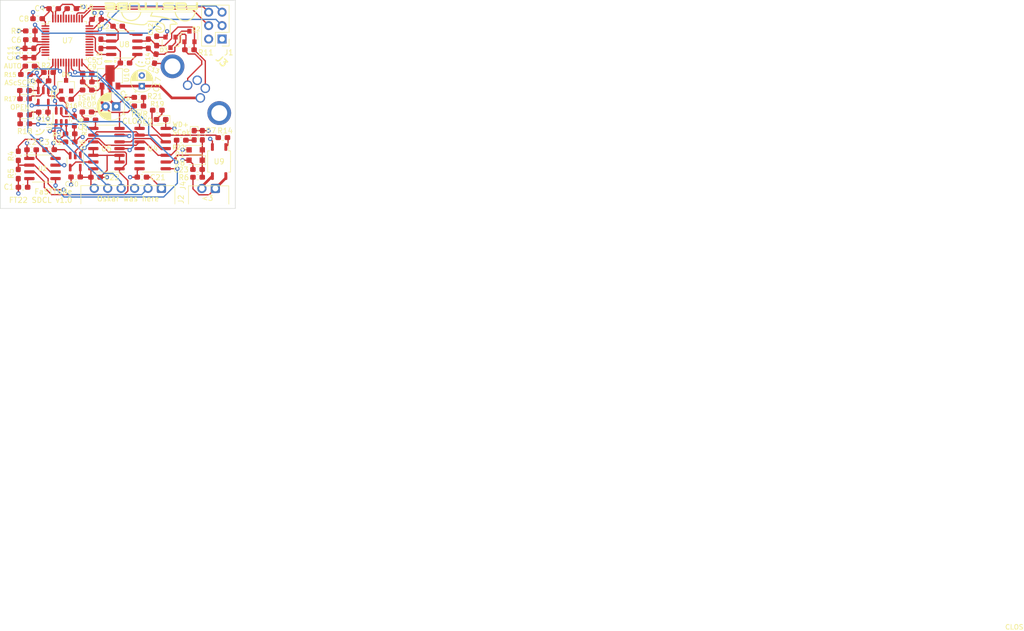
<source format=kicad_pcb>
(kicad_pcb (version 20171130) (host pcbnew 5.1.6)

  (general
    (thickness 1.6)
    (drawings 18)
    (tracks 560)
    (zones 0)
    (modules 74)
    (nets 77)
  )

  (page A4)
  (layers
    (0 F.Cu signal)
    (1 3V3.Cu power)
    (2 GND.Cu power)
    (31 B.Cu signal)
    (33 F.Adhes user)
    (35 F.Paste user)
    (37 F.SilkS user)
    (39 F.Mask user)
    (40 Dwgs.User user hide)
    (41 Cmts.User user hide)
    (42 Eco1.User user hide)
    (43 Eco2.User user hide)
    (44 Edge.Cuts user)
    (45 Margin user)
    (46 B.CrtYd user hide)
    (47 F.CrtYd user)
    (49 F.Fab user hide)
  )

  (setup
    (last_trace_width 0.5)
    (user_trace_width 0.5)
    (user_trace_width 1)
    (trace_clearance 0.2)
    (zone_clearance 0.508)
    (zone_45_only no)
    (trace_min 0.2)
    (via_size 0.8)
    (via_drill 0.4)
    (via_min_size 0.4)
    (via_min_drill 0.3)
    (uvia_size 0.3)
    (uvia_drill 0.1)
    (uvias_allowed no)
    (uvia_min_size 0.2)
    (uvia_min_drill 0.1)
    (edge_width 0.1)
    (segment_width 0.2)
    (pcb_text_width 0.3)
    (pcb_text_size 1.5 1.5)
    (mod_edge_width 0.15)
    (mod_text_size 1 1)
    (mod_text_width 0.15)
    (pad_size 4.5 4.5)
    (pad_drill 3)
    (pad_to_mask_clearance 0)
    (aux_axis_origin 0 0)
    (visible_elements FFFFFF7F)
    (pcbplotparams
      (layerselection 0x010fc_ffffffff)
      (usegerberextensions false)
      (usegerberattributes true)
      (usegerberadvancedattributes true)
      (creategerberjobfile true)
      (excludeedgelayer true)
      (linewidth 0.100000)
      (plotframeref false)
      (viasonmask false)
      (mode 1)
      (useauxorigin false)
      (hpglpennumber 1)
      (hpglpenspeed 20)
      (hpglpendiameter 15.000000)
      (psnegative false)
      (psa4output false)
      (plotreference true)
      (plotvalue true)
      (plotinvisibletext false)
      (padsonsilk false)
      (subtractmaskfromsilk false)
      (outputformat 1)
      (mirror false)
      (drillshape 1)
      (scaleselection 1)
      (outputdirectory ""))
  )

  (net 0 "")
  (net 1 GND)
  (net 2 +3V3)
  (net 3 NRST)
  (net 4 CAN_H)
  (net 5 CAN_L)
  (net 6 +12V)
  (net 7 SDC_in_3V3)
  (net 8 "Net-(D2-Pad3)")
  (net 9 TS_activate_MUXed)
  (net 10 TRACESWO)
  (net 11 SWDIO)
  (net 12 SWCLK)
  (net 13 ~SDC_reset~)
  (net 14 "Net-(J2-Pad3)")
  (net 15 TS_activate_ext)
  (net 16 TS_activate_dash)
  (net 17 SDC_in)
  (net 18 SDC_out)
  (net 19 To_SDC_relais)
  (net 20 AS_driving_mode)
  (net 21 AS_close_SDC)
  (net 22 "Net-(R12-Pad1)")
  (net 23 Watchdog)
  (net 24 SDC_is_ready)
  (net 25 "Net-(U7-Pad46)")
  (net 26 "Net-(U7-Pad45)")
  (net 27 "Net-(U7-Pad43)")
  (net 28 "Net-(U7-Pad42)")
  (net 29 "Net-(U7-Pad41)")
  (net 30 "Net-(U7-Pad40)")
  (net 31 "Net-(U7-Pad38)")
  (net 32 CAN_TX)
  (net 33 CAN_RX)
  (net 34 "Net-(U7-Pad31)")
  (net 35 "Net-(U7-Pad30)")
  (net 36 "Net-(U7-Pad29)")
  (net 37 "Net-(U7-Pad28)")
  (net 38 "Net-(U7-Pad27)")
  (net 39 "Net-(U7-Pad26)")
  (net 40 "Net-(U7-Pad25)")
  (net 41 "Net-(U7-Pad22)")
  (net 42 "Net-(U7-Pad21)")
  (net 43 "Net-(U7-Pad17)")
  (net 44 "Net-(U7-Pad16)")
  (net 45 "Net-(U7-Pad12)")
  (net 46 "Net-(U7-Pad11)")
  (net 47 "Net-(U7-Pad10)")
  (net 48 "Net-(U7-Pad6)")
  (net 49 "Net-(U7-Pad5)")
  (net 50 "Net-(U7-Pad4)")
  (net 51 "Net-(U7-Pad3)")
  (net 52 "Net-(U7-Pad2)")
  (net 53 "Net-(R14-Pad2)")
  (net 54 "Net-(R10-Pad1)")
  (net 55 "Net-(D5-Pad2)")
  (net 56 "Net-(D6-Pad2)")
  (net 57 "Net-(D7-Pad2)")
  (net 58 "Net-(D9-Pad2)")
  (net 59 "Net-(D10-Pad2)")
  (net 60 "Net-(D11-Pad2)")
  (net 61 "Net-(D12-Pad2)")
  (net 62 "Net-(D13-Pad2)")
  (net 63 "/Non-Programmable Logic/~WDO~")
  (net 64 "/Non-Programmable Logic/RP")
  (net 65 "/Non-Programmable Logic/WP")
  (net 66 "/Non-Programmable Logic/correct_button_pressed")
  (net 67 "/Non-Programmable Logic/close_while_allowed")
  (net 68 "/Non-Programmable Logic/reopened")
  (net 69 "/Non-Programmable Logic/~reset_all~")
  (net 70 "/Non-Programmable Logic/closing_allowed")
  (net 71 "/Non-Programmable Logic/~reopen~")
  (net 72 "/Non-Programmable Logic/WD_and_SDCin_ok")
  (net 73 "/Non-Programmable Logic/~try_close~")
  (net 74 "/Non-Programmable Logic/still_initial_open")
  (net 75 "Net-(U8-Pad5)")
  (net 76 "Net-(R13-Pad1)")

  (net_class Default "This is the default net class."
    (clearance 0.2)
    (trace_width 0.25)
    (via_dia 0.8)
    (via_drill 0.4)
    (uvia_dia 0.3)
    (uvia_drill 0.1)
    (add_net +12V)
    (add_net +3V3)
    (add_net "/Non-Programmable Logic/RP")
    (add_net "/Non-Programmable Logic/WD_and_SDCin_ok")
    (add_net "/Non-Programmable Logic/WP")
    (add_net "/Non-Programmable Logic/close_while_allowed")
    (add_net "/Non-Programmable Logic/closing_allowed")
    (add_net "/Non-Programmable Logic/correct_button_pressed")
    (add_net "/Non-Programmable Logic/reopened")
    (add_net "/Non-Programmable Logic/still_initial_open")
    (add_net "/Non-Programmable Logic/~WDO~")
    (add_net "/Non-Programmable Logic/~reopen~")
    (add_net "/Non-Programmable Logic/~reset_all~")
    (add_net "/Non-Programmable Logic/~try_close~")
    (add_net AS_close_SDC)
    (add_net AS_driving_mode)
    (add_net CAN_H)
    (add_net CAN_L)
    (add_net CAN_RX)
    (add_net CAN_TX)
    (add_net GND)
    (add_net NRST)
    (add_net "Net-(D10-Pad2)")
    (add_net "Net-(D11-Pad2)")
    (add_net "Net-(D12-Pad2)")
    (add_net "Net-(D13-Pad2)")
    (add_net "Net-(D2-Pad3)")
    (add_net "Net-(D5-Pad2)")
    (add_net "Net-(D6-Pad2)")
    (add_net "Net-(D7-Pad2)")
    (add_net "Net-(D9-Pad2)")
    (add_net "Net-(J2-Pad3)")
    (add_net "Net-(R10-Pad1)")
    (add_net "Net-(R12-Pad1)")
    (add_net "Net-(R13-Pad1)")
    (add_net "Net-(R14-Pad2)")
    (add_net "Net-(U7-Pad10)")
    (add_net "Net-(U7-Pad11)")
    (add_net "Net-(U7-Pad12)")
    (add_net "Net-(U7-Pad16)")
    (add_net "Net-(U7-Pad17)")
    (add_net "Net-(U7-Pad2)")
    (add_net "Net-(U7-Pad21)")
    (add_net "Net-(U7-Pad22)")
    (add_net "Net-(U7-Pad25)")
    (add_net "Net-(U7-Pad26)")
    (add_net "Net-(U7-Pad27)")
    (add_net "Net-(U7-Pad28)")
    (add_net "Net-(U7-Pad29)")
    (add_net "Net-(U7-Pad3)")
    (add_net "Net-(U7-Pad30)")
    (add_net "Net-(U7-Pad31)")
    (add_net "Net-(U7-Pad38)")
    (add_net "Net-(U7-Pad4)")
    (add_net "Net-(U7-Pad40)")
    (add_net "Net-(U7-Pad41)")
    (add_net "Net-(U7-Pad42)")
    (add_net "Net-(U7-Pad43)")
    (add_net "Net-(U7-Pad45)")
    (add_net "Net-(U7-Pad46)")
    (add_net "Net-(U7-Pad5)")
    (add_net "Net-(U7-Pad6)")
    (add_net "Net-(U8-Pad5)")
    (add_net SDC_in)
    (add_net SDC_in_3V3)
    (add_net SDC_is_ready)
    (add_net SDC_out)
    (add_net SWCLK)
    (add_net SWDIO)
    (add_net TRACESWO)
    (add_net TS_activate_MUXed)
    (add_net TS_activate_dash)
    (add_net TS_activate_ext)
    (add_net To_SDC_relais)
    (add_net Watchdog)
    (add_net ~SDC_reset~)
  )

  (module Package_SO:SOIC-8_3.9x4.9mm_P1.27mm (layer F.Cu) (tedit 5D9F72B1) (tstamp 61B5517B)
    (at 161.888506 75.655834)
    (descr "SOIC, 8 Pin (JEDEC MS-012AA, https://www.analog.com/media/en/package-pcb-resources/package/pkg_pdf/soic_narrow-r/r_8.pdf), generated with kicad-footprint-generator ipc_gullwing_generator.py")
    (tags "SOIC SO")
    (path /61BCE4F2/61D66C8F)
    (attr smd)
    (fp_text reference U8 (at 0.000029 0.002995) (layer F.SilkS)
      (effects (font (size 1 1) (thickness 0.15)))
    )
    (fp_text value SN65HVD231 (at -5.08 -3.81) (layer F.Fab)
      (effects (font (size 1 1) (thickness 0.15)))
    )
    (fp_text user %R (at 0 0) (layer F.Fab)
      (effects (font (size 0.98 0.98) (thickness 0.15)))
    )
    (fp_line (start 0 2.56) (end 1.95 2.56) (layer F.SilkS) (width 0.12))
    (fp_line (start 0 2.56) (end -1.95 2.56) (layer F.SilkS) (width 0.12))
    (fp_line (start 0 -2.56) (end 1.95 -2.56) (layer F.SilkS) (width 0.12))
    (fp_line (start 0 -2.56) (end -3.45 -2.56) (layer F.SilkS) (width 0.12))
    (fp_line (start -0.975 -2.45) (end 1.95 -2.45) (layer F.Fab) (width 0.1))
    (fp_line (start 1.95 -2.45) (end 1.95 2.45) (layer F.Fab) (width 0.1))
    (fp_line (start 1.95 2.45) (end -1.95 2.45) (layer F.Fab) (width 0.1))
    (fp_line (start -1.95 2.45) (end -1.95 -1.475) (layer F.Fab) (width 0.1))
    (fp_line (start -1.95 -1.475) (end -0.975 -2.45) (layer F.Fab) (width 0.1))
    (fp_line (start -3.7 -2.7) (end -3.7 2.7) (layer F.CrtYd) (width 0.05))
    (fp_line (start -3.7 2.7) (end 3.7 2.7) (layer F.CrtYd) (width 0.05))
    (fp_line (start 3.7 2.7) (end 3.7 -2.7) (layer F.CrtYd) (width 0.05))
    (fp_line (start 3.7 -2.7) (end -3.7 -2.7) (layer F.CrtYd) (width 0.05))
    (pad 8 smd roundrect (at 2.475 -1.905) (size 1.95 0.6) (layers F.Cu F.Paste F.Mask) (roundrect_rratio 0.25)
      (net 22 "Net-(R12-Pad1)"))
    (pad 7 smd roundrect (at 2.475 -0.635) (size 1.95 0.6) (layers F.Cu F.Paste F.Mask) (roundrect_rratio 0.25)
      (net 4 CAN_H))
    (pad 6 smd roundrect (at 2.475 0.635) (size 1.95 0.6) (layers F.Cu F.Paste F.Mask) (roundrect_rratio 0.25)
      (net 5 CAN_L))
    (pad 5 smd roundrect (at 2.475 1.905) (size 1.95 0.6) (layers F.Cu F.Paste F.Mask) (roundrect_rratio 0.25)
      (net 75 "Net-(U8-Pad5)"))
    (pad 4 smd roundrect (at -2.475 1.905) (size 1.95 0.6) (layers F.Cu F.Paste F.Mask) (roundrect_rratio 0.25)
      (net 33 CAN_RX))
    (pad 3 smd roundrect (at -2.475 0.635) (size 1.95 0.6) (layers F.Cu F.Paste F.Mask) (roundrect_rratio 0.25)
      (net 2 +3V3))
    (pad 2 smd roundrect (at -2.475 -0.635) (size 1.95 0.6) (layers F.Cu F.Paste F.Mask) (roundrect_rratio 0.25)
      (net 1 GND))
    (pad 1 smd roundrect (at -2.475 -1.905) (size 1.95 0.6) (layers F.Cu F.Paste F.Mask) (roundrect_rratio 0.25)
      (net 32 CAN_TX))
    (model ${KISYS3DMOD}/Package_SO.3dshapes/SOIC-8_3.9x4.9mm_P1.27mm.wrl
      (at (xyz 0 0 0))
      (scale (xyz 1 1 1))
      (rotate (xyz 0 0 0))
    )
  )

  (module Resistor_SMD:R_0603_1608Metric_Pad1.05x0.95mm_HandSolder (layer F.Cu) (tedit 5B301BBD) (tstamp 61B55066)
    (at 162.008531 79.177421 180)
    (descr "Resistor SMD 0603 (1608 Metric), square (rectangular) end terminal, IPC_7351 nominal with elongated pad for handsoldering. (Body size source: http://www.tortai-tech.com/upload/download/2011102023233369053.pdf), generated with kicad-footprint-generator")
    (tags "resistor handsolder")
    (path /61BCE4F2/61D6B8A4)
    (attr smd)
    (fp_text reference R13 (at 2.80208 0.230452) (layer F.SilkS) hide
      (effects (font (size 0.9 0.9) (thickness 0.15)))
    )
    (fp_text value 10k (at 0 1.43) (layer F.Fab)
      (effects (font (size 1 1) (thickness 0.15)))
    )
    (fp_line (start -0.8 0.4) (end -0.8 -0.4) (layer F.Fab) (width 0.1))
    (fp_line (start -0.8 -0.4) (end 0.8 -0.4) (layer F.Fab) (width 0.1))
    (fp_line (start 0.8 -0.4) (end 0.8 0.4) (layer F.Fab) (width 0.1))
    (fp_line (start 0.8 0.4) (end -0.8 0.4) (layer F.Fab) (width 0.1))
    (fp_line (start -0.171267 -0.51) (end 0.171267 -0.51) (layer F.SilkS) (width 0.12))
    (fp_line (start -0.171267 0.51) (end 0.171267 0.51) (layer F.SilkS) (width 0.12))
    (fp_line (start -1.65 0.73) (end -1.65 -0.73) (layer F.CrtYd) (width 0.05))
    (fp_line (start -1.65 -0.73) (end 1.65 -0.73) (layer F.CrtYd) (width 0.05))
    (fp_line (start 1.65 -0.73) (end 1.65 0.73) (layer F.CrtYd) (width 0.05))
    (fp_line (start 1.65 0.73) (end -1.65 0.73) (layer F.CrtYd) (width 0.05))
    (fp_text user %R (at 0 0) (layer F.Fab)
      (effects (font (size 0.4 0.4) (thickness 0.06)))
    )
    (pad 2 smd roundrect (at 0.875 0 180) (size 1.05 0.95) (layers F.Cu F.Paste F.Mask) (roundrect_rratio 0.25)
      (net 2 +3V3))
    (pad 1 smd roundrect (at -0.875 0 180) (size 1.05 0.95) (layers F.Cu F.Paste F.Mask) (roundrect_rratio 0.25)
      (net 76 "Net-(R13-Pad1)"))
    (model ${KISYS3DMOD}/Resistor_SMD.3dshapes/R_0603_1608Metric.wrl
      (at (xyz 0 0 0))
      (scale (xyz 1 1 1))
      (rotate (xyz 0 0 0))
    )
  )

  (module Package_SO:SC-74-6_1.5x2.9mm_P0.95mm (layer F.Cu) (tedit 5D9F72B0) (tstamp 61B5507C)
    (at 149.968436 89.363424 90)
    (descr "SC-74, 6 Pin (https://www.nxp.com/docs/en/package-information/SOT457.pdf), generated with kicad-footprint-generator ipc_gullwing_generator.py")
    (tags "SC-74 SO")
    (path /61A897B7/61B6A3BA)
    (attr smd)
    (fp_text reference U1 (at -1.796282 -2.267451 270) (layer F.SilkS)
      (effects (font (size 0.9 0.9) (thickness 0.15)))
    )
    (fp_text value NL17SZ157 (at 0 2 270) (layer F.Fab)
      (effects (font (size 1 1) (thickness 0.15)))
    )
    (fp_text user %R (at -0.06 0) (layer F.Fab)
      (effects (font (size 0.5 0.5) (thickness 0.075)))
    )
    (fp_line (start 0 1.56) (end 0.75 1.56) (layer F.SilkS) (width 0.12))
    (fp_line (start 0 1.56) (end -0.75 1.56) (layer F.SilkS) (width 0.12))
    (fp_line (start 0 -1.56) (end 0.75 -1.56) (layer F.SilkS) (width 0.12))
    (fp_line (start 0 -1.56) (end -1.85 -1.56) (layer F.SilkS) (width 0.12))
    (fp_line (start -0.375 -1.45) (end 0.75 -1.45) (layer F.Fab) (width 0.1))
    (fp_line (start 0.75 -1.45) (end 0.75 1.45) (layer F.Fab) (width 0.1))
    (fp_line (start 0.75 1.45) (end -0.75 1.45) (layer F.Fab) (width 0.1))
    (fp_line (start -0.75 1.45) (end -0.75 -1.075) (layer F.Fab) (width 0.1))
    (fp_line (start -0.75 -1.075) (end -0.375 -1.45) (layer F.Fab) (width 0.1))
    (fp_line (start -2.1 -1.7) (end -2.1 1.7) (layer F.CrtYd) (width 0.05))
    (fp_line (start -2.1 1.7) (end 2.1 1.7) (layer F.CrtYd) (width 0.05))
    (fp_line (start 2.1 1.7) (end 2.1 -1.7) (layer F.CrtYd) (width 0.05))
    (fp_line (start 2.1 -1.7) (end -2.1 -1.7) (layer F.CrtYd) (width 0.05))
    (pad 6 smd roundrect (at 1.1375 -0.95 90) (size 1.425 0.5) (layers F.Cu F.Paste F.Mask) (roundrect_rratio 0.25)
      (net 20 AS_driving_mode))
    (pad 5 smd roundrect (at 1.1375 0 90) (size 1.425 0.5) (layers F.Cu F.Paste F.Mask) (roundrect_rratio 0.25)
      (net 2 +3V3))
    (pad 4 smd roundrect (at 1.1375 0.95 90) (size 1.425 0.5) (layers F.Cu F.Paste F.Mask) (roundrect_rratio 0.25)
      (net 66 "/Non-Programmable Logic/correct_button_pressed"))
    (pad 3 smd roundrect (at -1.1375 0.95 90) (size 1.425 0.5) (layers F.Cu F.Paste F.Mask) (roundrect_rratio 0.25)
      (net 16 TS_activate_dash))
    (pad 2 smd roundrect (at -1.1375 0 90) (size 1.425 0.5) (layers F.Cu F.Paste F.Mask) (roundrect_rratio 0.25)
      (net 1 GND))
    (pad 1 smd roundrect (at -1.1375 -0.95 90) (size 1.425 0.5) (layers F.Cu F.Paste F.Mask) (roundrect_rratio 0.25)
      (net 15 TS_activate_ext))
    (model ${KISYS3DMOD}/Package_SO.3dshapes/SC-74-6_1.5x2.9mm_P0.95mm.wrl
      (at (xyz 0 0 0))
      (scale (xyz 1 1 1))
      (rotate (xyz 0 0 0))
    )
  )

  (module "" (layer F.Cu) (tedit 0) (tstamp 0)
    (at 154.94 86.36)
    (fp_text reference "" (at 175.379275 97.559263) (layer F.SilkS)
      (effects (font (size 1.27 1.27) (thickness 0.15)))
    )
    (fp_text value "" (at 175.379275 97.559263) (layer F.SilkS)
      (effects (font (size 1.27 1.27) (thickness 0.15)))
    )
    (fp_text user CLOS (at 175.250762 99.487276 180) (layer F.SilkS)
      (effects (font (size 0.9 0.9) (thickness 0.15)))
    )
  )

  (module Diode_SMD:D_SOD-323_HandSoldering (layer F.Cu) (tedit 58641869) (tstamp 61BA8D31)
    (at 175.379275 97.559263 180)
    (descr SOD-323)
    (tags SOD-323)
    (path /61A897B7/61BC7526)
    (attr smd)
    (fp_text reference D8 (at 2.984564 -0.500185) (layer F.SilkS)
      (effects (font (size 1 1) (thickness 0.15)))
    )
    (fp_text value D_TVS (at 0.1 1.9) (layer F.Fab)
      (effects (font (size 1 1) (thickness 0.15)))
    )
    (fp_text user %R (at 0 -1.85) (layer F.Fab)
      (effects (font (size 1 1) (thickness 0.15)))
    )
    (fp_line (start -1.9 -0.85) (end -1.9 0.85) (layer F.SilkS) (width 0.12))
    (fp_line (start 0.2 0) (end 0.45 0) (layer F.Fab) (width 0.1))
    (fp_line (start 0.2 0.35) (end -0.3 0) (layer F.Fab) (width 0.1))
    (fp_line (start 0.2 -0.35) (end 0.2 0.35) (layer F.Fab) (width 0.1))
    (fp_line (start -0.3 0) (end 0.2 -0.35) (layer F.Fab) (width 0.1))
    (fp_line (start -0.3 0) (end -0.5 0) (layer F.Fab) (width 0.1))
    (fp_line (start -0.3 -0.35) (end -0.3 0.35) (layer F.Fab) (width 0.1))
    (fp_line (start -0.9 0.7) (end -0.9 -0.7) (layer F.Fab) (width 0.1))
    (fp_line (start 0.9 0.7) (end -0.9 0.7) (layer F.Fab) (width 0.1))
    (fp_line (start 0.9 -0.7) (end 0.9 0.7) (layer F.Fab) (width 0.1))
    (fp_line (start -0.9 -0.7) (end 0.9 -0.7) (layer F.Fab) (width 0.1))
    (fp_line (start -2 -0.95) (end 2 -0.95) (layer F.CrtYd) (width 0.05))
    (fp_line (start 2 -0.95) (end 2 0.95) (layer F.CrtYd) (width 0.05))
    (fp_line (start -2 0.95) (end 2 0.95) (layer F.CrtYd) (width 0.05))
    (fp_line (start -2 -0.95) (end -2 0.95) (layer F.CrtYd) (width 0.05))
    (fp_line (start -1.9 0.85) (end 1.25 0.85) (layer F.SilkS) (width 0.12))
    (fp_line (start -1.9 -0.85) (end 1.25 -0.85) (layer F.SilkS) (width 0.12))
    (pad 2 smd rect (at 1.25 0 180) (size 1 1) (layers F.Cu F.Paste F.Mask)
      (net 1 GND))
    (pad 1 smd rect (at -1.25 0 180) (size 1 1) (layers F.Cu F.Paste F.Mask)
      (net 7 SDC_in_3V3))
    (model ${KISYS3DMOD}/Diode_SMD.3dshapes/D_SOD-323.wrl
      (at (xyz 0 0 0))
      (scale (xyz 1 1 1))
      (rotate (xyz 0 0 0))
    )
  )

  (module Diode_SMD:D_SOD-323_HandSoldering (layer F.Cu) (tedit 58641869) (tstamp 61BA8C2B)
    (at 175.391171 95.596543)
    (descr SOD-323)
    (tags SOD-323)
    (path /61A897B7/61BC4F7B)
    (attr smd)
    (fp_text reference D1 (at -2.98448 0.881531) (layer F.SilkS)
      (effects (font (size 1 1) (thickness 0.15)))
    )
    (fp_text value D_TVS (at 0.1 1.9) (layer F.Fab)
      (effects (font (size 1 1) (thickness 0.15)))
    )
    (fp_text user %R (at 0 -1.85) (layer F.Fab)
      (effects (font (size 1 1) (thickness 0.15)))
    )
    (fp_line (start -1.9 -0.85) (end -1.9 0.85) (layer F.SilkS) (width 0.12))
    (fp_line (start 0.2 0) (end 0.45 0) (layer F.Fab) (width 0.1))
    (fp_line (start 0.2 0.35) (end -0.3 0) (layer F.Fab) (width 0.1))
    (fp_line (start 0.2 -0.35) (end 0.2 0.35) (layer F.Fab) (width 0.1))
    (fp_line (start -0.3 0) (end 0.2 -0.35) (layer F.Fab) (width 0.1))
    (fp_line (start -0.3 0) (end -0.5 0) (layer F.Fab) (width 0.1))
    (fp_line (start -0.3 -0.35) (end -0.3 0.35) (layer F.Fab) (width 0.1))
    (fp_line (start -0.9 0.7) (end -0.9 -0.7) (layer F.Fab) (width 0.1))
    (fp_line (start 0.9 0.7) (end -0.9 0.7) (layer F.Fab) (width 0.1))
    (fp_line (start 0.9 -0.7) (end 0.9 0.7) (layer F.Fab) (width 0.1))
    (fp_line (start -0.9 -0.7) (end 0.9 -0.7) (layer F.Fab) (width 0.1))
    (fp_line (start -2 -0.95) (end 2 -0.95) (layer F.CrtYd) (width 0.05))
    (fp_line (start 2 -0.95) (end 2 0.95) (layer F.CrtYd) (width 0.05))
    (fp_line (start -2 0.95) (end 2 0.95) (layer F.CrtYd) (width 0.05))
    (fp_line (start -2 -0.95) (end -2 0.95) (layer F.CrtYd) (width 0.05))
    (fp_line (start -1.9 0.85) (end 1.25 0.85) (layer F.SilkS) (width 0.12))
    (fp_line (start -1.9 -0.85) (end 1.25 -0.85) (layer F.SilkS) (width 0.12))
    (pad 2 smd rect (at 1.25 0) (size 1 1) (layers F.Cu F.Paste F.Mask)
      (net 7 SDC_in_3V3))
    (pad 1 smd rect (at -1.25 0) (size 1 1) (layers F.Cu F.Paste F.Mask)
      (net 2 +3V3))
    (model ${KISYS3DMOD}/Diode_SMD.3dshapes/D_SOD-323.wrl
      (at (xyz 0 0 0))
      (scale (xyz 1 1 1))
      (rotate (xyz 0 0 0))
    )
  )

  (module Capacitor_SMD:C_0603_1608Metric_Pad1.05x0.95mm_HandSolder (layer F.Cu) (tedit 5B301BBE) (tstamp 61BA8C13)
    (at 175.737797 99.303391)
    (descr "Capacitor SMD 0603 (1608 Metric), square (rectangular) end terminal, IPC_7351 nominal with elongated pad for handsoldering. (Body size source: http://www.tortai-tech.com/upload/download/2011102023233369053.pdf), generated with kicad-footprint-generator")
    (tags "capacitor handsolder")
    (path /61A897B7/61BB4192)
    (attr smd)
    (fp_text reference C23 (at -3.132421 0.053925) (layer F.SilkS)
      (effects (font (size 1 1) (thickness 0.15)))
    )
    (fp_text value 100nF (at 0 1.43) (layer F.Fab)
      (effects (font (size 1 1) (thickness 0.15)))
    )
    (fp_text user %R (at 0 0) (layer F.Fab)
      (effects (font (size 0.4 0.4) (thickness 0.06)))
    )
    (fp_line (start -0.8 0.4) (end -0.8 -0.4) (layer F.Fab) (width 0.1))
    (fp_line (start -0.8 -0.4) (end 0.8 -0.4) (layer F.Fab) (width 0.1))
    (fp_line (start 0.8 -0.4) (end 0.8 0.4) (layer F.Fab) (width 0.1))
    (fp_line (start 0.8 0.4) (end -0.8 0.4) (layer F.Fab) (width 0.1))
    (fp_line (start -0.171267 -0.51) (end 0.171267 -0.51) (layer F.SilkS) (width 0.12))
    (fp_line (start -0.171267 0.51) (end 0.171267 0.51) (layer F.SilkS) (width 0.12))
    (fp_line (start -1.65 0.73) (end -1.65 -0.73) (layer F.CrtYd) (width 0.05))
    (fp_line (start -1.65 -0.73) (end 1.65 -0.73) (layer F.CrtYd) (width 0.05))
    (fp_line (start 1.65 -0.73) (end 1.65 0.73) (layer F.CrtYd) (width 0.05))
    (fp_line (start 1.65 0.73) (end -1.65 0.73) (layer F.CrtYd) (width 0.05))
    (pad 2 smd roundrect (at 0.875 0) (size 1.05 0.95) (layers F.Cu F.Paste F.Mask) (roundrect_rratio 0.25)
      (net 7 SDC_in_3V3))
    (pad 1 smd roundrect (at -0.875 0) (size 1.05 0.95) (layers F.Cu F.Paste F.Mask) (roundrect_rratio 0.25)
      (net 1 GND))
    (model ${KISYS3DMOD}/Capacitor_SMD.3dshapes/C_0603_1608Metric.wrl
      (at (xyz 0 0 0))
      (scale (xyz 1 1 1))
      (rotate (xyz 0 0 0))
    )
  )

  (module Capacitor_SMD:C_0603_1608Metric_Pad1.05x0.95mm_HandSolder (layer F.Cu) (tedit 5B301BBE) (tstamp 61B8F3AF)
    (at 152.685043 100.722398)
    (descr "Capacitor SMD 0603 (1608 Metric), square (rectangular) end terminal, IPC_7351 nominal with elongated pad for handsoldering. (Body size source: http://www.tortai-tech.com/upload/download/2011102023233369053.pdf), generated with kicad-footprint-generator")
    (tags "capacitor handsolder")
    (path /61A897B7/61BC6966)
    (attr smd)
    (fp_text reference C20 (at -0.741892 1.363184) (layer F.SilkS)
      (effects (font (size 0.9 0.9) (thickness 0.12)))
    )
    (fp_text value 100nF (at 0 1.43) (layer F.Fab)
      (effects (font (size 1 1) (thickness 0.15)))
    )
    (fp_line (start 1.65 0.73) (end -1.65 0.73) (layer F.CrtYd) (width 0.05))
    (fp_line (start 1.65 -0.73) (end 1.65 0.73) (layer F.CrtYd) (width 0.05))
    (fp_line (start -1.65 -0.73) (end 1.65 -0.73) (layer F.CrtYd) (width 0.05))
    (fp_line (start -1.65 0.73) (end -1.65 -0.73) (layer F.CrtYd) (width 0.05))
    (fp_line (start -0.171267 0.51) (end 0.171267 0.51) (layer F.SilkS) (width 0.12))
    (fp_line (start -0.171267 -0.51) (end 0.171267 -0.51) (layer F.SilkS) (width 0.12))
    (fp_line (start 0.8 0.4) (end -0.8 0.4) (layer F.Fab) (width 0.1))
    (fp_line (start 0.8 -0.4) (end 0.8 0.4) (layer F.Fab) (width 0.1))
    (fp_line (start -0.8 -0.4) (end 0.8 -0.4) (layer F.Fab) (width 0.1))
    (fp_line (start -0.8 0.4) (end -0.8 -0.4) (layer F.Fab) (width 0.1))
    (fp_text user %R (at 0 0) (layer F.Fab)
      (effects (font (size 0.4 0.4) (thickness 0.06)))
    )
    (pad 1 smd roundrect (at -0.875 0) (size 1.05 0.95) (layers F.Cu F.Paste F.Mask) (roundrect_rratio 0.25)
      (net 1 GND))
    (pad 2 smd roundrect (at 0.875 0) (size 1.05 0.95) (layers F.Cu F.Paste F.Mask) (roundrect_rratio 0.25)
      (net 2 +3V3))
    (model ${KISYS3DMOD}/Capacitor_SMD.3dshapes/C_0603_1608Metric.wrl
      (at (xyz 0 0 0))
      (scale (xyz 1 1 1))
      (rotate (xyz 0 0 0))
    )
  )

  (module Resistor_SMD:R_0603_1608Metric_Pad1.05x0.95mm_HandSolder (layer F.Cu) (tedit 5B301BBD) (tstamp 61B54F9A)
    (at 151.64189 94.112034)
    (descr "Resistor SMD 0603 (1608 Metric), square (rectangular) end terminal, IPC_7351 nominal with elongated pad for handsoldering. (Body size source: http://www.tortai-tech.com/upload/download/2011102023233369053.pdf), generated with kicad-footprint-generator")
    (tags "resistor handsolder")
    (path /61A897B7/61B0CFE4)
    (attr smd)
    (fp_text reference R1 (at -2.495969 0.088947) (layer F.SilkS)
      (effects (font (size 0.9 0.9) (thickness 0.15)))
    )
    (fp_text value 10k (at 0 1.43) (layer F.Fab)
      (effects (font (size 1 1) (thickness 0.15)))
    )
    (fp_line (start -0.8 0.4) (end -0.8 -0.4) (layer F.Fab) (width 0.1))
    (fp_line (start -0.8 -0.4) (end 0.8 -0.4) (layer F.Fab) (width 0.1))
    (fp_line (start 0.8 -0.4) (end 0.8 0.4) (layer F.Fab) (width 0.1))
    (fp_line (start 0.8 0.4) (end -0.8 0.4) (layer F.Fab) (width 0.1))
    (fp_line (start -0.171267 -0.51) (end 0.171267 -0.51) (layer F.SilkS) (width 0.12))
    (fp_line (start -0.171267 0.51) (end 0.171267 0.51) (layer F.SilkS) (width 0.12))
    (fp_line (start -1.65 0.73) (end -1.65 -0.73) (layer F.CrtYd) (width 0.05))
    (fp_line (start -1.65 -0.73) (end 1.65 -0.73) (layer F.CrtYd) (width 0.05))
    (fp_line (start 1.65 -0.73) (end 1.65 0.73) (layer F.CrtYd) (width 0.05))
    (fp_line (start 1.65 0.73) (end -1.65 0.73) (layer F.CrtYd) (width 0.05))
    (fp_text user %R (at 0 0) (layer F.Fab)
      (effects (font (size 0.4 0.4) (thickness 0.06)))
    )
    (pad 2 smd roundrect (at 0.875 0) (size 1.05 0.95) (layers F.Cu F.Paste F.Mask) (roundrect_rratio 0.25)
      (net 1 GND))
    (pad 1 smd roundrect (at -0.875 0) (size 1.05 0.95) (layers F.Cu F.Paste F.Mask) (roundrect_rratio 0.25)
      (net 15 TS_activate_ext))
    (model ${KISYS3DMOD}/Resistor_SMD.3dshapes/R_0603_1608Metric.wrl
      (at (xyz 0 0 0))
      (scale (xyz 1 1 1))
      (rotate (xyz 0 0 0))
    )
  )

  (module Package_TO_SOT_SMD:SOT-89-3 (layer F.Cu) (tedit 5C33D6E8) (tstamp 61B55191)
    (at 159.183151 81.885444 90)
    (descr "SOT-89-3, http://ww1.microchip.com/downloads/en/DeviceDoc/3L_SOT-89_MB_C04-029C.pdf")
    (tags SOT-89-3)
    (path /61B4E8CF/61B53DAA)
    (attr smd)
    (fp_text reference U10 (at 0.419404 3.143589 90 unlocked) (layer F.SilkS)
      (effects (font (size 0.9 0.9) (thickness 0.15)))
    )
    (fp_text value AZ1117R-3.3TRE1 (at 0 4.5 90) (layer F.Fab)
      (effects (font (size 1 1) (thickness 0.15)))
    )
    (fp_line (start 1.66 1.05) (end 1.66 2.36) (layer F.SilkS) (width 0.12))
    (fp_line (start 1.66 2.36) (end -1.06 2.36) (layer F.SilkS) (width 0.12))
    (fp_line (start -2.2 -2.13) (end -1.06 -2.13) (layer F.SilkS) (width 0.12))
    (fp_line (start 1.66 -2.36) (end 1.66 -1.05) (layer F.SilkS) (width 0.12))
    (fp_line (start -0.95 -1.25) (end 0.05 -2.25) (layer F.Fab) (width 0.1))
    (fp_line (start 1.55 -2.25) (end 1.55 2.25) (layer F.Fab) (width 0.1))
    (fp_line (start 1.55 2.25) (end -0.95 2.25) (layer F.Fab) (width 0.1))
    (fp_line (start -0.95 2.25) (end -0.95 -1.25) (layer F.Fab) (width 0.1))
    (fp_line (start 0.05 -2.25) (end 1.55 -2.25) (layer F.Fab) (width 0.1))
    (fp_line (start 2.55 -2.5) (end 2.55 2.5) (layer F.CrtYd) (width 0.05))
    (fp_line (start 2.55 -2.5) (end -2.55 -2.5) (layer F.CrtYd) (width 0.05))
    (fp_line (start -2.55 2.5) (end 2.55 2.5) (layer F.CrtYd) (width 0.05))
    (fp_line (start -2.55 2.5) (end -2.55 -2.5) (layer F.CrtYd) (width 0.05))
    (fp_line (start -1.06 -2.36) (end 1.66 -2.36) (layer F.SilkS) (width 0.12))
    (fp_line (start -1.06 -2.36) (end -1.06 -2.13) (layer F.SilkS) (width 0.12))
    (fp_line (start -1.06 2.36) (end -1.06 2.13) (layer F.SilkS) (width 0.12))
    (fp_text user %R (at 0 0) (layer F.Fab)
      (effects (font (size 0.8 0.8) (thickness 0.12)))
    )
    (pad 2 smd custom (at -1.5625 0 90) (size 1.475 0.9) (layers F.Cu F.Paste F.Mask)
      (net 2 +3V3) (zone_connect 2)
      (options (clearance outline) (anchor rect))
      (primitives
        (gr_poly (pts
           (xy 0.7375 -0.8665) (xy 3.8625 -0.8665) (xy 3.8625 0.8665) (xy 0.7375 0.8665)) (width 0))
      ))
    (pad 3 smd rect (at -1.65 1.5 90) (size 1.3 0.9) (layers F.Cu F.Paste F.Mask)
      (net 6 +12V))
    (pad 1 smd rect (at -1.65 -1.5 90) (size 1.3 0.9) (layers F.Cu F.Paste F.Mask)
      (net 1 GND))
    (model ${KISYS3DMOD}/Package_TO_SOT_SMD.3dshapes/SOT-89-3.wrl
      (at (xyz 0 0 0))
      (scale (xyz 1 1 1))
      (rotate (xyz 0 0 0))
    )
  )

  (module Resistor_SMD:R_0603_1608Metric_Pad1.05x0.95mm_HandSolder (layer F.Cu) (tedit 5B301BBD) (tstamp 61BA0664)
    (at 172.653248 93.768891 180)
    (descr "Resistor SMD 0603 (1608 Metric), square (rectangular) end terminal, IPC_7351 nominal with elongated pad for handsoldering. (Body size source: http://www.tortai-tech.com/upload/download/2011102023233369053.pdf), generated with kicad-footprint-generator")
    (tags "resistor handsolder")
    (path /61A897B7/61BA766D)
    (attr smd)
    (fp_text reference R22 (at 0.498139 -1.355431) (layer F.SilkS)
      (effects (font (size 0.8 0.8) (thickness 0.15)))
    )
    (fp_text value 510 (at 0 1.43) (layer F.Fab)
      (effects (font (size 1 1) (thickness 0.15)))
    )
    (fp_line (start 1.65 0.73) (end -1.65 0.73) (layer F.CrtYd) (width 0.05))
    (fp_line (start 1.65 -0.73) (end 1.65 0.73) (layer F.CrtYd) (width 0.05))
    (fp_line (start -1.65 -0.73) (end 1.65 -0.73) (layer F.CrtYd) (width 0.05))
    (fp_line (start -1.65 0.73) (end -1.65 -0.73) (layer F.CrtYd) (width 0.05))
    (fp_line (start -0.171267 0.51) (end 0.171267 0.51) (layer F.SilkS) (width 0.12))
    (fp_line (start -0.171267 -0.51) (end 0.171267 -0.51) (layer F.SilkS) (width 0.12))
    (fp_line (start 0.8 0.4) (end -0.8 0.4) (layer F.Fab) (width 0.1))
    (fp_line (start 0.8 -0.4) (end 0.8 0.4) (layer F.Fab) (width 0.1))
    (fp_line (start -0.8 -0.4) (end 0.8 -0.4) (layer F.Fab) (width 0.1))
    (fp_line (start -0.8 0.4) (end -0.8 -0.4) (layer F.Fab) (width 0.1))
    (fp_text user %R (at 0 0) (layer F.Fab)
      (effects (font (size 0.4 0.4) (thickness 0.06)))
    )
    (pad 2 smd roundrect (at 0.875 0 180) (size 1.05 0.95) (layers F.Cu F.Paste F.Mask) (roundrect_rratio 0.25)
      (net 72 "/Non-Programmable Logic/WD_and_SDCin_ok"))
    (pad 1 smd roundrect (at -0.875 0 180) (size 1.05 0.95) (layers F.Cu F.Paste F.Mask) (roundrect_rratio 0.25)
      (net 62 "Net-(D13-Pad2)"))
    (model ${KISYS3DMOD}/Resistor_SMD.3dshapes/R_0603_1608Metric.wrl
      (at (xyz 0 0 0))
      (scale (xyz 1 1 1))
      (rotate (xyz 0 0 0))
    )
  )

  (module Diode_SMD:D_0603_1608Metric_Pad1.05x0.95mm_HandSolder (layer F.Cu) (tedit 5B4B45C8) (tstamp 61BA0313)
    (at 175.099921 92.847278 270)
    (descr "Diode SMD 0603 (1608 Metric), square (rectangular) end terminal, IPC_7351 nominal, (Body size source: http://www.tortai-tech.com/upload/download/2011102023233369053.pdf), generated with kicad-footprint-generator")
    (tags "diode handsolder")
    (path /61A897B7/61BA7667)
    (attr smd)
    (fp_text reference D13 (at 0.918844 2.198684 180) (layer F.SilkS) hide
      (effects (font (size 1 1) (thickness 0.15)))
    )
    (fp_text value "Green LED" (at 0 1.43 90) (layer F.Fab)
      (effects (font (size 1 1) (thickness 0.15)))
    )
    (fp_line (start 1.65 0.73) (end -1.65 0.73) (layer F.CrtYd) (width 0.05))
    (fp_line (start 1.65 -0.73) (end 1.65 0.73) (layer F.CrtYd) (width 0.05))
    (fp_line (start -1.65 -0.73) (end 1.65 -0.73) (layer F.CrtYd) (width 0.05))
    (fp_line (start -1.65 0.73) (end -1.65 -0.73) (layer F.CrtYd) (width 0.05))
    (fp_line (start -1.66 0.735) (end 0.8 0.735) (layer F.SilkS) (width 0.12))
    (fp_line (start -1.66 -0.735) (end -1.66 0.735) (layer F.SilkS) (width 0.12))
    (fp_line (start 0.8 -0.735) (end -1.66 -0.735) (layer F.SilkS) (width 0.12))
    (fp_line (start 0.8 0.4) (end 0.8 -0.4) (layer F.Fab) (width 0.1))
    (fp_line (start -0.8 0.4) (end 0.8 0.4) (layer F.Fab) (width 0.1))
    (fp_line (start -0.8 -0.1) (end -0.8 0.4) (layer F.Fab) (width 0.1))
    (fp_line (start -0.5 -0.4) (end -0.8 -0.1) (layer F.Fab) (width 0.1))
    (fp_line (start 0.8 -0.4) (end -0.5 -0.4) (layer F.Fab) (width 0.1))
    (fp_text user %R (at 0 0 90) (layer F.Fab)
      (effects (font (size 0.4 0.4) (thickness 0.06)))
    )
    (pad 2 smd roundrect (at 0.875 0 270) (size 1.05 0.95) (layers F.Cu F.Paste F.Mask) (roundrect_rratio 0.25)
      (net 62 "Net-(D13-Pad2)"))
    (pad 1 smd roundrect (at -0.875 0 270) (size 1.05 0.95) (layers F.Cu F.Paste F.Mask) (roundrect_rratio 0.25)
      (net 1 GND))
    (model ${KISYS3DMOD}/Diode_SMD.3dshapes/D_0603_1608Metric.wrl
      (at (xyz 0 0 0))
      (scale (xyz 1 1 1))
      (rotate (xyz 0 0 0))
    )
  )

  (module Resistor_SMD:R_0603_1608Metric_Pad1.05x0.95mm_HandSolder (layer F.Cu) (tedit 5B301BBD) (tstamp 61BA0360)
    (at 164.649281 85.672996)
    (descr "Resistor SMD 0603 (1608 Metric), square (rectangular) end terminal, IPC_7351 nominal with elongated pad for handsoldering. (Body size source: http://www.tortai-tech.com/upload/download/2011102023233369053.pdf), generated with kicad-footprint-generator")
    (tags "resistor handsolder")
    (path /61B4E8CF/61BDBFFB)
    (attr smd)
    (fp_text reference R21 (at 3.016269 -0.193243) (layer F.SilkS)
      (effects (font (size 1 1) (thickness 0.15)))
    )
    (fp_text value 390 (at 0 1.43) (layer F.Fab)
      (effects (font (size 1 1) (thickness 0.15)))
    )
    (fp_line (start -0.8 0.4) (end -0.8 -0.4) (layer F.Fab) (width 0.1))
    (fp_line (start -0.8 -0.4) (end 0.8 -0.4) (layer F.Fab) (width 0.1))
    (fp_line (start 0.8 -0.4) (end 0.8 0.4) (layer F.Fab) (width 0.1))
    (fp_line (start 0.8 0.4) (end -0.8 0.4) (layer F.Fab) (width 0.1))
    (fp_line (start -0.171267 -0.51) (end 0.171267 -0.51) (layer F.SilkS) (width 0.12))
    (fp_line (start -0.171267 0.51) (end 0.171267 0.51) (layer F.SilkS) (width 0.12))
    (fp_line (start -1.65 0.73) (end -1.65 -0.73) (layer F.CrtYd) (width 0.05))
    (fp_line (start -1.65 -0.73) (end 1.65 -0.73) (layer F.CrtYd) (width 0.05))
    (fp_line (start 1.65 -0.73) (end 1.65 0.73) (layer F.CrtYd) (width 0.05))
    (fp_line (start 1.65 0.73) (end -1.65 0.73) (layer F.CrtYd) (width 0.05))
    (fp_text user %R (at 0 0) (layer F.Fab)
      (effects (font (size 0.4 0.4) (thickness 0.06)))
    )
    (pad 2 smd roundrect (at 0.875 0) (size 1.05 0.95) (layers F.Cu F.Paste F.Mask) (roundrect_rratio 0.25)
      (net 61 "Net-(D12-Pad2)"))
    (pad 1 smd roundrect (at -0.875 0) (size 1.05 0.95) (layers F.Cu F.Paste F.Mask) (roundrect_rratio 0.25)
      (net 2 +3V3))
    (model ${KISYS3DMOD}/Resistor_SMD.3dshapes/R_0603_1608Metric.wrl
      (at (xyz 0 0 0))
      (scale (xyz 1 1 1))
      (rotate (xyz 0 0 0))
    )
  )

  (module Resistor_SMD:R_0603_1608Metric_Pad1.05x0.95mm_HandSolder (layer F.Cu) (tedit 5B301BBD) (tstamp 61BA034F)
    (at 155.568773 89.964571 180)
    (descr "Resistor SMD 0603 (1608 Metric), square (rectangular) end terminal, IPC_7351 nominal with elongated pad for handsoldering. (Body size source: http://www.tortai-tech.com/upload/download/2011102023233369053.pdf), generated with kicad-footprint-generator")
    (tags "resistor handsolder")
    (path /61A897B7/61BB2549)
    (attr smd)
    (fp_text reference R20 (at 1.200602 -1.782875 90) (layer F.SilkS)
      (effects (font (size 0.8 0.8) (thickness 0.15)))
    )
    (fp_text value 510 (at 0 1.43) (layer F.Fab)
      (effects (font (size 1 1) (thickness 0.15)))
    )
    (fp_line (start -0.8 0.4) (end -0.8 -0.4) (layer F.Fab) (width 0.1))
    (fp_line (start -0.8 -0.4) (end 0.8 -0.4) (layer F.Fab) (width 0.1))
    (fp_line (start 0.8 -0.4) (end 0.8 0.4) (layer F.Fab) (width 0.1))
    (fp_line (start 0.8 0.4) (end -0.8 0.4) (layer F.Fab) (width 0.1))
    (fp_line (start -0.171267 -0.51) (end 0.171267 -0.51) (layer F.SilkS) (width 0.12))
    (fp_line (start -0.171267 0.51) (end 0.171267 0.51) (layer F.SilkS) (width 0.12))
    (fp_line (start -1.65 0.73) (end -1.65 -0.73) (layer F.CrtYd) (width 0.05))
    (fp_line (start -1.65 -0.73) (end 1.65 -0.73) (layer F.CrtYd) (width 0.05))
    (fp_line (start 1.65 -0.73) (end 1.65 0.73) (layer F.CrtYd) (width 0.05))
    (fp_line (start 1.65 0.73) (end -1.65 0.73) (layer F.CrtYd) (width 0.05))
    (fp_text user %R (at 0 0) (layer F.Fab)
      (effects (font (size 0.4 0.4) (thickness 0.06)))
    )
    (pad 2 smd roundrect (at 0.875 0 180) (size 1.05 0.95) (layers F.Cu F.Paste F.Mask) (roundrect_rratio 0.25)
      (net 60 "Net-(D11-Pad2)"))
    (pad 1 smd roundrect (at -0.875 0 180) (size 1.05 0.95) (layers F.Cu F.Paste F.Mask) (roundrect_rratio 0.25)
      (net 68 "/Non-Programmable Logic/reopened"))
    (model ${KISYS3DMOD}/Resistor_SMD.3dshapes/R_0603_1608Metric.wrl
      (at (xyz 0 0 0))
      (scale (xyz 1 1 1))
      (rotate (xyz 0 0 0))
    )
  )

  (module Resistor_SMD:R_0603_1608Metric_Pad1.05x0.95mm_HandSolder (layer F.Cu) (tedit 5B301BBD) (tstamp 61BA033E)
    (at 168.128897 88.103129)
    (descr "Resistor SMD 0603 (1608 Metric), square (rectangular) end terminal, IPC_7351 nominal with elongated pad for handsoldering. (Body size source: http://www.tortai-tech.com/upload/download/2011102023233369053.pdf), generated with kicad-footprint-generator")
    (tags "resistor handsolder")
    (path /61A897B7/61BA41A2)
    (attr smd)
    (fp_text reference R19 (at -0.013181 -1.176413) (layer F.SilkS)
      (effects (font (size 0.9 0.9) (thickness 0.15)))
    )
    (fp_text value 510 (at 0 1.43) (layer F.Fab)
      (effects (font (size 1 1) (thickness 0.15)))
    )
    (fp_line (start -0.8 0.4) (end -0.8 -0.4) (layer F.Fab) (width 0.1))
    (fp_line (start -0.8 -0.4) (end 0.8 -0.4) (layer F.Fab) (width 0.1))
    (fp_line (start 0.8 -0.4) (end 0.8 0.4) (layer F.Fab) (width 0.1))
    (fp_line (start 0.8 0.4) (end -0.8 0.4) (layer F.Fab) (width 0.1))
    (fp_line (start -0.171267 -0.51) (end 0.171267 -0.51) (layer F.SilkS) (width 0.12))
    (fp_line (start -0.171267 0.51) (end 0.171267 0.51) (layer F.SilkS) (width 0.12))
    (fp_line (start -1.65 0.73) (end -1.65 -0.73) (layer F.CrtYd) (width 0.05))
    (fp_line (start -1.65 -0.73) (end 1.65 -0.73) (layer F.CrtYd) (width 0.05))
    (fp_line (start 1.65 -0.73) (end 1.65 0.73) (layer F.CrtYd) (width 0.05))
    (fp_line (start 1.65 0.73) (end -1.65 0.73) (layer F.CrtYd) (width 0.05))
    (fp_text user %R (at 0 0) (layer F.Fab)
      (effects (font (size 0.4 0.4) (thickness 0.06)))
    )
    (pad 2 smd roundrect (at 0.875 0) (size 1.05 0.95) (layers F.Cu F.Paste F.Mask) (roundrect_rratio 0.25)
      (net 59 "Net-(D10-Pad2)"))
    (pad 1 smd roundrect (at -0.875 0) (size 1.05 0.95) (layers F.Cu F.Paste F.Mask) (roundrect_rratio 0.25)
      (net 19 To_SDC_relais))
    (model ${KISYS3DMOD}/Resistor_SMD.3dshapes/R_0603_1608Metric.wrl
      (at (xyz 0 0 0))
      (scale (xyz 1 1 1))
      (rotate (xyz 0 0 0))
    )
  )

  (module Resistor_SMD:R_0603_1608Metric_Pad1.05x0.95mm_HandSolder (layer F.Cu) (tedit 5B301BBD) (tstamp 61BA032D)
    (at 143.067964 90.665791 180)
    (descr "Resistor SMD 0603 (1608 Metric), square (rectangular) end terminal, IPC_7351 nominal with elongated pad for handsoldering. (Body size source: http://www.tortai-tech.com/upload/download/2011102023233369053.pdf), generated with kicad-footprint-generator")
    (tags "resistor handsolder")
    (path /61A897B7/61BBDC07)
    (attr smd)
    (fp_text reference R18 (at 0 -1.43) (layer F.SilkS)
      (effects (font (size 1 1) (thickness 0.15)))
    )
    (fp_text value 510 (at 0 1.43) (layer F.Fab)
      (effects (font (size 1 1) (thickness 0.15)))
    )
    (fp_line (start -0.8 0.4) (end -0.8 -0.4) (layer F.Fab) (width 0.1))
    (fp_line (start -0.8 -0.4) (end 0.8 -0.4) (layer F.Fab) (width 0.1))
    (fp_line (start 0.8 -0.4) (end 0.8 0.4) (layer F.Fab) (width 0.1))
    (fp_line (start 0.8 0.4) (end -0.8 0.4) (layer F.Fab) (width 0.1))
    (fp_line (start -0.171267 -0.51) (end 0.171267 -0.51) (layer F.SilkS) (width 0.12))
    (fp_line (start -0.171267 0.51) (end 0.171267 0.51) (layer F.SilkS) (width 0.12))
    (fp_line (start -1.65 0.73) (end -1.65 -0.73) (layer F.CrtYd) (width 0.05))
    (fp_line (start -1.65 -0.73) (end 1.65 -0.73) (layer F.CrtYd) (width 0.05))
    (fp_line (start 1.65 -0.73) (end 1.65 0.73) (layer F.CrtYd) (width 0.05))
    (fp_line (start 1.65 0.73) (end -1.65 0.73) (layer F.CrtYd) (width 0.05))
    (fp_text user %R (at 0 0) (layer F.Fab)
      (effects (font (size 0.4 0.4) (thickness 0.06)))
    )
    (pad 2 smd roundrect (at 0.875 0 180) (size 1.05 0.95) (layers F.Cu F.Paste F.Mask) (roundrect_rratio 0.25)
      (net 58 "Net-(D9-Pad2)"))
    (pad 1 smd roundrect (at -0.875 0 180) (size 1.05 0.95) (layers F.Cu F.Paste F.Mask) (roundrect_rratio 0.25)
      (net 74 "/Non-Programmable Logic/still_initial_open"))
    (model ${KISYS3DMOD}/Resistor_SMD.3dshapes/R_0603_1608Metric.wrl
      (at (xyz 0 0 0))
      (scale (xyz 1 1 1))
      (rotate (xyz 0 0 0))
    )
  )

  (module Resistor_SMD:R_0603_1608Metric_Pad1.05x0.95mm_HandSolder (layer F.Cu) (tedit 5B301BBD) (tstamp 61BA031C)
    (at 143.034553 85.955021 180)
    (descr "Resistor SMD 0603 (1608 Metric), square (rectangular) end terminal, IPC_7351 nominal with elongated pad for handsoldering. (Body size source: http://www.tortai-tech.com/upload/download/2011102023233369053.pdf), generated with kicad-footprint-generator")
    (tags "resistor handsolder")
    (path /61A897B7/61C042F7)
    (attr smd)
    (fp_text reference R17 (at 2.726599 -0.023644) (layer F.SilkS)
      (effects (font (size 0.8 0.8) (thickness 0.15)))
    )
    (fp_text value 510 (at 0 1.43) (layer F.Fab)
      (effects (font (size 1 1) (thickness 0.15)))
    )
    (fp_line (start -0.8 0.4) (end -0.8 -0.4) (layer F.Fab) (width 0.1))
    (fp_line (start -0.8 -0.4) (end 0.8 -0.4) (layer F.Fab) (width 0.1))
    (fp_line (start 0.8 -0.4) (end 0.8 0.4) (layer F.Fab) (width 0.1))
    (fp_line (start 0.8 0.4) (end -0.8 0.4) (layer F.Fab) (width 0.1))
    (fp_line (start -0.171267 -0.51) (end 0.171267 -0.51) (layer F.SilkS) (width 0.12))
    (fp_line (start -0.171267 0.51) (end 0.171267 0.51) (layer F.SilkS) (width 0.12))
    (fp_line (start -1.65 0.73) (end -1.65 -0.73) (layer F.CrtYd) (width 0.05))
    (fp_line (start -1.65 -0.73) (end 1.65 -0.73) (layer F.CrtYd) (width 0.05))
    (fp_line (start 1.65 -0.73) (end 1.65 0.73) (layer F.CrtYd) (width 0.05))
    (fp_line (start 1.65 0.73) (end -1.65 0.73) (layer F.CrtYd) (width 0.05))
    (fp_text user %R (at 0 0) (layer F.Fab)
      (effects (font (size 0.4 0.4) (thickness 0.06)))
    )
    (pad 2 smd roundrect (at 0.875 0 180) (size 1.05 0.95) (layers F.Cu F.Paste F.Mask) (roundrect_rratio 0.25)
      (net 57 "Net-(D7-Pad2)"))
    (pad 1 smd roundrect (at -0.875 0 180) (size 1.05 0.95) (layers F.Cu F.Paste F.Mask) (roundrect_rratio 0.25)
      (net 21 AS_close_SDC))
    (model ${KISYS3DMOD}/Resistor_SMD.3dshapes/R_0603_1608Metric.wrl
      (at (xyz 0 0 0))
      (scale (xyz 1 1 1))
      (rotate (xyz 0 0 0))
    )
  )

  (module Resistor_SMD:R_0603_1608Metric_Pad1.05x0.95mm_HandSolder (layer F.Cu) (tedit 5B301BBD) (tstamp 61BA030B)
    (at 150.971447 86.039123 180)
    (descr "Resistor SMD 0603 (1608 Metric), square (rectangular) end terminal, IPC_7351 nominal with elongated pad for handsoldering. (Body size source: http://www.tortai-tech.com/upload/download/2011102023233369053.pdf), generated with kicad-footprint-generator")
    (tags "resistor handsolder")
    (path /61A897B7/61C53386)
    (attr smd)
    (fp_text reference R16 (at -0.901339 -1.223777 180) (layer F.SilkS)
      (effects (font (size 0.8 0.8) (thickness 0.15)))
    )
    (fp_text value 510 (at 0 1.43) (layer F.Fab)
      (effects (font (size 1 1) (thickness 0.15)))
    )
    (fp_line (start -0.8 0.4) (end -0.8 -0.4) (layer F.Fab) (width 0.1))
    (fp_line (start -0.8 -0.4) (end 0.8 -0.4) (layer F.Fab) (width 0.1))
    (fp_line (start 0.8 -0.4) (end 0.8 0.4) (layer F.Fab) (width 0.1))
    (fp_line (start 0.8 0.4) (end -0.8 0.4) (layer F.Fab) (width 0.1))
    (fp_line (start -0.171267 -0.51) (end 0.171267 -0.51) (layer F.SilkS) (width 0.12))
    (fp_line (start -0.171267 0.51) (end 0.171267 0.51) (layer F.SilkS) (width 0.12))
    (fp_line (start -1.65 0.73) (end -1.65 -0.73) (layer F.CrtYd) (width 0.05))
    (fp_line (start -1.65 -0.73) (end 1.65 -0.73) (layer F.CrtYd) (width 0.05))
    (fp_line (start 1.65 -0.73) (end 1.65 0.73) (layer F.CrtYd) (width 0.05))
    (fp_line (start 1.65 0.73) (end -1.65 0.73) (layer F.CrtYd) (width 0.05))
    (fp_text user %R (at 0 0) (layer F.Fab)
      (effects (font (size 0.4 0.4) (thickness 0.06)))
    )
    (pad 2 smd roundrect (at 0.875 0 180) (size 1.05 0.95) (layers F.Cu F.Paste F.Mask) (roundrect_rratio 0.25)
      (net 66 "/Non-Programmable Logic/correct_button_pressed"))
    (pad 1 smd roundrect (at -0.875 0 180) (size 1.05 0.95) (layers F.Cu F.Paste F.Mask) (roundrect_rratio 0.25)
      (net 56 "Net-(D6-Pad2)"))
    (model ${KISYS3DMOD}/Resistor_SMD.3dshapes/R_0603_1608Metric.wrl
      (at (xyz 0 0 0))
      (scale (xyz 1 1 1))
      (rotate (xyz 0 0 0))
    )
  )

  (module Resistor_SMD:R_0603_1608Metric_Pad1.05x0.95mm_HandSolder (layer F.Cu) (tedit 5B301BBD) (tstamp 61BA02FA)
    (at 143.198248 81.342997 180)
    (descr "Resistor SMD 0603 (1608 Metric), square (rectangular) end terminal, IPC_7351 nominal with elongated pad for handsoldering. (Body size source: http://www.tortai-tech.com/upload/download/2011102023233369053.pdf), generated with kicad-footprint-generator")
    (tags "resistor handsolder")
    (path /61A897B7/61BEED21)
    (attr smd)
    (fp_text reference R15 (at 2.875351 -0.054717) (layer F.SilkS)
      (effects (font (size 0.8 0.8) (thickness 0.15)))
    )
    (fp_text value 510 (at 0 1.43) (layer F.Fab)
      (effects (font (size 1 1) (thickness 0.15)))
    )
    (fp_line (start -0.8 0.4) (end -0.8 -0.4) (layer F.Fab) (width 0.1))
    (fp_line (start -0.8 -0.4) (end 0.8 -0.4) (layer F.Fab) (width 0.1))
    (fp_line (start 0.8 -0.4) (end 0.8 0.4) (layer F.Fab) (width 0.1))
    (fp_line (start 0.8 0.4) (end -0.8 0.4) (layer F.Fab) (width 0.1))
    (fp_line (start -0.171267 -0.51) (end 0.171267 -0.51) (layer F.SilkS) (width 0.12))
    (fp_line (start -0.171267 0.51) (end 0.171267 0.51) (layer F.SilkS) (width 0.12))
    (fp_line (start -1.65 0.73) (end -1.65 -0.73) (layer F.CrtYd) (width 0.05))
    (fp_line (start -1.65 -0.73) (end 1.65 -0.73) (layer F.CrtYd) (width 0.05))
    (fp_line (start 1.65 -0.73) (end 1.65 0.73) (layer F.CrtYd) (width 0.05))
    (fp_line (start 1.65 0.73) (end -1.65 0.73) (layer F.CrtYd) (width 0.05))
    (fp_text user %R (at 0 0) (layer F.Fab)
      (effects (font (size 0.4 0.4) (thickness 0.06)))
    )
    (pad 2 smd roundrect (at 0.875 0 180) (size 1.05 0.95) (layers F.Cu F.Paste F.Mask) (roundrect_rratio 0.25)
      (net 55 "Net-(D5-Pad2)"))
    (pad 1 smd roundrect (at -0.875 0 180) (size 1.05 0.95) (layers F.Cu F.Paste F.Mask) (roundrect_rratio 0.25)
      (net 20 AS_driving_mode))
    (model ${KISYS3DMOD}/Resistor_SMD.3dshapes/R_0603_1608Metric.wrl
      (at (xyz 0 0 0))
      (scale (xyz 1 1 1))
      (rotate (xyz 0 0 0))
    )
  )

  (module Diode_SMD:D_0603_1608Metric_Pad1.05x0.95mm_HandSolder (layer F.Cu) (tedit 5B4B45C8) (tstamp 61BA0089)
    (at 164.646241 87.300143)
    (descr "Diode SMD 0603 (1608 Metric), square (rectangular) end terminal, IPC_7351 nominal, (Body size source: http://www.tortai-tech.com/upload/download/2011102023233369053.pdf), generated with kicad-footprint-generator")
    (tags "diode handsolder")
    (path /61B4E8CF/61BDBFF5)
    (attr smd)
    (fp_text reference D12 (at 0.012092 1.393709) (layer F.SilkS) hide
      (effects (font (size 0.8 0.8) (thickness 0.15)))
    )
    (fp_text value "Green LED" (at 0 1.43) (layer F.Fab)
      (effects (font (size 1 1) (thickness 0.15)))
    )
    (fp_line (start 0.8 -0.4) (end -0.5 -0.4) (layer F.Fab) (width 0.1))
    (fp_line (start -0.5 -0.4) (end -0.8 -0.1) (layer F.Fab) (width 0.1))
    (fp_line (start -0.8 -0.1) (end -0.8 0.4) (layer F.Fab) (width 0.1))
    (fp_line (start -0.8 0.4) (end 0.8 0.4) (layer F.Fab) (width 0.1))
    (fp_line (start 0.8 0.4) (end 0.8 -0.4) (layer F.Fab) (width 0.1))
    (fp_line (start 0.8 -0.735) (end -1.66 -0.735) (layer F.SilkS) (width 0.12))
    (fp_line (start -1.66 -0.735) (end -1.66 0.735) (layer F.SilkS) (width 0.12))
    (fp_line (start -1.66 0.735) (end 0.8 0.735) (layer F.SilkS) (width 0.12))
    (fp_line (start -1.65 0.73) (end -1.65 -0.73) (layer F.CrtYd) (width 0.05))
    (fp_line (start -1.65 -0.73) (end 1.65 -0.73) (layer F.CrtYd) (width 0.05))
    (fp_line (start 1.65 -0.73) (end 1.65 0.73) (layer F.CrtYd) (width 0.05))
    (fp_line (start 1.65 0.73) (end -1.65 0.73) (layer F.CrtYd) (width 0.05))
    (fp_text user %R (at 0 0) (layer F.Fab)
      (effects (font (size 0.4 0.4) (thickness 0.06)))
    )
    (pad 2 smd roundrect (at 0.875 0) (size 1.05 0.95) (layers F.Cu F.Paste F.Mask) (roundrect_rratio 0.25)
      (net 61 "Net-(D12-Pad2)"))
    (pad 1 smd roundrect (at -0.875 0) (size 1.05 0.95) (layers F.Cu F.Paste F.Mask) (roundrect_rratio 0.25)
      (net 1 GND))
    (model ${KISYS3DMOD}/Diode_SMD.3dshapes/D_0603_1608Metric.wrl
      (at (xyz 0 0 0))
      (scale (xyz 1 1 1))
      (rotate (xyz 0 0 0))
    )
  )

  (module Diode_SMD:D_0603_1608Metric_Pad1.05x0.95mm_HandSolder (layer F.Cu) (tedit 5B4B45C8) (tstamp 61BA0076)
    (at 154.816223 88.439171 180)
    (descr "Diode SMD 0603 (1608 Metric), square (rectangular) end terminal, IPC_7351 nominal, (Body size source: http://www.tortai-tech.com/upload/download/2011102023233369053.pdf), generated with kicad-footprint-generator")
    (tags "diode handsolder")
    (path /61A897B7/61BB2543)
    (attr smd)
    (fp_text reference D11 (at -0.050179 1.421393) (layer F.SilkS) hide
      (effects (font (size 0.9 0.9) (thickness 0.15)))
    )
    (fp_text value "Red LED" (at 0 1.43) (layer F.Fab)
      (effects (font (size 1 1) (thickness 0.15)))
    )
    (fp_line (start 0.8 -0.4) (end -0.5 -0.4) (layer F.Fab) (width 0.1))
    (fp_line (start -0.5 -0.4) (end -0.8 -0.1) (layer F.Fab) (width 0.1))
    (fp_line (start -0.8 -0.1) (end -0.8 0.4) (layer F.Fab) (width 0.1))
    (fp_line (start -0.8 0.4) (end 0.8 0.4) (layer F.Fab) (width 0.1))
    (fp_line (start 0.8 0.4) (end 0.8 -0.4) (layer F.Fab) (width 0.1))
    (fp_line (start 0.8 -0.735) (end -1.66 -0.735) (layer F.SilkS) (width 0.12))
    (fp_line (start -1.66 -0.735) (end -1.66 0.735) (layer F.SilkS) (width 0.12))
    (fp_line (start -1.66 0.735) (end 0.8 0.735) (layer F.SilkS) (width 0.12))
    (fp_line (start -1.65 0.73) (end -1.65 -0.73) (layer F.CrtYd) (width 0.05))
    (fp_line (start -1.65 -0.73) (end 1.65 -0.73) (layer F.CrtYd) (width 0.05))
    (fp_line (start 1.65 -0.73) (end 1.65 0.73) (layer F.CrtYd) (width 0.05))
    (fp_line (start 1.65 0.73) (end -1.65 0.73) (layer F.CrtYd) (width 0.05))
    (fp_text user %R (at 0 0) (layer F.Fab)
      (effects (font (size 0.4 0.4) (thickness 0.06)))
    )
    (pad 2 smd roundrect (at 0.875 0 180) (size 1.05 0.95) (layers F.Cu F.Paste F.Mask) (roundrect_rratio 0.25)
      (net 60 "Net-(D11-Pad2)"))
    (pad 1 smd roundrect (at -0.875 0 180) (size 1.05 0.95) (layers F.Cu F.Paste F.Mask) (roundrect_rratio 0.25)
      (net 1 GND))
    (model ${KISYS3DMOD}/Diode_SMD.3dshapes/D_0603_1608Metric.wrl
      (at (xyz 0 0 0))
      (scale (xyz 1 1 1))
      (rotate (xyz 0 0 0))
    )
  )

  (module Diode_SMD:D_0603_1608Metric_Pad1.05x0.95mm_HandSolder (layer F.Cu) (tedit 5B4B45C8) (tstamp 61BA0063)
    (at 168.848394 89.854358 180)
    (descr "Diode SMD 0603 (1608 Metric), square (rectangular) end terminal, IPC_7351 nominal, (Body size source: http://www.tortai-tech.com/upload/download/2011102023233369053.pdf), generated with kicad-footprint-generator")
    (tags "diode handsolder")
    (path /61A897B7/61BA2F4D)
    (attr smd)
    (fp_text reference D10 (at -2.769386 -0.339385) (layer F.SilkS) hide
      (effects (font (size 0.7 0.7) (thickness 0.1)))
    )
    (fp_text value "Orange LED" (at 0 1.43) (layer F.Fab)
      (effects (font (size 1 1) (thickness 0.15)))
    )
    (fp_line (start 0.8 -0.4) (end -0.5 -0.4) (layer F.Fab) (width 0.1))
    (fp_line (start -0.5 -0.4) (end -0.8 -0.1) (layer F.Fab) (width 0.1))
    (fp_line (start -0.8 -0.1) (end -0.8 0.4) (layer F.Fab) (width 0.1))
    (fp_line (start -0.8 0.4) (end 0.8 0.4) (layer F.Fab) (width 0.1))
    (fp_line (start 0.8 0.4) (end 0.8 -0.4) (layer F.Fab) (width 0.1))
    (fp_line (start 0.8 -0.735) (end -1.66 -0.735) (layer F.SilkS) (width 0.12))
    (fp_line (start -1.66 -0.735) (end -1.66 0.735) (layer F.SilkS) (width 0.12))
    (fp_line (start -1.66 0.735) (end 0.8 0.735) (layer F.SilkS) (width 0.12))
    (fp_line (start -1.65 0.73) (end -1.65 -0.73) (layer F.CrtYd) (width 0.05))
    (fp_line (start -1.65 -0.73) (end 1.65 -0.73) (layer F.CrtYd) (width 0.05))
    (fp_line (start 1.65 -0.73) (end 1.65 0.73) (layer F.CrtYd) (width 0.05))
    (fp_line (start 1.65 0.73) (end -1.65 0.73) (layer F.CrtYd) (width 0.05))
    (fp_text user %R (at 0 0) (layer F.Fab)
      (effects (font (size 0.4 0.4) (thickness 0.06)))
    )
    (pad 2 smd roundrect (at 0.875 0 180) (size 1.05 0.95) (layers F.Cu F.Paste F.Mask) (roundrect_rratio 0.25)
      (net 59 "Net-(D10-Pad2)"))
    (pad 1 smd roundrect (at -0.875 0 180) (size 1.05 0.95) (layers F.Cu F.Paste F.Mask) (roundrect_rratio 0.25)
      (net 1 GND))
    (model ${KISYS3DMOD}/Diode_SMD.3dshapes/D_0603_1608Metric.wrl
      (at (xyz 0 0 0))
      (scale (xyz 1 1 1))
      (rotate (xyz 0 0 0))
    )
  )

  (module Diode_SMD:D_0603_1608Metric_Pad1.05x0.95mm_HandSolder (layer F.Cu) (tedit 5B4B45C8) (tstamp 61BA0050)
    (at 143.051298 88.971373 180)
    (descr "Diode SMD 0603 (1608 Metric), square (rectangular) end terminal, IPC_7351 nominal, (Body size source: http://www.tortai-tech.com/upload/download/2011102023233369053.pdf), generated with kicad-footprint-generator")
    (tags "diode handsolder")
    (path /61A897B7/61BBDC01)
    (attr smd)
    (fp_text reference D9 (at 0.223245 1.521806) (layer F.SilkS) hide
      (effects (font (size 1 1) (thickness 0.15)))
    )
    (fp_text value "Green LED" (at 0 1.43) (layer F.Fab)
      (effects (font (size 1 1) (thickness 0.15)))
    )
    (fp_line (start 0.8 -0.4) (end -0.5 -0.4) (layer F.Fab) (width 0.1))
    (fp_line (start -0.5 -0.4) (end -0.8 -0.1) (layer F.Fab) (width 0.1))
    (fp_line (start -0.8 -0.1) (end -0.8 0.4) (layer F.Fab) (width 0.1))
    (fp_line (start -0.8 0.4) (end 0.8 0.4) (layer F.Fab) (width 0.1))
    (fp_line (start 0.8 0.4) (end 0.8 -0.4) (layer F.Fab) (width 0.1))
    (fp_line (start 0.8 -0.735) (end -1.66 -0.735) (layer F.SilkS) (width 0.12))
    (fp_line (start -1.66 -0.735) (end -1.66 0.735) (layer F.SilkS) (width 0.12))
    (fp_line (start -1.66 0.735) (end 0.8 0.735) (layer F.SilkS) (width 0.12))
    (fp_line (start -1.65 0.73) (end -1.65 -0.73) (layer F.CrtYd) (width 0.05))
    (fp_line (start -1.65 -0.73) (end 1.65 -0.73) (layer F.CrtYd) (width 0.05))
    (fp_line (start 1.65 -0.73) (end 1.65 0.73) (layer F.CrtYd) (width 0.05))
    (fp_line (start 1.65 0.73) (end -1.65 0.73) (layer F.CrtYd) (width 0.05))
    (fp_text user %R (at 0 0) (layer F.Fab)
      (effects (font (size 0.4 0.4) (thickness 0.06)))
    )
    (pad 2 smd roundrect (at 0.875 0 180) (size 1.05 0.95) (layers F.Cu F.Paste F.Mask) (roundrect_rratio 0.25)
      (net 58 "Net-(D9-Pad2)"))
    (pad 1 smd roundrect (at -0.875 0 180) (size 1.05 0.95) (layers F.Cu F.Paste F.Mask) (roundrect_rratio 0.25)
      (net 1 GND))
    (model ${KISYS3DMOD}/Diode_SMD.3dshapes/D_0603_1608Metric.wrl
      (at (xyz 0 0 0))
      (scale (xyz 1 1 1))
      (rotate (xyz 0 0 0))
    )
  )

  (module Diode_SMD:D_0603_1608Metric_Pad1.05x0.95mm_HandSolder (layer F.Cu) (tedit 5B4B45C8) (tstamp 61BA0028)
    (at 142.998465 84.375861 180)
    (descr "Diode SMD 0603 (1608 Metric), square (rectangular) end terminal, IPC_7351 nominal, (Body size source: http://www.tortai-tech.com/upload/download/2011102023233369053.pdf), generated with kicad-footprint-generator")
    (tags "diode handsolder")
    (path /61A897B7/61C042F1)
    (attr smd)
    (fp_text reference D7 (at 1.930174 1.493085) (layer F.SilkS) hide
      (effects (font (size 1 1) (thickness 0.15)))
    )
    (fp_text value "Orange LED" (at 0 1.43) (layer F.Fab)
      (effects (font (size 1 1) (thickness 0.15)))
    )
    (fp_line (start 0.8 -0.4) (end -0.5 -0.4) (layer F.Fab) (width 0.1))
    (fp_line (start -0.5 -0.4) (end -0.8 -0.1) (layer F.Fab) (width 0.1))
    (fp_line (start -0.8 -0.1) (end -0.8 0.4) (layer F.Fab) (width 0.1))
    (fp_line (start -0.8 0.4) (end 0.8 0.4) (layer F.Fab) (width 0.1))
    (fp_line (start 0.8 0.4) (end 0.8 -0.4) (layer F.Fab) (width 0.1))
    (fp_line (start 0.8 -0.735) (end -1.66 -0.735) (layer F.SilkS) (width 0.12))
    (fp_line (start -1.66 -0.735) (end -1.66 0.735) (layer F.SilkS) (width 0.12))
    (fp_line (start -1.66 0.735) (end 0.8 0.735) (layer F.SilkS) (width 0.12))
    (fp_line (start -1.65 0.73) (end -1.65 -0.73) (layer F.CrtYd) (width 0.05))
    (fp_line (start -1.65 -0.73) (end 1.65 -0.73) (layer F.CrtYd) (width 0.05))
    (fp_line (start 1.65 -0.73) (end 1.65 0.73) (layer F.CrtYd) (width 0.05))
    (fp_line (start 1.65 0.73) (end -1.65 0.73) (layer F.CrtYd) (width 0.05))
    (fp_text user %R (at 0 0) (layer F.Fab)
      (effects (font (size 0.4 0.4) (thickness 0.06)))
    )
    (pad 2 smd roundrect (at 0.875 0 180) (size 1.05 0.95) (layers F.Cu F.Paste F.Mask) (roundrect_rratio 0.25)
      (net 57 "Net-(D7-Pad2)"))
    (pad 1 smd roundrect (at -0.875 0 180) (size 1.05 0.95) (layers F.Cu F.Paste F.Mask) (roundrect_rratio 0.25)
      (net 1 GND))
    (model ${KISYS3DMOD}/Diode_SMD.3dshapes/D_0603_1608Metric.wrl
      (at (xyz 0 0 0))
      (scale (xyz 1 1 1))
      (rotate (xyz 0 0 0))
    )
  )

  (module Diode_SMD:D_0603_1608Metric_Pad1.05x0.95mm_HandSolder (layer F.Cu) (tedit 5B4B45C8) (tstamp 61BA0015)
    (at 154.871907 84.289265 180)
    (descr "Diode SMD 0603 (1608 Metric), square (rectangular) end terminal, IPC_7351 nominal, (Body size source: http://www.tortai-tech.com/upload/download/2011102023233369053.pdf), generated with kicad-footprint-generator")
    (tags "diode handsolder")
    (path /61A897B7/61C53380)
    (attr smd)
    (fp_text reference D6 (at 0.103089 -1.504144) (layer F.SilkS) hide
      (effects (font (size 0.9 0.9) (thickness 0.15)))
    )
    (fp_text value "Red LED" (at 0 1.43) (layer F.Fab)
      (effects (font (size 1 1) (thickness 0.15)))
    )
    (fp_line (start 0.8 -0.4) (end -0.5 -0.4) (layer F.Fab) (width 0.1))
    (fp_line (start -0.5 -0.4) (end -0.8 -0.1) (layer F.Fab) (width 0.1))
    (fp_line (start -0.8 -0.1) (end -0.8 0.4) (layer F.Fab) (width 0.1))
    (fp_line (start -0.8 0.4) (end 0.8 0.4) (layer F.Fab) (width 0.1))
    (fp_line (start 0.8 0.4) (end 0.8 -0.4) (layer F.Fab) (width 0.1))
    (fp_line (start 0.8 -0.735) (end -1.66 -0.735) (layer F.SilkS) (width 0.12))
    (fp_line (start -1.66 -0.735) (end -1.66 0.735) (layer F.SilkS) (width 0.12))
    (fp_line (start -1.66 0.735) (end 0.8 0.735) (layer F.SilkS) (width 0.12))
    (fp_line (start -1.65 0.73) (end -1.65 -0.73) (layer F.CrtYd) (width 0.05))
    (fp_line (start -1.65 -0.73) (end 1.65 -0.73) (layer F.CrtYd) (width 0.05))
    (fp_line (start 1.65 -0.73) (end 1.65 0.73) (layer F.CrtYd) (width 0.05))
    (fp_line (start 1.65 0.73) (end -1.65 0.73) (layer F.CrtYd) (width 0.05))
    (fp_text user %R (at 0 0) (layer F.Fab)
      (effects (font (size 0.4 0.4) (thickness 0.06)))
    )
    (pad 2 smd roundrect (at 0.875 0 180) (size 1.05 0.95) (layers F.Cu F.Paste F.Mask) (roundrect_rratio 0.25)
      (net 56 "Net-(D6-Pad2)"))
    (pad 1 smd roundrect (at -0.875 0 180) (size 1.05 0.95) (layers F.Cu F.Paste F.Mask) (roundrect_rratio 0.25)
      (net 1 GND))
    (model ${KISYS3DMOD}/Diode_SMD.3dshapes/D_0603_1608Metric.wrl
      (at (xyz 0 0 0))
      (scale (xyz 1 1 1))
      (rotate (xyz 0 0 0))
    )
  )

  (module Diode_SMD:D_0603_1608Metric_Pad1.05x0.95mm_HandSolder (layer F.Cu) (tedit 5B4B45C8) (tstamp 61BA0002)
    (at 144.041012 79.768544 180)
    (descr "Diode SMD 0603 (1608 Metric), square (rectangular) end terminal, IPC_7351 nominal, (Body size source: http://www.tortai-tech.com/upload/download/2011102023233369053.pdf), generated with kicad-footprint-generator")
    (tags "diode handsolder")
    (path /61A897B7/61BEED1B)
    (attr smd)
    (fp_text reference D5 (at 3.329595 -0.11992 180) (layer F.SilkS) hide
      (effects (font (size 0.9 0.9) (thickness 0.15)))
    )
    (fp_text value "Yellow LED" (at 0 1.43) (layer F.Fab)
      (effects (font (size 1 1) (thickness 0.15)))
    )
    (fp_line (start 0.8 -0.4) (end -0.5 -0.4) (layer F.Fab) (width 0.1))
    (fp_line (start -0.5 -0.4) (end -0.8 -0.1) (layer F.Fab) (width 0.1))
    (fp_line (start -0.8 -0.1) (end -0.8 0.4) (layer F.Fab) (width 0.1))
    (fp_line (start -0.8 0.4) (end 0.8 0.4) (layer F.Fab) (width 0.1))
    (fp_line (start 0.8 0.4) (end 0.8 -0.4) (layer F.Fab) (width 0.1))
    (fp_line (start 0.8 -0.735) (end -1.66 -0.735) (layer F.SilkS) (width 0.12))
    (fp_line (start -1.66 -0.735) (end -1.66 0.735) (layer F.SilkS) (width 0.12))
    (fp_line (start -1.66 0.735) (end 0.8 0.735) (layer F.SilkS) (width 0.12))
    (fp_line (start -1.65 0.73) (end -1.65 -0.73) (layer F.CrtYd) (width 0.05))
    (fp_line (start -1.65 -0.73) (end 1.65 -0.73) (layer F.CrtYd) (width 0.05))
    (fp_line (start 1.65 -0.73) (end 1.65 0.73) (layer F.CrtYd) (width 0.05))
    (fp_line (start 1.65 0.73) (end -1.65 0.73) (layer F.CrtYd) (width 0.05))
    (fp_text user %R (at 0 0) (layer F.Fab)
      (effects (font (size 0.4 0.4) (thickness 0.06)))
    )
    (pad 2 smd roundrect (at 0.875 0 180) (size 1.05 0.95) (layers F.Cu F.Paste F.Mask) (roundrect_rratio 0.25)
      (net 55 "Net-(D5-Pad2)"))
    (pad 1 smd roundrect (at -0.875 0 180) (size 1.05 0.95) (layers F.Cu F.Paste F.Mask) (roundrect_rratio 0.25)
      (net 1 GND))
    (model ${KISYS3DMOD}/Diode_SMD.3dshapes/D_0603_1608Metric.wrl
      (at (xyz 0 0 0))
      (scale (xyz 1 1 1))
      (rotate (xyz 0 0 0))
    )
  )

  (module Custom:FTLogo_small (layer F.Cu) (tedit 0) (tstamp 61B9DF51)
    (at 167.014735 70.737804 180)
    (fp_text reference G*** (at 0 0) (layer F.SilkS) hide
      (effects (font (size 1.524 1.524) (thickness 0.3)))
    )
    (fp_text value LOGO (at 0.75 0) (layer F.SilkS) hide
      (effects (font (size 1.524 1.524) (thickness 0.3)))
    )
    (fp_poly (pts (xy -1.631321 -2.753159) (xy -1.584163 -2.751528) (xy -1.5406 -2.748525) (xy -1.502936 -2.744165)
      (xy -1.500717 -2.74383) (xy -1.418084 -2.727991) (xy -1.340455 -2.706392) (xy -1.266983 -2.678605)
      (xy -1.196821 -2.644199) (xy -1.129124 -2.602745) (xy -1.063044 -2.553814) (xy -0.997735 -2.496976)
      (xy -0.978883 -2.479014) (xy -0.950948 -2.451108) (xy -0.926207 -2.424483) (xy -0.903272 -2.397407)
      (xy -0.880751 -2.368153) (xy -0.857255 -2.334988) (xy -0.831395 -2.296185) (xy -0.828899 -2.29235)
      (xy -0.794058 -2.237174) (xy -0.76503 -2.187783) (xy -0.741706 -2.14391) (xy -0.723981 -2.105285)
      (xy -0.711748 -2.07164) (xy -0.7049 -2.042706) (xy -0.703331 -2.018214) (xy -0.706935 -1.997895)
      (xy -0.709553 -1.991391) (xy -0.721508 -1.972969) (xy -0.738843 -1.954702) (xy -0.758842 -1.939235)
      (xy -0.769263 -1.933241) (xy -0.787056 -1.925536) (xy -0.806927 -1.919397) (xy -0.829373 -1.914858)
      (xy -0.854891 -1.91195) (xy -0.883979 -1.910707) (xy -0.917134 -1.911159) (xy -0.954854 -1.913341)
      (xy -0.997636 -1.917283) (xy -1.045978 -1.923019) (xy -1.100376 -1.930581) (xy -1.161328 -1.94)
      (xy -1.229332 -1.95131) (xy -1.304884 -1.964543) (xy -1.335617 -1.970071) (xy -1.388211 -1.979583)
      (xy -1.433212 -1.987688) (xy -1.471356 -1.994501) (xy -1.503378 -2.000136) (xy -1.530016 -2.004707)
      (xy -1.552004 -2.008329) (xy -1.57008 -2.011114) (xy -1.584978 -2.013178) (xy -1.597435 -2.014633)
      (xy -1.608187 -2.015595) (xy -1.617969 -2.016177) (xy -1.627519 -2.016494) (xy -1.636184 -2.016641)
      (xy -1.662097 -2.016359) (xy -1.681049 -2.014379) (xy -1.694466 -2.010149) (xy -1.703774 -2.003118)
      (xy -1.7104 -1.992734) (xy -1.712819 -1.986998) (xy -1.717443 -1.965835) (xy -1.717854 -1.939733)
      (xy -1.714454 -1.910852) (xy -1.707646 -1.881352) (xy -1.697831 -1.853393) (xy -1.685413 -1.829134)
      (xy -1.682612 -1.824857) (xy -1.664105 -1.803288) (xy -1.638185 -1.781205) (xy -1.605836 -1.759205)
      (xy -1.568038 -1.737886) (xy -1.525772 -1.717846) (xy -1.480022 -1.699682) (xy -1.472637 -1.697057)
      (xy -1.432477 -1.683358) (xy -1.38476 -1.667698) (xy -1.330118 -1.650267) (xy -1.269181 -1.631256)
      (xy -1.202582 -1.610855) (xy -1.130953 -1.589255) (xy -1.054924 -1.566646) (xy -0.975127 -1.543218)
      (xy -0.892195 -1.519162) (xy -0.806758 -1.494668) (xy -0.719448 -1.469927) (xy -0.715446 -1.4688)
      (xy -0.679335 -1.458602) (xy -0.645819 -1.449079) (xy -0.61576 -1.440481) (xy -0.590025 -1.433057)
      (xy -0.569476 -1.427058) (xy -0.554978 -1.422733) (xy -0.547396 -1.420333) (xy -0.546476 -1.419953)
      (xy -0.547319 -1.415499) (xy -0.551022 -1.40428) (xy -0.55717 -1.38734) (xy -0.56535 -1.365724)
      (xy -0.575147 -1.340474) (xy -0.586149 -1.312634) (xy -0.597941 -1.283249) (xy -0.610111 -1.253362)
      (xy -0.622244 -1.224017) (xy -0.633926 -1.196258) (xy -0.644744 -1.171129) (xy -0.648226 -1.163203)
      (xy -0.675347 -1.103166) (xy -0.70103 -1.04917) (xy -0.726276 -0.999148) (xy -0.743378 -0.966955)
      (xy -0.761926 -0.932727) (xy -0.826522 -0.942375) (xy -0.863333 -0.94808) (xy -0.896897 -0.953684)
      (xy -0.926365 -0.959018) (xy -0.950892 -0.963913) (xy -0.969629 -0.968198) (xy -0.981729 -0.971703)
      (xy -0.986346 -0.97426) (xy -0.986367 -0.974401) (xy -0.984503 -0.978893) (xy -0.979183 -0.990105)
      (xy -0.970811 -1.00722) (xy -0.959794 -1.029425) (xy -0.946535 -1.055903) (xy -0.931442 -1.085839)
      (xy -0.914918 -1.118418) (xy -0.907823 -1.132353) (xy -0.82928 -1.286439) (xy -0.858082 -1.294844)
      (xy -0.869318 -1.298118) (xy -0.887426 -1.303388) (xy -0.911145 -1.310288) (xy -0.939218 -1.318452)
      (xy -0.970385 -1.327514) (xy -1.003387 -1.337106) (xy -1.018117 -1.341387) (xy -1.112782 -1.36911)
      (xy -1.199464 -1.394946) (xy -1.278417 -1.418981) (xy -1.34989 -1.441301) (xy -1.414136 -1.461992)
      (xy -1.471405 -1.48114) (xy -1.521951 -1.498831) (xy -1.566023 -1.515151) (xy -1.603874 -1.530186)
      (xy -1.635755 -1.544022) (xy -1.661918 -1.556745) (xy -1.682613 -1.568441) (xy -1.68336 -1.568907)
      (xy -1.735483 -1.603725) (xy -1.779843 -1.638277) (xy -1.817072 -1.673397) (xy -1.847802 -1.709914)
      (xy -1.872667 -1.74866) (xy -1.892297 -1.790466) (xy -1.907325 -1.836163) (xy -1.916264 -1.875066)
      (xy -1.922649 -1.925504) (xy -1.92225 -1.974221) (xy -1.91537 -2.020462) (xy -1.902311 -2.063473)
      (xy -1.883373 -2.102501) (xy -1.858859 -2.13679) (xy -1.82907 -2.165586) (xy -1.794307 -2.188136)
      (xy -1.790254 -2.190173) (xy -1.765059 -2.201582) (xy -1.741776 -2.209795) (xy -1.718109 -2.215278)
      (xy -1.691766 -2.218494) (xy -1.660451 -2.219909) (xy -1.642534 -2.220085) (xy -1.628067 -2.220082)
      (xy -1.614986 -2.219945) (xy -1.602506 -2.219562) (xy -1.589843 -2.218822) (xy -1.576214 -2.217613)
      (xy -1.560835 -2.215825) (xy -1.542923 -2.213345) (xy -1.521693 -2.210063) (xy -1.496361 -2.205866)
      (xy -1.466145 -2.200645) (xy -1.43026 -2.194287) (xy -1.387922 -2.18668) (xy -1.338348 -2.177715)
      (xy -1.316567 -2.173768) (xy -1.260795 -2.163771) (xy -1.20849 -2.154614) (xy -1.160227 -2.146386)
      (xy -1.116583 -2.139178) (xy -1.078133 -2.133081) (xy -1.045452 -2.128184) (xy -1.019115 -2.124579)
      (xy -0.999699 -2.122354) (xy -0.987778 -2.121601) (xy -0.985133 -2.121748) (xy -0.98375 -2.12524)
      (xy -0.987754 -2.13394) (xy -0.996493 -2.147119) (xy -1.009315 -2.16405) (xy -1.025568 -2.184007)
      (xy -1.0446 -2.206262) (xy -1.065759 -2.230088) (xy -1.088392 -2.254759) (xy -1.111848 -2.279546)
      (xy -1.135474 -2.303724) (xy -1.158618 -2.326564) (xy -1.180628 -2.34734) (xy -1.200851 -2.365326)
      (xy -1.211716 -2.374361) (xy -1.279116 -2.424053) (xy -1.347591 -2.465387) (xy -1.417321 -2.498423)
      (xy -1.488487 -2.523222) (xy -1.56127 -2.539846) (xy -1.635851 -2.548355) (xy -1.712411 -2.54881)
      (xy -1.727237 -2.547988) (xy -1.808565 -2.538694) (xy -1.886506 -2.521689) (xy -1.960822 -2.497109)
      (xy -2.031274 -2.465089) (xy -2.097625 -2.425765) (xy -2.159637 -2.379273) (xy -2.217072 -2.325747)
      (xy -2.269691 -2.265324) (xy -2.302589 -2.220383) (xy -2.340984 -2.159184) (xy -2.371846 -2.09878)
      (xy -2.395398 -2.038169) (xy -2.411865 -1.976349) (xy -2.421471 -1.912315) (xy -2.424439 -1.845066)
      (xy -2.420993 -1.773599) (xy -2.414634 -1.718733) (xy -2.40449 -1.66163) (xy -2.389715 -1.599672)
      (xy -2.370908 -1.534661) (xy -2.348671 -1.468398) (xy -2.323603 -1.402686) (xy -2.296305 -1.339324)
      (xy -2.270326 -1.285798) (xy -2.253827 -1.258796) (xy -2.231235 -1.229248) (xy -2.203901 -1.198648)
      (xy -2.173175 -1.168487) (xy -2.140407 -1.140258) (xy -2.134299 -1.135421) (xy -2.078637 -1.095895)
      (xy -2.014787 -1.057787) (xy -1.942912 -1.021135) (xy -1.863178 -0.985974) (xy -1.775747 -0.952341)
      (xy -1.680786 -0.920272) (xy -1.578457 -0.889802) (xy -1.468926 -0.860969) (xy -1.352357 -0.833807)
      (xy -1.228913 -0.808354) (xy -1.09876 -0.784645) (xy -0.962061 -0.762717) (xy -0.818982 -0.742605)
      (xy -0.669686 -0.724347) (xy -0.514337 -0.707977) (xy -0.353101 -0.693533) (xy -0.18614 -0.681049)
      (xy -0.023283 -0.67109) (xy 0.035589 -0.667904) (xy 0.088145 -0.665169) (xy 0.135774 -0.662841)
      (xy 0.179867 -0.660875) (xy 0.221812 -0.659229) (xy 0.263 -0.657859) (xy 0.304822 -0.656722)
      (xy 0.348665 -0.655773) (xy 0.395922 -0.65497) (xy 0.447981 -0.654269) (xy 0.506232 -0.653626)
      (xy 0.547158 -0.653227) (xy 0.593719 -0.652751) (xy 0.637683 -0.652223) (xy 0.678334 -0.651659)
      (xy 0.714958 -0.651071) (xy 0.746838 -0.650473) (xy 0.773259 -0.649878) (xy 0.793506 -0.649302)
      (xy 0.806863 -0.648756) (xy 0.812616 -0.648255) (xy 0.812791 -0.64816) (xy 0.810244 -0.644329)
      (xy 0.803043 -0.634737) (xy 0.79184 -0.620222) (xy 0.777287 -0.601621) (xy 0.760038 -0.57977)
      (xy 0.740743 -0.555506) (xy 0.734075 -0.547158) (xy 0.655367 -0.448733) (xy 0.510775 -0.449386)
      (xy 0.470774 -0.449663) (xy 0.42835 -0.450127) (xy 0.385572 -0.450744) (xy 0.344512 -0.451478)
      (xy 0.307237 -0.452297) (xy 0.275817 -0.453166) (xy 0.268817 -0.453397) (xy 0.121785 -0.4593)
      (xy -0.025821 -0.466852) (xy -0.172625 -0.475947) (xy -0.31725 -0.486482) (xy -0.45832 -0.498351)
      (xy -0.594455 -0.511452) (xy -0.724281 -0.525679) (xy -0.789517 -0.533572) (xy -0.980213 -0.560886)
      (xy -1.166107 -0.594437) (xy -1.34685 -0.634152) (xy -1.522093 -0.67996) (xy -1.586733 -0.698817)
      (xy -1.677137 -0.727198) (xy -1.764736 -0.757131) (xy -1.849082 -0.788384) (xy -1.929727 -0.820725)
      (xy -2.006223 -0.853919) (xy -2.078122 -0.887733) (xy -2.144977 -0.921935) (xy -2.206339 -0.95629)
      (xy -2.26176 -0.990566) (xy -2.310792 -1.02453) (xy -2.352987 -1.057948) (xy -2.387897 -1.090587)
      (xy -2.415075 -1.122213) (xy -2.423683 -1.134533) (xy -2.444567 -1.16954) (xy -2.466425 -1.21155)
      (xy -2.488671 -1.259246) (xy -2.510723 -1.311308) (xy -2.531997 -1.36642) (xy -2.551909 -1.423261)
      (xy -2.553016 -1.426603) (xy -2.578617 -1.509715) (xy -2.59966 -1.589996) (xy -2.616076 -1.666902)
      (xy -2.6278 -1.73989) (xy -2.634764 -1.808416) (xy -2.636902 -1.871938) (xy -2.634146 -1.92991)
      (xy -2.62643 -1.981791) (xy -2.623155 -1.996017) (xy -2.597477 -2.081692) (xy -2.564174 -2.165555)
      (xy -2.523795 -2.24673) (xy -2.476887 -2.324336) (xy -2.423997 -2.397496) (xy -2.365674 -2.465332)
      (xy -2.302465 -2.526965) (xy -2.280077 -2.546252) (xy -2.237973 -2.578475) (xy -2.18988 -2.610326)
      (xy -2.138213 -2.640406) (xy -2.085386 -2.667316) (xy -2.033815 -2.689656) (xy -2.030081 -2.691102)
      (xy -1.998651 -2.702007) (xy -1.961342 -2.713078) (xy -1.920704 -2.723684) (xy -1.879287 -2.733193)
      (xy -1.839641 -2.740974) (xy -1.80975 -2.745687) (xy -1.771287 -2.749682) (xy -1.727189 -2.75225)
      (xy -1.679765 -2.753404) (xy -1.631321 -2.753159)) (layer F.SilkS) (width 0.01))
    (fp_poly (pts (xy -3.451187 -2.100792) (xy -3.452283 -1.183217) (xy -3.464804 -1.160613) (xy -3.484268 -1.133139)
      (xy -3.510671 -1.108646) (xy -3.544212 -1.087043) (xy -3.585091 -1.068234) (xy -3.633508 -1.052125)
      (xy -3.689662 -1.038623) (xy -3.744529 -1.028988) (xy -3.775812 -1.024537) (xy -3.807662 -1.020573)
      (xy -3.840852 -1.017051) (xy -3.876152 -1.013928) (xy -3.914335 -1.011157) (xy -3.956173 -1.008697)
      (xy -4.002439 -1.006501) (xy -4.053903 -1.004527) (xy -4.111337 -1.002728) (xy -4.175515 -1.001063)
      (xy -4.247207 -0.999485) (xy -4.265083 -0.999125) (xy -4.313643 -0.998096) (xy -4.362106 -0.996944)
      (xy -4.409723 -0.995696) (xy -4.455747 -0.994378) (xy -4.499428 -0.993018) (xy -4.540018 -0.991643)
      (xy -4.576767 -0.990278) (xy -4.608927 -0.98895) (xy -4.635748 -0.987687) (xy -4.656483 -0.986516)
      (xy -4.670383 -0.985462) (xy -4.676698 -0.984553) (xy -4.676968 -0.98441) (xy -4.674565 -0.981119)
      (xy -4.666678 -0.973045) (xy -4.654186 -0.96099) (xy -4.637971 -0.945754) (xy -4.618913 -0.928137)
      (xy -4.597891 -0.908941) (xy -4.575787 -0.888966) (xy -4.553481 -0.869013) (xy -4.531853 -0.849883)
      (xy -4.511784 -0.832376) (xy -4.494154 -0.817293) (xy -4.4831 -0.808085) (xy -4.374756 -0.723902)
      (xy -4.259229 -0.643006) (xy -4.136474 -0.565383) (xy -4.006444 -0.491016) (xy -3.869094 -0.419887)
      (xy -3.724378 -0.351982) (xy -3.572249 -0.287284) (xy -3.412661 -0.225777) (xy -3.24557 -0.167443)
      (xy -3.070928 -0.112268) (xy -2.88869 -0.060234) (xy -2.698809 -0.011326) (xy -2.50124 0.034473)
      (xy -2.295937 0.07718) (xy -2.082853 0.116809) (xy -1.861944 0.153379) (xy -1.699684 0.177585)
      (xy -1.623759 0.188241) (xy -1.548568 0.198425) (xy -1.473485 0.208198) (xy -1.397887 0.217626)
      (xy -1.321148 0.226771) (xy -1.242643 0.235697) (xy -1.161748 0.244469) (xy -1.077837 0.253148)
      (xy -0.990287 0.2618) (xy -0.898471 0.270487) (xy -0.801766 0.279274) (xy -0.699546 0.288223)
      (xy -0.591186 0.297398) (xy -0.476063 0.306864) (xy -0.35355 0.316683) (xy -0.262467 0.323846)
      (xy -0.209675 0.328002) (xy -0.156323 0.332263) (xy -0.103087 0.33657) (xy -0.05064 0.340867)
      (xy 0.000345 0.345095) (xy 0.049194 0.349196) (xy 0.095234 0.353113) (xy 0.13779 0.356788)
      (xy 0.17619 0.360162) (xy 0.209758 0.363178) (xy 0.237822 0.365778) (xy 0.259709 0.367904)
      (xy 0.274743 0.369499) (xy 0.282252 0.370504) (xy 0.282982 0.370709) (xy 0.281507 0.374645)
      (xy 0.276661 0.385303) (xy 0.268855 0.401828) (xy 0.2585 0.423368) (xy 0.246006 0.449067)
      (xy 0.231782 0.478073) (xy 0.216623 0.508761) (xy 0.175531 0.592981) (xy 0.137955 0.672928)
      (xy 0.102659 0.751335) (xy 0.068408 0.830935) (xy 0.039451 0.900943) (xy 0.028559 0.927913)
      (xy 0.016844 0.957263) (xy 0.00471 0.987953) (xy -0.007443 1.01894) (xy -0.019211 1.049183)
      (xy -0.030193 1.07764) (xy -0.039986 1.103269) (xy -0.048188 1.125029) (xy -0.054397 1.141879)
      (xy -0.058209 1.152777) (xy -0.059267 1.156564) (xy -0.055095 1.156874) (xy -0.042828 1.157176)
      (xy -0.022836 1.157469) (xy 0.004509 1.157752) (xy 0.038837 1.158024) (xy 0.079777 1.158282)
      (xy 0.126958 1.158527) (xy 0.180008 1.158757) (xy 0.238558 1.158969) (xy 0.302234 1.159165)
      (xy 0.370668 1.159341) (xy 0.443487 1.159496) (xy 0.520321 1.15963) (xy 0.600799 1.159742)
      (xy 0.68455 1.159829) (xy 0.771202 1.15989) (xy 0.860385 1.159925) (xy 0.928729 1.159933)
      (xy 1.916724 1.159933) (xy 2.120739 1.159933) (xy 5.5118 1.159933) (xy 5.511769 1.148292)
      (xy 5.510733 1.137054) (xy 5.507874 1.11907) (xy 5.503507 1.095788) (xy 5.497948 1.068652)
      (xy 5.491513 1.039112) (xy 5.484516 1.008611) (xy 5.477274 0.978598) (xy 5.470102 0.950519)
      (xy 5.463315 0.925821) (xy 5.463063 0.924947) (xy 5.433513 0.833783) (xy 5.39763 0.741855)
      (xy 5.356313 0.651037) (xy 5.310465 0.563205) (xy 5.260988 0.480232) (xy 5.219643 0.418953)
      (xy 5.144945 0.321537) (xy 5.064784 0.230532) (xy 4.979379 0.146079) (xy 4.88895 0.068316)
      (xy 4.793715 -0.002619) (xy 4.693893 -0.066584) (xy 4.589703 -0.123442) (xy 4.481363 -0.173054)
      (xy 4.369093 -0.215279) (xy 4.253112 -0.24998) (xy 4.133639 -0.277017) (xy 4.12115 -0.279359)
      (xy 4.085572 -0.285657) (xy 4.053263 -0.290744) (xy 4.022649 -0.294739) (xy 3.99216 -0.297762)
      (xy 3.960224 -0.299932) (xy 3.925269 -0.301369) (xy 3.885723 -0.302191) (xy 3.840016 -0.30252)
      (xy 3.81635 -0.302538) (xy 3.763767 -0.302247) (xy 3.717937 -0.301352) (xy 3.677158 -0.299698)
      (xy 3.639726 -0.297128) (xy 3.60394 -0.293486) (xy 3.568098 -0.288616) (xy 3.530498 -0.282361)
      (xy 3.489436 -0.274565) (xy 3.470931 -0.270831) (xy 3.355463 -0.242991) (xy 3.243225 -0.207522)
      (xy 3.134505 -0.16472) (xy 3.029594 -0.114881) (xy 2.928782 -0.0583) (xy 2.83236 0.004727)
      (xy 2.740617 0.073903) (xy 2.653843 0.148935) (xy 2.572329 0.229525) (xy 2.496364 0.315378)
      (xy 2.42624 0.406198) (xy 2.362245 0.50169) (xy 2.304671 0.601557) (xy 2.253807 0.705504)
      (xy 2.209943 0.813236) (xy 2.17337 0.924456) (xy 2.144378 1.038869) (xy 2.13372 1.0922)
      (xy 2.129993 1.112413) (xy 2.126649 1.13031) (xy 2.124081 1.143807) (xy 2.122769 1.150408)
      (xy 2.120739 1.159933) (xy 1.916724 1.159933) (xy 1.919672 1.135592) (xy 1.921574 1.122044)
      (xy 1.924637 1.102664) (xy 1.928452 1.079938) (xy 1.932612 1.056354) (xy 1.933021 1.0541)
      (xy 1.959536 0.931832) (xy 1.994003 0.812082) (xy 2.036191 0.6952) (xy 2.085866 0.58154)
      (xy 2.142797 0.471453) (xy 2.206751 0.365293) (xy 2.277495 0.263409) (xy 2.354796 0.166156)
      (xy 2.438423 0.073885) (xy 2.528143 -0.013052) (xy 2.623724 -0.094302) (xy 2.724932 -0.169515)
      (xy 2.753783 -0.189134) (xy 2.861211 -0.255715) (xy 2.972491 -0.314773) (xy 3.087512 -0.366267)
      (xy 3.206161 -0.410156) (xy 3.328328 -0.446398) (xy 3.453899 -0.474952) (xy 3.582147 -0.495696)
      (xy 3.614473 -0.499145) (xy 3.653446 -0.502071) (xy 3.697257 -0.504434) (xy 3.744101 -0.506197)
      (xy 3.79217 -0.507319) (xy 3.839657 -0.507762) (xy 3.884756 -0.507487) (xy 3.92566 -0.506454)
      (xy 3.960561 -0.504624) (xy 3.968052 -0.504045) (xy 4.097495 -0.489253) (xy 4.22346 -0.466765)
      (xy 4.346074 -0.436531) (xy 4.46546 -0.3985) (xy 4.581745 -0.352624) (xy 4.695053 -0.298853)
      (xy 4.805511 -0.237135) (xy 4.913242 -0.167422) (xy 5.018374 -0.089663) (xy 5.0292 -0.081083)
      (xy 5.084253 -0.034606) (xy 5.141077 0.018149) (xy 5.198224 0.075628) (xy 5.254249 0.136279)
      (xy 5.307706 0.198546) (xy 5.357148 0.260876) (xy 5.392342 0.309033) (xy 5.427945 0.362348)
      (xy 5.463975 0.421014) (xy 5.499256 0.482872) (xy 5.532614 0.545761) (xy 5.562872 0.60752)
      (xy 5.588857 0.665989) (xy 5.596091 0.683683) (xy 5.628236 0.770619) (xy 5.657019 0.861363)
      (xy 5.681666 0.953159) (xy 5.701407 1.04325) (xy 5.709468 1.088451) (xy 5.721135 1.159933)
      (xy 7.941699 1.159933) (xy 7.992632 1.058136) (xy 8.03456 0.973127) (xy 8.071809 0.895043)
      (xy 8.10442 0.823783) (xy 8.132436 0.759245) (xy 8.155899 0.701325) (xy 8.174851 0.649923)
      (xy 8.189336 0.604937) (xy 8.199394 0.566264) (xy 8.202023 0.553425) (xy 8.208977 0.516299)
      (xy 8.198525 0.493469) (xy 8.184803 0.470692) (xy 8.163788 0.446508) (xy 8.135341 0.420817)
      (xy 8.099325 0.393521) (xy 8.055605 0.364521) (xy 8.004042 0.333717) (xy 7.944499 0.301011)
      (xy 7.8994 0.277643) (xy 7.812772 0.235224) (xy 7.718194 0.191777) (xy 7.616103 0.147437)
      (xy 7.506934 0.102336) (xy 7.391125 0.056608) (xy 7.269112 0.010387) (xy 7.141331 -0.036196)
      (xy 7.00822 -0.083006) (xy 6.870214 -0.129911) (xy 6.727751 -0.176777) (xy 6.581267 -0.22347)
      (xy 6.431198 -0.269858) (xy 6.277982 -0.315808) (xy 6.122054 -0.361186) (xy 5.963851 -0.405859)
      (xy 5.80381 -0.449693) (xy 5.642368 -0.492556) (xy 5.47996 -0.534315) (xy 5.317024 -0.574835)
      (xy 5.153996 -0.613985) (xy 4.991313 -0.65163) (xy 4.829411 -0.687637) (xy 4.668726 -0.721873)
      (xy 4.5339 -0.749388) (xy 4.34411 -0.78634) (xy 4.152329 -0.821778) (xy 3.9593 -0.855605)
      (xy 3.765769 -0.887722) (xy 3.572478 -0.918031) (xy 3.380172 -0.946434) (xy 3.189594 -0.972833)
      (xy 3.001488 -0.997129) (xy 2.816599 -1.019225) (xy 2.635671 -1.039022) (xy 2.459446 -1.056422)
      (xy 2.28867 -1.071326) (xy 2.124086 -1.083637) (xy 1.966438 -1.093257) (xy 1.905 -1.096352)
      (xy 1.870435 -1.09771) (xy 1.830895 -1.098799) (xy 1.787697 -1.099621) (xy 1.74216 -1.100175)
      (xy 1.695601 -1.100462) (xy 1.649336 -1.100482) (xy 1.604685 -1.100234) (xy 1.562964 -1.09972)
      (xy 1.525491 -1.098939) (xy 1.493583 -1.097892) (xy 1.468559 -1.096579) (xy 1.464521 -1.096286)
      (xy 1.419944 -1.092341) (xy 1.382293 -1.087744) (xy 1.350031 -1.082152) (xy 1.321621 -1.075219)
      (xy 1.29553 -1.066599) (xy 1.270219 -1.055947) (xy 1.2573 -1.049713) (xy 1.231727 -1.035661)
      (xy 1.200924 -1.016645) (xy 1.16592 -0.993399) (xy 1.127745 -0.966662) (xy 1.087428 -0.937167)
      (xy 1.045999 -0.905652) (xy 1.004487 -0.872854) (xy 0.967317 -0.842351) (xy 0.92075 -0.803396)
      (xy 0.867833 -0.805906) (xy 0.845801 -0.806886) (xy 0.817918 -0.808027) (xy 0.786798 -0.809228)
      (xy 0.755051 -0.810388) (xy 0.731308 -0.811207) (xy 0.705748 -0.812236) (xy 0.683344 -0.813474)
      (xy 0.66537 -0.814823) (xy 0.653102 -0.816184) (xy 0.647813 -0.817459) (xy 0.6477 -0.817654)
      (xy 0.65049 -0.82282) (xy 0.658263 -0.833049) (xy 0.670118 -0.847313) (xy 0.685158 -0.864583)
      (xy 0.702482 -0.883833) (xy 0.721193 -0.904033) (xy 0.740391 -0.924156) (xy 0.744616 -0.928496)
      (xy 0.804564 -0.986608) (xy 0.86766 -1.041717) (xy 0.932718 -1.092962) (xy 0.998553 -1.139482)
      (xy 1.063979 -1.180417) (xy 1.12781 -1.214906) (xy 1.160004 -1.230018) (xy 1.193048 -1.244206)
      (xy 1.224103 -1.256396) (xy 1.254129 -1.266733) (xy 1.284088 -1.275362) (xy 1.314942 -1.282426)
      (xy 1.347649 -1.288069) (xy 1.383173 -1.292436) (xy 1.422474 -1.295671) (xy 1.466512 -1.297918)
      (xy 1.51625 -1.299321) (xy 1.572647 -1.300024) (xy 1.62779 -1.300179) (xy 1.739034 -1.298988)
      (xy 1.857861 -1.29555) (xy 1.98371 -1.289938) (xy 2.116022 -1.282225) (xy 2.254237 -1.272485)
      (xy 2.397794 -1.260791) (xy 2.546133 -1.247214) (xy 2.698695 -1.23183) (xy 2.854919 -1.214709)
      (xy 3.014245 -1.195926) (xy 3.176113 -1.175554) (xy 3.339964 -1.153666) (xy 3.505237 -1.130334)
      (xy 3.671372 -1.105631) (xy 3.837809 -1.079632) (xy 4.003988 -1.052408) (xy 4.169349 -1.024033)
      (xy 4.333332 -0.99458) (xy 4.495377 -0.964122) (xy 4.654923 -0.932731) (xy 4.811412 -0.900482)
      (xy 4.964282 -0.867447) (xy 4.990487 -0.86162) (xy 5.027899 -0.853178) (xy 5.072411 -0.842986)
      (xy 5.1229 -0.831308) (xy 5.178244 -0.818408) (xy 5.237318 -0.804551) (xy 5.299 -0.790003)
      (xy 5.362166 -0.775028) (xy 5.425694 -0.75989) (xy 5.488461 -0.744855) (xy 5.549343 -0.730187)
      (xy 5.594169 -0.719324) (xy 5.805429 -0.66708) (xy 6.009088 -0.614875) (xy 6.205102 -0.562728)
      (xy 6.393428 -0.510654) (xy 6.574021 -0.458669) (xy 6.746839 -0.406791) (xy 6.911837 -0.355036)
      (xy 7.068973 -0.303421) (xy 7.218203 -0.251961) (xy 7.359483 -0.200674) (xy 7.49277 -0.149576)
      (xy 7.618021 -0.098684) (xy 7.735191 -0.048014) (xy 7.844237 0.002417) (xy 7.945116 0.052594)
      (xy 8.037785 0.102498) (xy 8.122199 0.152114) (xy 8.198315 0.201425) (xy 8.266091 0.250414)
      (xy 8.325481 0.299066) (xy 8.362023 0.332894) (xy 8.386347 0.357698) (xy 8.404571 0.378711)
      (xy 8.417523 0.397012) (xy 8.426032 0.413676) (xy 8.427895 0.418674) (xy 8.431204 0.434953)
      (xy 8.432605 0.457004) (xy 8.432166 0.482363) (xy 8.429954 0.50857) (xy 8.426037 0.533161)
      (xy 8.424565 0.53975) (xy 8.413422 0.579892) (xy 8.397744 0.626769) (xy 8.37751 0.680427)
      (xy 8.352703 0.740909) (xy 8.323302 0.808261) (xy 8.28929 0.882527) (xy 8.250646 0.963751)
      (xy 8.207351 1.051979) (xy 8.195604 1.075525) (xy 8.153386 1.159881) (xy 8.480418 1.160966)
      (xy 8.80745 1.16205) (xy 8.808661 1.203325) (xy 8.809873 1.2446) (xy -8.818033 1.2446)
      (xy -8.818033 1.159933) (xy -8.361927 1.159933) (xy -8.157795 1.159933) (xy -4.611273 1.159933)
      (xy -4.617035 1.122892) (xy -4.633933 1.032371) (xy -4.656748 0.938997) (xy -4.684849 0.84528)
      (xy -4.693073 0.820788) (xy -4.736651 0.706869) (xy -4.787766 0.596619) (xy -4.846171 0.490375)
      (xy -4.911618 0.388478) (xy -4.983859 0.291267) (xy -5.062647 0.199081) (xy -5.147733 0.11226)
      (xy -5.238872 0.031143) (xy -5.310717 -0.025501) (xy -5.410759 -0.095333) (xy -5.513934 -0.157491)
      (xy -5.620466 -0.212064) (xy -5.730579 -0.25914) (xy -5.844496 -0.298807) (xy -5.962441 -0.331154)
      (xy -6.084639 -0.356269) (xy -6.184942 -0.371132) (xy -6.213848 -0.373931) (xy -6.249454 -0.376124)
      (xy -6.290113 -0.377711) (xy -6.334179 -0.378692) (xy -6.380004 -0.379065) (xy -6.425941 -0.378832)
      (xy -6.470344 -0.37799) (xy -6.511565 -0.376541) (xy -6.547959 -0.374483) (xy -6.577876 -0.371817)
      (xy -6.582833 -0.371224) (xy -6.643953 -0.362852) (xy -6.699671 -0.353713) (xy -6.753054 -0.343244)
      (xy -6.807164 -0.330883) (xy -6.820326 -0.32764) (xy -6.939195 -0.293689) (xy -7.054603 -0.252014)
      (xy -7.166489 -0.202645) (xy -7.274791 -0.145613) (xy -7.379447 -0.08095) (xy -7.480394 -0.008685)
      (xy -7.506511 0.011732) (xy -7.53344 0.034232) (xy -7.564441 0.061923) (xy -7.598186 0.093479)
      (xy -7.633346 0.127568) (xy -7.668594 0.162863) (xy -7.7026 0.198035) (xy -7.734037 0.231756)
      (xy -7.761575 0.262695) (xy -7.782569 0.287867) (xy -7.852897 0.382497) (xy -7.917045 0.482047)
      (xy -7.97467 0.585749) (xy -8.025429 0.692838) (xy -8.068978 0.802548) (xy -8.104973 0.914113)
      (xy -8.133072 1.026767) (xy -8.147014 1.100667) (xy -8.15012 1.119243) (xy -8.152939 1.135529)
      (xy -8.155046 1.147106) (xy -8.15571 1.150408) (xy -8.157795 1.159933) (xy -8.361927 1.159933)
      (xy -8.358974 1.133475) (xy -8.355396 1.106976) (xy -8.349987 1.074262) (xy -8.343127 1.037292)
      (xy -8.335195 0.998027) (xy -8.32657 0.958425) (xy -8.318366 0.923454) (xy -8.284198 0.801026)
      (xy -8.242257 0.681579) (xy -8.192814 0.565445) (xy -8.136138 0.452955) (xy -8.0725 0.344443)
      (xy -8.002168 0.24024) (xy -7.925413 0.140679) (xy -7.842505 0.046091) (xy -7.753713 -0.043191)
      (xy -7.659306 -0.126834) (xy -7.559555 -0.204508) (xy -7.454729 -0.275879) (xy -7.345099 -0.340615)
      (xy -7.253817 -0.387548) (xy -7.142215 -0.437183) (xy -7.028385 -0.47959) (xy -6.911547 -0.514992)
      (xy -6.790918 -0.543614) (xy -6.665716 -0.565678) (xy -6.601883 -0.574234) (xy -6.581336 -0.576482)
      (xy -6.560111 -0.578275) (xy -6.536973 -0.579658) (xy -6.510686 -0.580675) (xy -6.480015 -0.581371)
      (xy -6.443725 -0.581789) (xy -6.400579 -0.581975) (xy -6.385983 -0.581992) (xy -6.328688 -0.581741)
      (xy -6.278165 -0.580818) (xy -6.232736 -0.579073) (xy -6.190723 -0.57636) (xy -6.150448 -0.572531)
      (xy -6.110232 -0.567439) (xy -6.068399 -0.560935) (xy -6.02327 -0.552873) (xy -5.996517 -0.547737)
      (xy -5.871217 -0.519008) (xy -5.749171 -0.482652) (xy -5.630639 -0.438939) (xy -5.515881 -0.388138)
      (xy -5.405157 -0.330518) (xy -5.298728 -0.266348) (xy -5.196852 -0.195897) (xy -5.099792 -0.119434)
      (xy -5.007806 -0.037228) (xy -4.921155 0.05045) (xy -4.840099 0.143333) (xy -4.764899 0.241151)
      (xy -4.695813 0.343636) (xy -4.633103 0.450517) (xy -4.577028 0.561526) (xy -4.527849 0.676393)
      (xy -4.485826 0.79485) (xy -4.451219 0.916627) (xy -4.424287 1.041455) (xy -4.416549 1.086913)
      (xy -4.404988 1.159942) (xy -2.341917 1.158879) (xy -0.278846 1.157817) (xy -0.237327 1.04775)
      (xy -0.216579 0.993376) (xy -0.194742 0.937305) (xy -0.172281 0.880668) (xy -0.149665 0.824597)
      (xy -0.127358 0.770223) (xy -0.105828 0.718679) (xy -0.08554 0.671095) (xy -0.066962 0.628604)
      (xy -0.05056 0.592338) (xy -0.04288 0.575968) (xy -0.036675 0.562446) (xy -0.032473 0.552286)
      (xy -0.031102 0.547508) (xy -0.031151 0.547405) (xy -0.03548 0.54686) (xy -0.047541 0.54572)
      (xy -0.066623 0.544044) (xy -0.092015 0.541889) (xy -0.123009 0.539316) (xy -0.158892 0.536382)
      (xy -0.198956 0.533147) (xy -0.24249 0.529669) (xy -0.288784 0.526008) (xy -0.303024 0.524888)
      (xy -0.421907 0.515481) (xy -0.533001 0.506522) (xy -0.636969 0.497944) (xy -0.734474 0.489683)
      (xy -0.826179 0.481673) (xy -0.912745 0.473848) (xy -0.994837 0.466143) (xy -1.073115 0.458492)
      (xy -1.148244 0.45083) (xy -1.220885 0.443091) (xy -1.291702 0.435209) (xy -1.361356 0.42712)
      (xy -1.430512 0.418757) (xy -1.49983 0.410055) (xy -1.569974 0.400948) (xy -1.610784 0.395524)
      (xy -1.844583 0.36213) (xy -2.070557 0.325634) (xy -2.288763 0.286011) (xy -2.499261 0.24324)
      (xy -2.702111 0.197298) (xy -2.897373 0.148163) (xy -3.085105 0.095812) (xy -3.265367 0.040224)
      (xy -3.438219 -0.018624) (xy -3.60372 -0.080755) (xy -3.76193 -0.146191) (xy -3.912907 -0.214955)
      (xy -4.056712 -0.287068) (xy -4.193404 -0.362553) (xy -4.323043 -0.441433) (xy -4.445687 -0.523729)
      (xy -4.561397 -0.609465) (xy -4.670232 -0.698662) (xy -4.772251 -0.791343) (xy -4.776872 -0.795779)
      (xy -4.806347 -0.824747) (xy -4.834527 -0.853599) (xy -4.860626 -0.881448) (xy -4.883856 -0.90741)
      (xy -4.903433 -0.930598) (xy -4.918569 -0.950126) (xy -4.928478 -0.965109) (xy -4.930357 -0.968675)
      (xy -4.940251 -0.99836) (xy -4.942867 -1.029644) (xy -4.938197 -1.060337) (xy -4.930689 -1.080099)
      (xy -4.91491 -1.1054) (xy -4.894009 -1.126893) (xy -4.867413 -1.144875) (xy -4.834551 -1.159641)
      (xy -4.79485 -1.171484) (xy -4.74774 -1.180701) (xy -4.730922 -1.183155) (xy -4.709957 -1.185764)
      (xy -4.687183 -1.18811) (xy -4.661971 -1.19022) (xy -4.633691 -1.192117) (xy -4.601715 -1.193829)
      (xy -4.565412 -1.195379) (xy -4.524154 -1.196792) (xy -4.477311 -1.198095) (xy -4.424254 -1.199311)
      (xy -4.364353 -1.200468) (xy -4.29698 -1.201588) (xy -4.254288 -1.202231) (xy -4.17951 -1.203417)
      (xy -4.112618 -1.2047) (xy -4.053033 -1.206121) (xy -4.000176 -1.20772) (xy -3.953467 -1.209536)
      (xy -3.912327 -1.211609) (xy -3.876175 -1.213979) (xy -3.844432 -1.216687) (xy -3.816518 -1.219772)
      (xy -3.791855 -1.223274) (xy -3.769861 -1.227233) (xy -3.749958 -1.231688) (xy -3.731567 -1.236681)
      (xy -3.724912 -1.238709) (xy -3.701655 -1.247232) (xy -3.685577 -1.256431) (xy -3.675397 -1.26741)
      (xy -3.669837 -1.281273) (xy -3.668712 -1.287239) (xy -3.667363 -1.299297) (xy -3.666091 -1.316843)
      (xy -3.664894 -1.340073) (xy -3.663769 -1.369181) (xy -3.662714 -1.40436) (xy -3.661725 -1.445804)
      (xy -3.660799 -1.493708) (xy -3.659935 -1.548265) (xy -3.65913 -1.609669) (xy -3.65838 -1.678115)
      (xy -3.657683 -1.753797) (xy -3.657036 -1.836908) (xy -3.656437 -1.927642) (xy -3.655883 -2.026194)
      (xy -3.655371 -2.132757) (xy -3.654899 -2.247526) (xy -3.654744 -2.289175) (xy -3.652106 -3.018366)
      (xy -3.450091 -3.018366) (xy -3.451187 -2.100792)) (layer F.SilkS) (width 0.01))
    (fp_poly (pts (xy 8.128357 1.524483) (xy 8.177823 1.524573) (xy 8.22152 1.524757) (xy 8.259897 1.525046)
      (xy 8.293403 1.525451) (xy 8.322488 1.52598) (xy 8.347602 1.526646) (xy 8.369193 1.527458)
      (xy 8.387713 1.528427) (xy 8.403609 1.529563) (xy 8.417332 1.530877) (xy 8.429331 1.532378)
      (xy 8.440055 1.534078) (xy 8.449955 1.535987) (xy 8.459479 1.538114) (xy 8.469078 1.540471)
      (xy 8.471537 1.541096) (xy 8.528233 1.559859) (xy 8.581855 1.586097) (xy 8.631715 1.619159)
      (xy 8.677121 1.658395) (xy 8.717385 1.703157) (xy 8.751816 1.752792) (xy 8.779725 1.806653)
      (xy 8.794682 1.84553) (xy 8.799549 1.86026) (xy 8.803729 1.873555) (xy 8.807279 1.886175)
      (xy 8.810256 1.898884) (xy 8.812718 1.912442) (xy 8.814721 1.927613) (xy 8.816321 1.945158)
      (xy 8.817578 1.96584) (xy 8.818546 1.990419) (xy 8.819283 2.019659) (xy 8.819847 2.054321)
      (xy 8.820294 2.095168) (xy 8.820681 2.142961) (xy 8.821063 2.198159) (xy 8.822798 2.455334)
      (xy 7.1247 2.455334) (xy 7.1247 2.637367) (xy 8.822267 2.637367) (xy 8.822267 3.014134)
      (xy 7.995708 3.013456) (xy 7.912475 3.01338) (xy 7.831394 3.013289) (xy 7.75288 3.013186)
      (xy 7.677348 3.013072) (xy 7.605215 3.012947) (xy 7.536895 3.012812) (xy 7.472804 3.012669)
      (xy 7.413357 3.012519) (xy 7.35897 3.012363) (xy 7.310057 3.012202) (xy 7.267035 3.012038)
      (xy 7.230318 3.011871) (xy 7.200322 3.011702) (xy 7.177462 3.011533) (xy 7.162154 3.011365)
      (xy 7.154813 3.011199) (xy 7.154333 3.011165) (xy 7.112828 3.003661) (xy 7.068363 2.990269)
      (xy 7.023112 2.971837) (xy 6.979248 2.94921) (xy 6.952369 2.932559) (xy 6.898841 2.892996)
      (xy 6.85233 2.850512) (xy 6.813127 2.805471) (xy 6.781527 2.758237) (xy 6.757822 2.709176)
      (xy 6.746827 2.676625) (xy 6.745131 2.670454) (xy 6.743653 2.664375) (xy 6.742375 2.657781)
      (xy 6.741278 2.65007) (xy 6.740345 2.640633) (xy 6.739559 2.628868) (xy 6.738903 2.614167)
      (xy 6.738357 2.595927) (xy 6.737906 2.573541) (xy 6.73753 2.546405) (xy 6.737214 2.513912)
      (xy 6.736938 2.475459) (xy 6.736686 2.430439) (xy 6.73644 2.378247) (xy 6.736182 2.318278)
      (xy 6.736144 2.309284) (xy 6.735891 2.242989) (xy 6.735738 2.184543) (xy 6.735708 2.133324)
      (xy 6.735823 2.088713) (xy 6.736105 2.050092) (xy 6.736577 2.016841) (xy 6.737262 1.988341)
      (xy 6.73818 1.963973) (xy 6.739356 1.943117) (xy 6.740811 1.925155) (xy 6.742568 1.909466)
      (xy 6.743858 1.900767) (xy 7.1247 1.900767) (xy 7.1247 2.074334) (xy 8.4328 2.074334)
      (xy 8.4328 1.900767) (xy 7.1247 1.900767) (xy 6.743858 1.900767) (xy 6.744649 1.895433)
      (xy 6.747077 1.882435) (xy 6.749873 1.869853) (xy 6.752404 1.85962) (xy 6.760472 1.834117)
      (xy 6.772097 1.805152) (xy 6.785882 1.775728) (xy 6.800428 1.74885) (xy 6.813018 1.729317)
      (xy 6.83974 1.697181) (xy 6.872649 1.665183) (xy 6.909616 1.635034) (xy 6.948508 1.608444)
      (xy 6.987195 1.587123) (xy 6.994356 1.583804) (xy 7.031154 1.569084) (xy 7.073199 1.555252)
      (xy 7.11727 1.54329) (xy 7.151782 1.535736) (xy 7.158535 1.534459) (xy 7.165174 1.533306)
      (xy 7.172153 1.53227) (xy 7.179923 1.531343) (xy 7.188935 1.530518) (xy 7.199644 1.529786)
      (xy 7.212499 1.52914) (xy 7.227955 1.528573) (xy 7.246462 1.528076) (xy 7.268473 1.527642)
      (xy 7.294439 1.527264) (xy 7.324814 1.526933) (xy 7.36005 1.526643) (xy 7.400597 1.526384)
      (xy 7.446909 1.52615) (xy 7.499438 1.525933) (xy 7.558635 1.525725) (xy 7.624954 1.525519)
      (xy 7.698845 1.525307) (xy 7.77875 1.525086) (xy 7.863806 1.52486) (xy 7.940846 1.524676)
      (xy 8.010318 1.524545) (xy 8.072672 1.524477) (xy 8.128357 1.524483)) (layer F.SilkS) (width 0.01))
    (fp_poly (pts (xy 5.303308 1.525066) (xy 5.404741 1.525212) (xy 5.498076 1.525342) (xy 5.583682 1.525466)
      (xy 5.66193 1.525592) (xy 5.733189 1.52573) (xy 5.797827 1.52589) (xy 5.856214 1.52608)
      (xy 5.908719 1.526311) (xy 5.955712 1.526592) (xy 5.997562 1.526933) (xy 6.034637 1.527341)
      (xy 6.067308 1.527828) (xy 6.095943 1.528403) (xy 6.120912 1.529075) (xy 6.142584 1.529853)
      (xy 6.161328 1.530747) (xy 6.177513 1.531766) (xy 6.19151 1.53292) (xy 6.203687 1.534218)
      (xy 6.214412 1.53567) (xy 6.224057 1.537285) (xy 6.232989 1.539073) (xy 6.241579 1.541042)
      (xy 6.250194 1.543203) (xy 6.259206 1.545565) (xy 6.268982 1.548137) (xy 6.275916 1.549925)
      (xy 6.333192 1.568234) (xy 6.386274 1.592712) (xy 6.434503 1.622864) (xy 6.477222 1.658194)
      (xy 6.51377 1.698207) (xy 6.543489 1.742407) (xy 6.551187 1.756834) (xy 6.569847 1.801107)
      (xy 6.584159 1.849957) (xy 6.593772 1.901123) (xy 6.598339 1.952343) (xy 6.597508 2.001357)
      (xy 6.593729 2.032) (xy 6.586533 2.065089) (xy 6.575746 2.10347) (xy 6.562024 2.14511)
      (xy 6.546022 2.187975) (xy 6.53445 2.216132) (xy 6.515189 2.261222) (xy 6.538381 2.300628)
      (xy 6.57109 2.361978) (xy 6.596198 2.421849) (xy 6.613596 2.479897) (xy 6.623173 2.535779)
      (xy 6.625166 2.57378) (xy 6.621089 2.632474) (xy 6.609018 2.688764) (xy 6.589195 2.742213)
      (xy 6.561862 2.792381) (xy 6.527261 2.83883) (xy 6.485634 2.88112) (xy 6.437223 2.918812)
      (xy 6.433635 2.921234) (xy 6.393601 2.946307) (xy 6.355596 2.96615) (xy 6.316718 2.982011)
      (xy 6.274064 2.995139) (xy 6.245199 3.002282) (xy 6.20395 3.01176) (xy 4.445 3.014308)
      (xy 4.445 2.637367) (xy 4.834466 2.637367) (xy 6.214702 2.637367) (xy 6.213559 2.547409)
      (xy 6.212416 2.45745) (xy 4.834466 2.455308) (xy 4.834466 2.637367) (xy 4.445 2.637367)
      (xy 4.445 1.900767) (xy 4.834466 1.900767) (xy 4.834466 2.0701) (xy 6.193366 2.0701)
      (xy 6.193366 1.900767) (xy 4.834466 1.900767) (xy 4.445 1.900767) (xy 4.445 1.523783)
      (xy 5.303308 1.525066)) (layer F.SilkS) (width 0.01))
    (fp_poly (pts (xy 2.548467 2.637367) (xy 3.941233 2.637367) (xy 3.941233 1.524) (xy 4.330998 1.524)
      (xy 4.329632 2.077509) (xy 4.328267 2.631017) (xy 4.31873 2.667) (xy 4.301741 2.715767)
      (xy 4.277243 2.763933) (xy 4.246183 2.810501) (xy 4.20951 2.854475) (xy 4.168172 2.894859)
      (xy 4.123115 2.930656) (xy 4.075289 2.96087) (xy 4.02564 2.984504) (xy 4.011657 2.989766)
      (xy 4.002832 2.992919) (xy 3.994702 2.995787) (xy 3.98685 2.998385) (xy 3.978859 3.000726)
      (xy 3.970312 3.002822) (xy 3.960792 3.004686) (xy 3.949881 3.006332) (xy 3.937162 3.007772)
      (xy 3.922218 3.009021) (xy 3.904631 3.010089) (xy 3.883985 3.010992) (xy 3.859862 3.011742)
      (xy 3.831844 3.012351) (xy 3.799515 3.012834) (xy 3.762458 3.013202) (xy 3.720254 3.01347)
      (xy 3.672487 3.013649) (xy 3.61874 3.013754) (xy 3.558595 3.013798) (xy 3.491635 3.013792)
      (xy 3.417442 3.013751) (xy 3.335601 3.013687) (xy 3.249587 3.013617) (xy 3.17527 3.013536)
      (xy 3.103009 3.013413) (xy 3.033283 3.01325) (xy 2.966569 3.013051) (xy 2.903346 3.012818)
      (xy 2.844092 3.012554) (xy 2.789284 3.012263) (xy 2.7394 3.011946) (xy 2.69492 3.011608)
      (xy 2.656319 3.01125) (xy 2.624077 3.010876) (xy 2.598671 3.010489) (xy 2.58058 3.010091)
      (xy 2.57028 3.009685) (xy 2.568419 3.009517) (xy 2.523908 2.999652) (xy 2.477647 2.983253)
      (xy 2.431829 2.961278) (xy 2.388645 2.934684) (xy 2.375515 2.925185) (xy 2.350501 2.904598)
      (xy 2.323435 2.879377) (xy 2.296295 2.851597) (xy 2.27106 2.823334) (xy 2.249707 2.796663)
      (xy 2.240255 2.783302) (xy 2.212272 2.736904) (xy 2.190604 2.690553) (xy 2.173791 2.640941)
      (xy 2.168344 2.620434) (xy 2.16733 2.615671) (xy 2.166415 2.609667) (xy 2.165593 2.601973)
      (xy 2.164857 2.59214) (xy 2.164201 2.579717) (xy 2.163618 2.564256) (xy 2.1631 2.545307)
      (xy 2.162643 2.522422) (xy 2.162239 2.495149) (xy 2.161882 2.463041) (xy 2.161565 2.425648)
      (xy 2.161281 2.38252) (xy 2.161024 2.333209) (xy 2.160787 2.277265) (xy 2.160564 2.214238)
      (xy 2.160349 2.143679) (xy 2.160133 2.065139) (xy 2.160116 2.058459) (xy 2.158721 1.524)
      (xy 2.548467 1.524) (xy 2.548467 2.637367)) (layer F.SilkS) (width 0.01))
    (fp_poly (pts (xy 2.116667 1.900767) (xy 1.253067 1.900767) (xy 1.253067 3.014134) (xy 0.8636 3.014134)
      (xy 0.8636 1.900767) (xy -0.829734 1.900767) (xy -0.829734 3.014134) (xy -1.2192 3.014134)
      (xy -1.2192 1.900767) (xy -2.0828 1.900767) (xy -2.0828 1.524) (xy 2.116667 1.524)
      (xy 2.116667 1.900767)) (layer F.SilkS) (width 0.01))
    (fp_poly (pts (xy -2.215048 1.711237) (xy -2.21615 1.89865) (xy -4.0132 1.900786) (xy -4.0132 2.0701)
      (xy -3.305064 2.0701) (xy -3.200522 2.070128) (xy -3.103591 2.07021) (xy -3.014343 2.070346)
      (xy -2.932851 2.070536) (xy -2.859186 2.07078) (xy -2.793422 2.071077) (xy -2.735629 2.071426)
      (xy -2.685881 2.071827) (xy -2.644249 2.07228) (xy -2.610805 2.072784) (xy -2.585623 2.073339)
      (xy -2.568773 2.073945) (xy -2.561056 2.074499) (xy -2.497636 2.08613) (xy -2.436615 2.104968)
      (xy -2.379444 2.130519) (xy -2.354181 2.144789) (xy -2.297663 2.183384) (xy -2.248416 2.226095)
      (xy -2.206515 2.272825) (xy -2.172034 2.323477) (xy -2.145049 2.377956) (xy -2.125633 2.436165)
      (xy -2.124322 2.441334) (xy -2.11867 2.472497) (xy -2.11537 2.508993) (xy -2.114421 2.548021)
      (xy -2.115822 2.586779) (xy -2.119575 2.622466) (xy -2.124322 2.647133) (xy -2.143149 2.706044)
      (xy -2.169423 2.760949) (xy -2.203054 2.811705) (xy -2.243955 2.858171) (xy -2.268955 2.88136)
      (xy -2.317317 2.919519) (xy -2.36651 2.95053) (xy -2.418408 2.975345) (xy -2.474891 2.994914)
      (xy -2.512483 3.004701) (xy -2.516461 3.005496) (xy -2.521514 3.00623) (xy -2.527983 3.006907)
      (xy -2.536211 3.007529) (xy -2.546541 3.008099) (xy -2.559314 3.008621) (xy -2.574873 3.009098)
      (xy -2.59356 3.009531) (xy -2.615716 3.009926) (xy -2.641684 3.010284) (xy -2.671807 3.010609)
      (xy -2.706426 3.010903) (xy -2.745884 3.01117) (xy -2.790522 3.011413) (xy -2.840683 3.011635)
      (xy -2.896709 3.011839) (xy -2.958942 3.012027) (xy -3.027725 3.012204) (xy -3.103399 3.012371)
      (xy -3.186307 3.012533) (xy -3.27679 3.012692) (xy -3.375192 3.012851) (xy -3.438569 3.012949)
      (xy -4.335022 3.014305) (xy -4.333919 2.826894) (xy -4.332817 2.639484) (xy -3.417274 2.638416)
      (xy -2.501732 2.637348) (xy -2.502874 2.547399) (xy -2.504017 2.45745) (xy -3.253317 2.455183)
      (xy -3.347099 2.454895) (xy -3.432795 2.454622) (xy -3.510788 2.454358) (xy -3.581459 2.454099)
      (xy -3.645188 2.45384) (xy -3.702357 2.453577) (xy -3.753348 2.453303) (xy -3.798542 2.453016)
      (xy -3.838321 2.452709) (xy -3.873065 2.452378) (xy -3.903156 2.452019) (xy -3.928976 2.451626)
      (xy -3.950905 2.451194) (xy -3.969326 2.45072) (xy -3.98462 2.450197) (xy -3.997168 2.449622)
      (xy -4.007351 2.448989) (xy -4.01555 2.448294) (xy -4.022148 2.447531) (xy -4.027526 2.446697)
      (xy -4.032064 2.445786) (xy -4.033858 2.445368) (xy -4.095242 2.426808) (xy -4.15364 2.401785)
      (xy -4.208317 2.370894) (xy -4.258535 2.334733) (xy -4.303558 2.293899) (xy -4.342648 2.248988)
      (xy -4.37507 2.200597) (xy -4.400086 2.149324) (xy -4.40044 2.148437) (xy -4.413721 2.109434)
      (xy -4.42232 2.069924) (xy -4.426597 2.027565) (xy -4.426912 1.980014) (xy -4.426814 1.976967)
      (xy -4.423282 1.928269) (xy -4.415819 1.885217) (xy -4.403753 1.845644) (xy -4.386413 1.807383)
      (xy -4.363126 1.768266) (xy -4.361317 1.765532) (xy -4.332183 1.727563) (xy -4.296118 1.690153)
      (xy -4.25463 1.654573) (xy -4.209224 1.622095) (xy -4.161407 1.593992) (xy -4.153042 1.589688)
      (xy -4.121837 1.575647) (xy -4.085088 1.561837) (xy -4.045683 1.549234) (xy -4.006511 1.53881)
      (xy -3.993157 1.535807) (xy -3.947583 1.526117) (xy -2.213945 1.523823) (xy -2.215048 1.711237)) (layer F.SilkS) (width 0.01))
    (fp_poly (pts (xy -5.678055 1.52402) (xy -5.572957 1.524079) (xy -5.476101 1.524178) (xy -5.387374 1.524317)
      (xy -5.306663 1.524498) (xy -5.233856 1.524721) (xy -5.16884 1.524986) (xy -5.111503 1.525294)
      (xy -5.061733 1.525645) (xy -5.019415 1.526041) (xy -4.984439 1.526482) (xy -4.956692 1.526967)
      (xy -4.936061 1.527499) (xy -4.922433 1.528077) (xy -4.916439 1.528582) (xy -4.86056 1.540206)
      (xy -4.80845 1.559142) (xy -4.759557 1.585661) (xy -4.713334 1.620036) (xy -4.6912 1.640111)
      (xy -4.64919 1.685206) (xy -4.613921 1.733406) (xy -4.584734 1.785842) (xy -4.560973 1.843646)
      (xy -4.547271 1.887707) (xy -4.536083 1.928284) (xy -4.533655 3.014134) (xy -5.394202 3.013598)
      (xy -5.48006 3.013526) (xy -5.563782 3.01342) (xy -5.644961 3.013282) (xy -5.723185 3.013113)
      (xy -5.798045 3.012917) (xy -5.869131 3.012694) (xy -5.936033 3.012446) (xy -5.998341 3.012177)
      (xy -6.055644 3.011887) (xy -6.107534 3.011578) (xy -6.153599 3.011254) (xy -6.193431 3.010915)
      (xy -6.226618 3.010563) (xy -6.252751 3.010202) (xy -6.271421 3.009831) (xy -6.282216 3.009455)
      (xy -6.284383 3.009285) (xy -6.345066 2.997397) (xy -6.404317 2.977715) (xy -6.461123 2.950864)
      (xy -6.51447 2.91747) (xy -6.563346 2.878159) (xy -6.606736 2.833556) (xy -6.640019 2.789767)
      (xy -6.669581 2.738133) (xy -6.691651 2.683252) (xy -6.706156 2.625963) (xy -6.71302 2.567101)
      (xy -6.71217 2.507503) (xy -6.704595 2.455334) (xy -6.307667 2.455334) (xy -6.307667 2.637367)
      (xy -4.923367 2.637367) (xy -4.923367 2.455334) (xy -6.307667 2.455334) (xy -6.704595 2.455334)
      (xy -6.70353 2.448007) (xy -6.687027 2.38945) (xy -6.677752 2.365383) (xy -6.65307 2.316653)
      (xy -6.621023 2.270047) (xy -6.582624 2.226484) (xy -6.538887 2.186882) (xy -6.490826 2.152161)
      (xy -6.439457 2.12324) (xy -6.386078 2.101134) (xy -6.377711 2.098261) (xy -6.369952 2.095643)
      (xy -6.362391 2.093268) (xy -6.354621 2.091123) (xy -6.346231 2.089198) (xy -6.336815 2.08748)
      (xy -6.325962 2.085958) (xy -6.313265 2.084619) (xy -6.298314 2.083452) (xy -6.280702 2.082446)
      (xy -6.260018 2.081588) (xy -6.235855 2.080866) (xy -6.207804 2.080269) (xy -6.175456 2.079785)
      (xy -6.138403 2.079403) (xy -6.096235 2.079109) (xy -6.048544 2.078893) (xy -5.994922 2.078743)
      (xy -5.934959 2.078647) (xy -5.868248 2.078593) (xy -5.794379 2.07857) (xy -5.712943 2.078565)
      (xy -5.623533 2.078567) (xy -4.923367 2.078567) (xy -4.923367 1.900767) (xy -6.633633 1.900767)
      (xy -6.633633 1.524) (xy -5.791506 1.524) (xy -5.678055 1.52402)) (layer F.SilkS) (width 0.01))
    (fp_poly (pts (xy -6.739467 1.900767) (xy -8.4201 1.900767) (xy -8.4201 2.065867) (xy -6.739467 2.065867)
      (xy -6.739467 2.442634) (xy -8.4201 2.442634) (xy -8.4201 3.014134) (xy -8.809567 3.014134)
      (xy -8.809483 2.479675) (xy -8.809436 2.397863) (xy -8.809323 2.321404) (xy -8.809146 2.250587)
      (xy -8.808907 2.185701) (xy -8.808609 2.127034) (xy -8.808253 2.074875) (xy -8.807843 2.029514)
      (xy -8.807379 1.991238) (xy -8.806865 1.960336) (xy -8.806302 1.937098) (xy -8.805693 1.921812)
      (xy -8.805186 1.915584) (xy -8.79284 1.854464) (xy -8.773887 1.798625) (xy -8.748242 1.747949)
      (xy -8.715821 1.702321) (xy -8.676538 1.661627) (xy -8.630309 1.625749) (xy -8.57705 1.594573)
      (xy -8.56615 1.589182) (xy -8.527908 1.57231) (xy -8.488651 1.558302) (xy -8.445907 1.546374)
      (xy -8.397202 1.535747) (xy -8.396817 1.535672) (xy -8.391138 1.53458) (xy -8.385547 1.533579)
      (xy -8.379669 1.532664) (xy -8.37313 1.531831) (xy -8.365554 1.531074) (xy -8.356566 1.530389)
      (xy -8.345792 1.529772) (xy -8.332855 1.529218) (xy -8.317382 1.528723) (xy -8.298998 1.528281)
      (xy -8.277326 1.527888) (xy -8.251993 1.527539) (xy -8.222624 1.527231) (xy -8.188843 1.526957)
      (xy -8.150275 1.526714) (xy -8.106546 1.526498) (xy -8.05728 1.526302) (xy -8.002103 1.526123)
      (xy -7.940639 1.525957) (xy -7.872514 1.525798) (xy -7.797352 1.525642) (xy -7.714779 1.525484)
      (xy -7.624419 1.52532) (xy -7.544858 1.525178) (xy -6.739467 1.52375) (xy -6.739467 1.900767)) (layer F.SilkS) (width 0.01))
  )

  (module Connector_PinHeader_2.54mm:PinHeader_2x03_P2.54mm_Vertical (layer F.Cu) (tedit 59FED5CC) (tstamp 61B54F35)
    (at 180.379705 74.644286 180)
    (descr "Through hole straight pin header, 2x03, 2.54mm pitch, double rows")
    (tags "Through hole pin header THT 2x03 2.54mm double row")
    (path /61B35184)
    (fp_text reference J1 (at -1.264297 -2.549565 180) (layer F.SilkS)
      (effects (font (size 1 1) (thickness 0.15)))
    )
    (fp_text value Debug_Connector (at -1.827967 1.152532 270) (layer F.Fab)
      (effects (font (size 1 1) (thickness 0.15)))
    )
    (fp_line (start 4.35 -1.8) (end -1.8 -1.8) (layer F.CrtYd) (width 0.05))
    (fp_line (start 4.35 6.85) (end 4.35 -1.8) (layer F.CrtYd) (width 0.05))
    (fp_line (start -1.8 6.85) (end 4.35 6.85) (layer F.CrtYd) (width 0.05))
    (fp_line (start -1.8 -1.8) (end -1.8 6.85) (layer F.CrtYd) (width 0.05))
    (fp_line (start -1.33 -1.33) (end 0 -1.33) (layer F.SilkS) (width 0.12))
    (fp_line (start -1.33 0) (end -1.33 -1.33) (layer F.SilkS) (width 0.12))
    (fp_line (start 1.27 -1.33) (end 3.87 -1.33) (layer F.SilkS) (width 0.12))
    (fp_line (start 1.27 1.27) (end 1.27 -1.33) (layer F.SilkS) (width 0.12))
    (fp_line (start -1.33 1.27) (end 1.27 1.27) (layer F.SilkS) (width 0.12))
    (fp_line (start 3.87 -1.33) (end 3.87 6.41) (layer F.SilkS) (width 0.12))
    (fp_line (start -1.33 1.27) (end -1.33 6.41) (layer F.SilkS) (width 0.12))
    (fp_line (start -1.33 6.41) (end 3.87 6.41) (layer F.SilkS) (width 0.12))
    (fp_line (start -1.27 0) (end 0 -1.27) (layer F.Fab) (width 0.1))
    (fp_line (start -1.27 6.35) (end -1.27 0) (layer F.Fab) (width 0.1))
    (fp_line (start 3.81 6.35) (end -1.27 6.35) (layer F.Fab) (width 0.1))
    (fp_line (start 3.81 -1.27) (end 3.81 6.35) (layer F.Fab) (width 0.1))
    (fp_line (start 0 -1.27) (end 3.81 -1.27) (layer F.Fab) (width 0.1))
    (fp_text user %R (at 0.5 1 90) (layer F.Fab)
      (effects (font (size 1 1) (thickness 0.15)))
    )
    (pad 6 thru_hole oval (at 2.54 5.08 180) (size 1.7 1.7) (drill 1) (layers *.Cu *.Mask)
      (net 10 TRACESWO))
    (pad 5 thru_hole oval (at 0 5.08 180) (size 1.7 1.7) (drill 1) (layers *.Cu *.Mask)
      (net 11 SWDIO))
    (pad 4 thru_hole oval (at 2.54 2.54 180) (size 1.7 1.7) (drill 1) (layers *.Cu *.Mask)
      (net 12 SWCLK))
    (pad 3 thru_hole oval (at 0 2.54 180) (size 1.7 1.7) (drill 1) (layers *.Cu *.Mask)
      (net 3 NRST))
    (pad 2 thru_hole oval (at 2.54 0 180) (size 1.7 1.7) (drill 1) (layers *.Cu *.Mask)
      (net 1 GND))
    (pad 1 thru_hole rect (at 0 0 180) (size 1.7 1.7) (drill 1) (layers *.Cu *.Mask)
      (net 2 +3V3))
    (model ${KISYS3DMOD}/Connector_PinHeader_2.54mm.3dshapes/PinHeader_2x03_P2.54mm_Vertical.wrl
      (at (xyz 0 0 0))
      (scale (xyz 1 1 1))
      (rotate (xyz 0 0 0))
    )
  )

  (module Custom:Binder-86_6618_1120_00004 (layer F.Cu) (tedit 61B4CA89) (tstamp 61B54F56)
    (at 175.421702 84.22133 315)
    (descr "Binder M8 Flanschdose, 4-polig, schirmbar, IP67, M10x0.75 (86 6618 1120 00004)")
    (tags Connector)
    (path /61BAA411)
    (fp_text reference J3 (at -0.360288 -7.268078 135) (layer F.SilkS)
      (effects (font (size 1.27 1.27) (thickness 0.254)))
    )
    (fp_text value Car_Connector (at 1 -10.16 135) (layer F.SilkS) hide
      (effects (font (size 1.27 1.27) (thickness 0.254)))
    )
    (fp_circle (center 0 0) (end 6.3 0) (layer F.CrtYd) (width 0.12))
    (fp_text user %R (at -6.35 -5.08 135) (layer F.Fab)
      (effects (font (size 1.27 1.27) (thickness 0.254)))
    )
    (pad 1 thru_hole circle (at 1.7 0.5 315) (size 1.8 1.8) (drill 1.3) (layers *.Cu *.Mask)
      (net 6 +12V))
    (pad 2 thru_hole circle (at 1.075 -1.45 315) (size 1.8 1.8) (drill 1.3) (layers *.Cu *.Mask)
      (net 4 CAN_H))
    (pad 3 thru_hole circle (at -1.7 0.5 315) (size 1.8 1.8) (drill 1.3) (layers *.Cu *.Mask)
      (net 5 CAN_L))
    (pad 4 thru_hole circle (at -1.075 -1.45 315) (size 1.8 1.8) (drill 1.3) (layers *.Cu *.Mask)
      (net 1 GND))
    (pad MP1 thru_hole circle (at -6.25 0 315) (size 4.5 4.5) (drill 3) (layers *.Cu *.Mask)
      (net 1 GND))
    (pad MP2 thru_hole circle (at 6.25 0 315) (size 4.5 4.5) (drill 3) (layers *.Cu *.Mask)
      (net 1 GND))
    (model 09_0416_55_05.stp
      (at (xyz 0 0 0))
      (scale (xyz 1 1 1))
      (rotate (xyz 0 0 0))
    )
  )

  (module Custom:Molex_SL_171971-0006_1x06_P2.54mm_Horizontal (layer F.Cu) (tedit 61B8CC53) (tstamp 61B54F4A)
    (at 168.91 102.87 180)
    (descr "Molex Stackable Linear Connector, 171971-0006 (compatible alternatives: 171971-0106, 171971-0206), 6 Pins per row (https://www.molex.com/pdm_docs/sd/1719710002_sd.pdf), generated with kicad-footprint-generator")
    (tags "connector Molex SL vertical")
    (path /61B6BEC9)
    (fp_text reference J2 (at -3.699311 -2.065444 270) (layer F.SilkS)
      (effects (font (size 1 1) (thickness 0.15)))
    )
    (fp_text value Button_Connector (at 6.35 2.54) (layer F.Fab)
      (effects (font (size 1 1) (thickness 0.15)))
    )
    (fp_line (start 15.7 -3.05) (end -3 -3.05) (layer F.CrtYd) (width 0.05))
    (fp_line (start 15.7 1.27) (end 15.7 -3.05) (layer F.CrtYd) (width 0.05))
    (fp_line (start -3 1.27) (end 15.7 1.27) (layer F.CrtYd) (width 0.05))
    (fp_line (start -3 -3.05) (end -3 1.27) (layer F.CrtYd) (width 0.05))
    (fp_line (start 15.24 0.5) (end 15.24 -2.951234) (layer F.SilkS) (width 0.12))
    (fp_line (start -2.54 0.5) (end 15.24 0.5) (layer F.SilkS) (width 0.12))
    (fp_line (start -2.54 -2.967312) (end -2.54 0.5) (layer F.SilkS) (width 0.12))
    (fp_line (start -2.416825 0.422019) (end -2.416825 -13.111385) (layer F.Fab) (width 0.12))
    (fp_line (start -2.416825 -13.111385) (end 15.208455 -13.111385) (layer F.Fab) (width 0.12))
    (fp_line (start 15.208455 -13.111385) (end 15.208455 0.422019) (layer F.Fab) (width 0.12))
    (fp_line (start 15.208455 0.422019) (end -2.416825 0.422019) (layer F.Fab) (width 0.12))
    (fp_line (start 0 -11.43) (end -0.5 -13.11) (layer F.Fab) (width 0.1))
    (fp_line (start 0.5 -13.11) (end 0 -11.43) (layer F.Fab) (width 0.1))
    (fp_text user %R (at 6.35 -2.04) (layer F.Fab)
      (effects (font (size 1 1) (thickness 0.15)))
    )
    (pad 1 thru_hole roundrect (at 0 0 180) (size 1.74 1.74) (drill 1.09) (layers *.Cu *.Mask) (roundrect_rratio 0.143678)
      (net 1 GND))
    (pad 2 thru_hole circle (at 2.54 0 180) (size 1.74 1.74) (drill 1.09) (layers *.Cu *.Mask)
      (net 13 ~SDC_reset~))
    (pad 3 thru_hole circle (at 5.08 0 180) (size 1.74 1.74) (drill 1.09) (layers *.Cu *.Mask)
      (net 14 "Net-(J2-Pad3)"))
    (pad 4 thru_hole circle (at 7.62 0 180) (size 1.74 1.74) (drill 1.09) (layers *.Cu *.Mask)
      (net 15 TS_activate_ext))
    (pad 5 thru_hole circle (at 10.16 0 180) (size 1.74 1.74) (drill 1.09) (layers *.Cu *.Mask)
      (net 16 TS_activate_dash))
    (pad 6 thru_hole circle (at 12.7 0 180) (size 1.74 1.74) (drill 1.09) (layers *.Cu *.Mask)
      (net 2 +3V3))
    (model ${KISYS3DMOD}/Connector_Molex.3dshapes/Molex_SL_171971-0006_1x06_P2.54mm_Vertical.wrl
      (at (xyz 0 0 0))
      (scale (xyz 1 1 1))
      (rotate (xyz 0 0 0))
    )
  )

  (module Custom:Molex_SL_171971-0002_1x02_P2.54mm_Horizontal (layer F.Cu) (tedit 61B8CC31) (tstamp 61B54F67)
    (at 179.107287 102.902622 180)
    (descr "Molex Stackable Linear Connector, 171971-0006 (compatible alternatives: 171971-0106, 171971-0206), 6 Pins per row (https://www.molex.com/pdm_docs/sd/1719710002_sd.pdf), generated with kicad-footprint-generator")
    (tags "connector Molex SL vertical")
    (path /61B746CF)
    (fp_text reference J4 (at 6.126381 0.53023 270) (layer F.SilkS)
      (effects (font (size 1 1) (thickness 0.15)))
    )
    (fp_text value SDC_connector (at 6.35 2.54 180) (layer F.Fab)
      (effects (font (size 1 1) (thickness 0.15)))
    )
    (fp_line (start 5.53 -3.05) (end -3 -3.05) (layer F.CrtYd) (width 0.05))
    (fp_line (start 5.53 1.27) (end 5.53 -3.05) (layer F.CrtYd) (width 0.05))
    (fp_line (start -3 1.27) (end 5.53 1.27) (layer F.CrtYd) (width 0.05))
    (fp_line (start -3 -3.05) (end -3 1.27) (layer F.CrtYd) (width 0.05))
    (fp_line (start 5.08 0.5) (end 5.08 -2.938043) (layer F.SilkS) (width 0.12))
    (fp_line (start -2.54 0.5) (end 5.08 0.5) (layer F.SilkS) (width 0.12))
    (fp_line (start -2.54 -2.957475) (end -2.54 0.5) (layer F.SilkS) (width 0.12))
    (fp_line (start -2.439268 0.418196) (end -2.439268 -13.109805) (layer F.Fab) (width 0.12))
    (fp_line (start -2.439268 -13.109805) (end 4.997743 -13.109805) (layer F.Fab) (width 0.12))
    (fp_line (start 4.997743 -13.109805) (end 4.997743 0.416462) (layer F.Fab) (width 0.12))
    (fp_line (start 4.997743 0.416462) (end -2.439268 0.418196) (layer F.Fab) (width 0.12))
    (fp_line (start 0 -11.43) (end -0.5 -13.11) (layer F.Fab) (width 0.1))
    (fp_line (start 0.5 -13.11) (end 0 -11.43) (layer F.Fab) (width 0.1))
    (fp_text user %R (at 1.27 -2.04 180) (layer F.Fab)
      (effects (font (size 1 1) (thickness 0.15)))
    )
    (pad 1 thru_hole roundrect (at 0 0 180) (size 1.74 1.74) (drill 1.09) (layers *.Cu *.Mask) (roundrect_rratio 0.143678)
      (net 17 SDC_in))
    (pad 2 thru_hole circle (at 2.54 0 180) (size 1.74 1.74) (drill 1.09) (layers *.Cu *.Mask)
      (net 18 SDC_out))
    (model ${KISYS3DMOD}/Connector_Molex.3dshapes/Molex_SL_171971-0006_1x06_P2.54mm_Vertical.wrl
      (at (xyz 0 0 0))
      (scale (xyz 1 1 1))
      (rotate (xyz 0 0 0))
    )
  )

  (module Capacitor_SMD:C_0603_1608Metric_Pad1.05x0.95mm_HandSolder (layer F.Cu) (tedit 5B301BBE) (tstamp 61B8F3D1)
    (at 156.453365 100.772746 180)
    (descr "Capacitor SMD 0603 (1608 Metric), square (rectangular) end terminal, IPC_7351 nominal with elongated pad for handsoldering. (Body size source: http://www.tortai-tech.com/upload/download/2011102023233369053.pdf), generated with kicad-footprint-generator")
    (tags "capacitor handsolder")
    (path /61A897B7/61BBE914)
    (attr smd)
    (fp_text reference C22 (at -3.059953 -0.046687) (layer F.SilkS)
      (effects (font (size 1 1) (thickness 0.15)))
    )
    (fp_text value 100nF (at 0 1.43) (layer F.Fab)
      (effects (font (size 1 1) (thickness 0.15)))
    )
    (fp_line (start 1.65 0.73) (end -1.65 0.73) (layer F.CrtYd) (width 0.05))
    (fp_line (start 1.65 -0.73) (end 1.65 0.73) (layer F.CrtYd) (width 0.05))
    (fp_line (start -1.65 -0.73) (end 1.65 -0.73) (layer F.CrtYd) (width 0.05))
    (fp_line (start -1.65 0.73) (end -1.65 -0.73) (layer F.CrtYd) (width 0.05))
    (fp_line (start -0.171267 0.51) (end 0.171267 0.51) (layer F.SilkS) (width 0.12))
    (fp_line (start -0.171267 -0.51) (end 0.171267 -0.51) (layer F.SilkS) (width 0.12))
    (fp_line (start 0.8 0.4) (end -0.8 0.4) (layer F.Fab) (width 0.1))
    (fp_line (start 0.8 -0.4) (end 0.8 0.4) (layer F.Fab) (width 0.1))
    (fp_line (start -0.8 -0.4) (end 0.8 -0.4) (layer F.Fab) (width 0.1))
    (fp_line (start -0.8 0.4) (end -0.8 -0.4) (layer F.Fab) (width 0.1))
    (fp_text user %R (at 0 0) (layer F.Fab)
      (effects (font (size 0.4 0.4) (thickness 0.06)))
    )
    (pad 1 smd roundrect (at -0.875 0 180) (size 1.05 0.95) (layers F.Cu F.Paste F.Mask) (roundrect_rratio 0.25)
      (net 1 GND))
    (pad 2 smd roundrect (at 0.875 0 180) (size 1.05 0.95) (layers F.Cu F.Paste F.Mask) (roundrect_rratio 0.25)
      (net 2 +3V3))
    (model ${KISYS3DMOD}/Capacitor_SMD.3dshapes/C_0603_1608Metric.wrl
      (at (xyz 0 0 0))
      (scale (xyz 1 1 1))
      (rotate (xyz 0 0 0))
    )
  )

  (module Capacitor_SMD:C_0603_1608Metric_Pad1.05x0.95mm_HandSolder (layer F.Cu) (tedit 5B301BBE) (tstamp 61B8F3C0)
    (at 165.213518 100.761766 180)
    (descr "Capacitor SMD 0603 (1608 Metric), square (rectangular) end terminal, IPC_7351 nominal with elongated pad for handsoldering. (Body size source: http://www.tortai-tech.com/upload/download/2011102023233369053.pdf), generated with kicad-footprint-generator")
    (tags "capacitor handsolder")
    (path /61A897B7/61BBBC44)
    (attr smd)
    (fp_text reference C21 (at -3.013392 -0.061948) (layer F.SilkS)
      (effects (font (size 1 1) (thickness 0.15)))
    )
    (fp_text value 100nF (at 0 1.43) (layer F.Fab)
      (effects (font (size 1 1) (thickness 0.15)))
    )
    (fp_line (start 1.65 0.73) (end -1.65 0.73) (layer F.CrtYd) (width 0.05))
    (fp_line (start 1.65 -0.73) (end 1.65 0.73) (layer F.CrtYd) (width 0.05))
    (fp_line (start -1.65 -0.73) (end 1.65 -0.73) (layer F.CrtYd) (width 0.05))
    (fp_line (start -1.65 0.73) (end -1.65 -0.73) (layer F.CrtYd) (width 0.05))
    (fp_line (start -0.171267 0.51) (end 0.171267 0.51) (layer F.SilkS) (width 0.12))
    (fp_line (start -0.171267 -0.51) (end 0.171267 -0.51) (layer F.SilkS) (width 0.12))
    (fp_line (start 0.8 0.4) (end -0.8 0.4) (layer F.Fab) (width 0.1))
    (fp_line (start 0.8 -0.4) (end 0.8 0.4) (layer F.Fab) (width 0.1))
    (fp_line (start -0.8 -0.4) (end 0.8 -0.4) (layer F.Fab) (width 0.1))
    (fp_line (start -0.8 0.4) (end -0.8 -0.4) (layer F.Fab) (width 0.1))
    (fp_text user %R (at 0 0) (layer F.Fab)
      (effects (font (size 0.4 0.4) (thickness 0.06)))
    )
    (pad 1 smd roundrect (at -0.875 0 180) (size 1.05 0.95) (layers F.Cu F.Paste F.Mask) (roundrect_rratio 0.25)
      (net 1 GND))
    (pad 2 smd roundrect (at 0.875 0 180) (size 1.05 0.95) (layers F.Cu F.Paste F.Mask) (roundrect_rratio 0.25)
      (net 2 +3V3))
    (model ${KISYS3DMOD}/Capacitor_SMD.3dshapes/C_0603_1608Metric.wrl
      (at (xyz 0 0 0))
      (scale (xyz 1 1 1))
      (rotate (xyz 0 0 0))
    )
  )

  (module Capacitor_SMD:C_0603_1608Metric_Pad1.05x0.95mm_HandSolder (layer F.Cu) (tedit 5B301BBE) (tstamp 61B8F29A)
    (at 146.569877 88.460805)
    (descr "Capacitor SMD 0603 (1608 Metric), square (rectangular) end terminal, IPC_7351 nominal with elongated pad for handsoldering. (Body size source: http://www.tortai-tech.com/upload/download/2011102023233369053.pdf), generated with kicad-footprint-generator")
    (tags "capacitor handsolder")
    (path /61A897B7/61BCFF54)
    (attr smd)
    (fp_text reference C18 (at 0.01385 1.334675) (layer F.SilkS)
      (effects (font (size 0.9 0.9) (thickness 0.15)))
    )
    (fp_text value 100nF (at 0 1.43) (layer F.Fab)
      (effects (font (size 1 1) (thickness 0.15)))
    )
    (fp_line (start -0.8 0.4) (end -0.8 -0.4) (layer F.Fab) (width 0.1))
    (fp_line (start -0.8 -0.4) (end 0.8 -0.4) (layer F.Fab) (width 0.1))
    (fp_line (start 0.8 -0.4) (end 0.8 0.4) (layer F.Fab) (width 0.1))
    (fp_line (start 0.8 0.4) (end -0.8 0.4) (layer F.Fab) (width 0.1))
    (fp_line (start -0.171267 -0.51) (end 0.171267 -0.51) (layer F.SilkS) (width 0.12))
    (fp_line (start -0.171267 0.51) (end 0.171267 0.51) (layer F.SilkS) (width 0.12))
    (fp_line (start -1.65 0.73) (end -1.65 -0.73) (layer F.CrtYd) (width 0.05))
    (fp_line (start -1.65 -0.73) (end 1.65 -0.73) (layer F.CrtYd) (width 0.05))
    (fp_line (start 1.65 -0.73) (end 1.65 0.73) (layer F.CrtYd) (width 0.05))
    (fp_line (start 1.65 0.73) (end -1.65 0.73) (layer F.CrtYd) (width 0.05))
    (fp_text user %R (at 0 0) (layer F.Fab)
      (effects (font (size 0.4 0.4) (thickness 0.06)))
    )
    (pad 2 smd roundrect (at 0.875 0) (size 1.05 0.95) (layers F.Cu F.Paste F.Mask) (roundrect_rratio 0.25)
      (net 2 +3V3))
    (pad 1 smd roundrect (at -0.875 0) (size 1.05 0.95) (layers F.Cu F.Paste F.Mask) (roundrect_rratio 0.25)
      (net 1 GND))
    (model ${KISYS3DMOD}/Capacitor_SMD.3dshapes/C_0603_1608Metric.wrl
      (at (xyz 0 0 0))
      (scale (xyz 1 1 1))
      (rotate (xyz 0 0 0))
    )
  )

  (module Capacitor_SMD:C_0603_1608Metric_Pad1.05x0.95mm_HandSolder (layer F.Cu) (tedit 5B301BBE) (tstamp 61B8F1B3)
    (at 152.444604 90.176914 90)
    (descr "Capacitor SMD 0603 (1608 Metric), square (rectangular) end terminal, IPC_7351 nominal with elongated pad for handsoldering. (Body size source: http://www.tortai-tech.com/upload/download/2011102023233369053.pdf), generated with kicad-footprint-generator")
    (tags "capacitor handsolder")
    (path /61A897B7/61BD93E8)
    (attr smd)
    (fp_text reference C16 (at -0.534771 1.215281 90) (layer F.SilkS)
      (effects (font (size 0.8 0.8) (thickness 0.15)))
    )
    (fp_text value 100nF (at 0 1.43 90) (layer F.Fab)
      (effects (font (size 1 1) (thickness 0.15)))
    )
    (fp_line (start -0.8 0.4) (end -0.8 -0.4) (layer F.Fab) (width 0.1))
    (fp_line (start -0.8 -0.4) (end 0.8 -0.4) (layer F.Fab) (width 0.1))
    (fp_line (start 0.8 -0.4) (end 0.8 0.4) (layer F.Fab) (width 0.1))
    (fp_line (start 0.8 0.4) (end -0.8 0.4) (layer F.Fab) (width 0.1))
    (fp_line (start -0.171267 -0.51) (end 0.171267 -0.51) (layer F.SilkS) (width 0.12))
    (fp_line (start -0.171267 0.51) (end 0.171267 0.51) (layer F.SilkS) (width 0.12))
    (fp_line (start -1.65 0.73) (end -1.65 -0.73) (layer F.CrtYd) (width 0.05))
    (fp_line (start -1.65 -0.73) (end 1.65 -0.73) (layer F.CrtYd) (width 0.05))
    (fp_line (start 1.65 -0.73) (end 1.65 0.73) (layer F.CrtYd) (width 0.05))
    (fp_line (start 1.65 0.73) (end -1.65 0.73) (layer F.CrtYd) (width 0.05))
    (fp_text user %R (at 0 0 90) (layer F.Fab)
      (effects (font (size 0.4 0.4) (thickness 0.06)))
    )
    (pad 2 smd roundrect (at 0.875 0 90) (size 1.05 0.95) (layers F.Cu F.Paste F.Mask) (roundrect_rratio 0.25)
      (net 2 +3V3))
    (pad 1 smd roundrect (at -0.875 0 90) (size 1.05 0.95) (layers F.Cu F.Paste F.Mask) (roundrect_rratio 0.25)
      (net 1 GND))
    (model ${KISYS3DMOD}/Capacitor_SMD.3dshapes/C_0603_1608Metric.wrl
      (at (xyz 0 0 0))
      (scale (xyz 1 1 1))
      (rotate (xyz 0 0 0))
    )
  )

  (module Package_SO:SOP-4_3.8x4.1mm_P2.54mm (layer F.Cu) (tedit 5D9F72B1) (tstamp 61B8CA5E)
    (at 179.815904 97.805798 270)
    (descr "SOP, 4 Pin (http://www.ixysic.com/home/pdfs.nsf/www/CPC1017N.pdf/$file/CPC1017N.pdf), generated with kicad-footprint-generator ipc_gullwing_generator.py")
    (tags "SOP SO")
    (path /61AD63D5/61B93D23)
    (attr smd)
    (fp_text reference U9 (at 0.00439 0.0008 180) (layer F.SilkS)
      (effects (font (size 1 1) (thickness 0.15)))
    )
    (fp_text value CPC1020N (at 0 3 90) (layer F.Fab)
      (effects (font (size 1 1) (thickness 0.15)))
    )
    (fp_line (start 0 2.16) (end 2.01 2.16) (layer F.SilkS) (width 0.12))
    (fp_line (start 2.01 2.16) (end 2.01 1.805) (layer F.SilkS) (width 0.12))
    (fp_line (start 0 2.16) (end -2.01 2.16) (layer F.SilkS) (width 0.12))
    (fp_line (start -2.01 2.16) (end -2.01 1.805) (layer F.SilkS) (width 0.12))
    (fp_line (start 0 -2.16) (end 2.01 -2.16) (layer F.SilkS) (width 0.12))
    (fp_line (start 2.01 -2.16) (end 2.01 -1.805) (layer F.SilkS) (width 0.12))
    (fp_line (start 0 -2.16) (end -2.01 -2.16) (layer F.SilkS) (width 0.12))
    (fp_line (start -2.01 -2.16) (end -2.01 -1.805) (layer F.SilkS) (width 0.12))
    (fp_line (start -2.01 -1.805) (end -3.475 -1.805) (layer F.SilkS) (width 0.12))
    (fp_line (start -0.95 -2.05) (end 1.9 -2.05) (layer F.Fab) (width 0.1))
    (fp_line (start 1.9 -2.05) (end 1.9 2.05) (layer F.Fab) (width 0.1))
    (fp_line (start 1.9 2.05) (end -1.9 2.05) (layer F.Fab) (width 0.1))
    (fp_line (start -1.9 2.05) (end -1.9 -1.1) (layer F.Fab) (width 0.1))
    (fp_line (start -1.9 -1.1) (end -0.95 -2.05) (layer F.Fab) (width 0.1))
    (fp_line (start -3.72 -2.3) (end -3.72 2.3) (layer F.CrtYd) (width 0.05))
    (fp_line (start -3.72 2.3) (end 3.72 2.3) (layer F.CrtYd) (width 0.05))
    (fp_line (start 3.72 2.3) (end 3.72 -2.3) (layer F.CrtYd) (width 0.05))
    (fp_line (start 3.72 -2.3) (end -3.72 -2.3) (layer F.CrtYd) (width 0.05))
    (fp_text user %R (at 0 0 90) (layer F.Fab)
      (effects (font (size 0.95 0.95) (thickness 0.14)))
    )
    (pad 4 smd roundrect (at 2.75 -1.27 270) (size 1.45 0.55) (layers F.Cu F.Paste F.Mask) (roundrect_rratio 0.25)
      (net 17 SDC_in))
    (pad 3 smd roundrect (at 2.75 1.27 270) (size 1.45 0.55) (layers F.Cu F.Paste F.Mask) (roundrect_rratio 0.25)
      (net 18 SDC_out))
    (pad 2 smd roundrect (at -2.75 1.27 270) (size 1.45 0.55) (layers F.Cu F.Paste F.Mask) (roundrect_rratio 0.25)
      (net 1 GND))
    (pad 1 smd roundrect (at -2.75 -1.27 270) (size 1.45 0.55) (layers F.Cu F.Paste F.Mask) (roundrect_rratio 0.25)
      (net 53 "Net-(R14-Pad2)"))
    (model ${KISYS3DMOD}/Package_SO.3dshapes/SOP-4_3.8x4.1mm_P2.54mm.wrl
      (at (xyz 0 0 0))
      (scale (xyz 1 1 1))
      (rotate (xyz 0 0 0))
    )
  )

  (module Resistor_SMD:R_0603_1608Metric_Pad1.05x0.95mm_HandSolder (layer F.Cu) (tedit 5B301BBD) (tstamp 61B8C82D)
    (at 180.519752 93.285625)
    (descr "Resistor SMD 0603 (1608 Metric), square (rectangular) end terminal, IPC_7351 nominal with elongated pad for handsoldering. (Body size source: http://www.tortai-tech.com/upload/download/2011102023233369053.pdf), generated with kicad-footprint-generator")
    (tags "resistor handsolder")
    (path /61AD63D5/61B9B7FB)
    (attr smd)
    (fp_text reference R14 (at 0.441044 -1.30308) (layer F.SilkS)
      (effects (font (size 1 1) (thickness 0.15)))
    )
    (fp_text value 390 (at 0 1.43) (layer F.Fab)
      (effects (font (size 1 1) (thickness 0.15)))
    )
    (fp_line (start -0.8 0.4) (end -0.8 -0.4) (layer F.Fab) (width 0.1))
    (fp_line (start -0.8 -0.4) (end 0.8 -0.4) (layer F.Fab) (width 0.1))
    (fp_line (start 0.8 -0.4) (end 0.8 0.4) (layer F.Fab) (width 0.1))
    (fp_line (start 0.8 0.4) (end -0.8 0.4) (layer F.Fab) (width 0.1))
    (fp_line (start -0.171267 -0.51) (end 0.171267 -0.51) (layer F.SilkS) (width 0.12))
    (fp_line (start -0.171267 0.51) (end 0.171267 0.51) (layer F.SilkS) (width 0.12))
    (fp_line (start -1.65 0.73) (end -1.65 -0.73) (layer F.CrtYd) (width 0.05))
    (fp_line (start -1.65 -0.73) (end 1.65 -0.73) (layer F.CrtYd) (width 0.05))
    (fp_line (start 1.65 -0.73) (end 1.65 0.73) (layer F.CrtYd) (width 0.05))
    (fp_line (start 1.65 0.73) (end -1.65 0.73) (layer F.CrtYd) (width 0.05))
    (fp_text user %R (at 0 0) (layer F.Fab)
      (effects (font (size 0.4 0.4) (thickness 0.06)))
    )
    (pad 2 smd roundrect (at 0.875 0) (size 1.05 0.95) (layers F.Cu F.Paste F.Mask) (roundrect_rratio 0.25)
      (net 53 "Net-(R14-Pad2)"))
    (pad 1 smd roundrect (at -0.875 0) (size 1.05 0.95) (layers F.Cu F.Paste F.Mask) (roundrect_rratio 0.25)
      (net 19 To_SDC_relais))
    (model ${KISYS3DMOD}/Resistor_SMD.3dshapes/R_0603_1608Metric.wrl
      (at (xyz 0 0 0))
      (scale (xyz 1 1 1))
      (rotate (xyz 0 0 0))
    )
  )

  (module Custom:SC-74A-5_1.5x2.9mm_P0.95mm (layer F.Cu) (tedit 61B4CCCF) (tstamp 61B54E3C)
    (at 152.608577 97.810281 270)
    (descr "SC-74, 6 Pin (https://www.nxp.com/docs/en/package-information/SOT457.pdf), generated with kicad-footprint-generator ipc_gullwing_generator.py")
    (tags "SC-74 SO")
    (path /61A897B7/61B3FC7A)
    (attr smd)
    (fp_text reference U6 (at -3.162385 -1.439433 90) (layer F.SilkS)
      (effects (font (size 1 1) (thickness 0.15)))
    )
    (fp_text value MC74HC1G32 (at 0 2.4 90) (layer F.Fab)
      (effects (font (size 1 1) (thickness 0.15)))
    )
    (fp_line (start 2.1 -1.7) (end -2.1 -1.7) (layer F.CrtYd) (width 0.05))
    (fp_line (start 2.1 1.7) (end 2.1 -1.7) (layer F.CrtYd) (width 0.05))
    (fp_line (start -2.1 1.7) (end 2.1 1.7) (layer F.CrtYd) (width 0.05))
    (fp_line (start -2.1 -1.7) (end -2.1 1.7) (layer F.CrtYd) (width 0.05))
    (fp_line (start -0.75 -1.075) (end -0.375 -1.45) (layer F.Fab) (width 0.1))
    (fp_line (start -0.75 1.45) (end -0.75 -1.075) (layer F.Fab) (width 0.1))
    (fp_line (start 0.75 1.45) (end -0.75 1.45) (layer F.Fab) (width 0.1))
    (fp_line (start 0.75 -1.45) (end 0.75 1.45) (layer F.Fab) (width 0.1))
    (fp_line (start -0.375 -1.45) (end 0.75 -1.45) (layer F.Fab) (width 0.1))
    (fp_line (start 0 -1.56) (end -1.85 -1.56) (layer F.SilkS) (width 0.12))
    (fp_line (start 0 -1.56) (end 0.75 -1.56) (layer F.SilkS) (width 0.12))
    (fp_line (start 0 1.56) (end -0.75 1.56) (layer F.SilkS) (width 0.12))
    (fp_line (start 0 1.56) (end 0.75 1.56) (layer F.SilkS) (width 0.12))
    (fp_text user %R (at 0 0 90) (layer F.Fab)
      (effects (font (size 0.38 0.38) (thickness 0.06)))
    )
    (pad 1 smd roundrect (at -1.1375 -0.95 270) (size 1.425 0.5) (layers F.Cu F.Paste F.Mask) (roundrect_rratio 0.25)
      (net 74 "/Non-Programmable Logic/still_initial_open"))
    (pad 2 smd roundrect (at -1.1375 0 270) (size 1.425 0.5) (layers F.Cu F.Paste F.Mask) (roundrect_rratio 0.25)
      (net 72 "/Non-Programmable Logic/WD_and_SDCin_ok"))
    (pad 3 smd roundrect (at -1.1375 0.95 270) (size 1.425 0.5) (layers F.Cu F.Paste F.Mask) (roundrect_rratio 0.25)
      (net 1 GND))
    (pad 4 smd roundrect (at 1.1375 0.95 270) (size 1.425 0.5) (layers F.Cu F.Paste F.Mask) (roundrect_rratio 0.25)
      (net 71 "/Non-Programmable Logic/~reopen~"))
    (pad 5 smd roundrect (at 1.1375 -0.95 270) (size 1.425 0.5) (layers F.Cu F.Paste F.Mask) (roundrect_rratio 0.25)
      (net 2 +3V3))
    (model ${KISYS3DMOD}/Package_SO.3dshapes/SC-74-6_1.5x2.9mm_P0.95mm.wrl
      (at (xyz 0 0 0))
      (scale (xyz 1 1 1))
      (rotate (xyz 0 0 0))
    )
  )

  (module Custom:SC-74A-5_1.5x2.9mm_P0.95mm (layer F.Cu) (tedit 61B4CCCF) (tstamp 61B54DA9)
    (at 146.566812 85.512974 270)
    (descr "SC-74, 6 Pin (https://www.nxp.com/docs/en/package-information/SOT457.pdf), generated with kicad-footprint-generator ipc_gullwing_generator.py")
    (tags "SC-74 SO")
    (path /61A897B7/61B3096F)
    (attr smd)
    (fp_text reference U3 (at -0.385999 -1.991047 90) (layer F.SilkS)
      (effects (font (size 0.8 0.8) (thickness 0.15)))
    )
    (fp_text value MC74HC1G00 (at 0 2.4 90) (layer F.Fab)
      (effects (font (size 1 1) (thickness 0.15)))
    )
    (fp_line (start 0 1.56) (end 0.75 1.56) (layer F.SilkS) (width 0.12))
    (fp_line (start 0 1.56) (end -0.75 1.56) (layer F.SilkS) (width 0.12))
    (fp_line (start 0 -1.56) (end 0.75 -1.56) (layer F.SilkS) (width 0.12))
    (fp_line (start 0 -1.56) (end -1.85 -1.56) (layer F.SilkS) (width 0.12))
    (fp_line (start -0.375 -1.45) (end 0.75 -1.45) (layer F.Fab) (width 0.1))
    (fp_line (start 0.75 -1.45) (end 0.75 1.45) (layer F.Fab) (width 0.1))
    (fp_line (start 0.75 1.45) (end -0.75 1.45) (layer F.Fab) (width 0.1))
    (fp_line (start -0.75 1.45) (end -0.75 -1.075) (layer F.Fab) (width 0.1))
    (fp_line (start -0.75 -1.075) (end -0.375 -1.45) (layer F.Fab) (width 0.1))
    (fp_line (start -2.1 -1.7) (end -2.1 1.7) (layer F.CrtYd) (width 0.05))
    (fp_line (start -2.1 1.7) (end 2.1 1.7) (layer F.CrtYd) (width 0.05))
    (fp_line (start 2.1 1.7) (end 2.1 -1.7) (layer F.CrtYd) (width 0.05))
    (fp_line (start 2.1 -1.7) (end -2.1 -1.7) (layer F.CrtYd) (width 0.05))
    (fp_text user %R (at 0 0 90) (layer F.Fab)
      (effects (font (size 0.38 0.38) (thickness 0.06)))
    )
    (pad 5 smd roundrect (at 1.1375 -0.95 270) (size 1.425 0.5) (layers F.Cu F.Paste F.Mask) (roundrect_rratio 0.25)
      (net 2 +3V3))
    (pad 4 smd roundrect (at 1.1375 0.95 270) (size 1.425 0.5) (layers F.Cu F.Paste F.Mask) (roundrect_rratio 0.25)
      (net 73 "/Non-Programmable Logic/~try_close~"))
    (pad 3 smd roundrect (at -1.1375 0.95 270) (size 1.425 0.5) (layers F.Cu F.Paste F.Mask) (roundrect_rratio 0.25)
      (net 1 GND))
    (pad 2 smd roundrect (at -1.1375 0 270) (size 1.425 0.5) (layers F.Cu F.Paste F.Mask) (roundrect_rratio 0.25)
      (net 21 AS_close_SDC))
    (pad 1 smd roundrect (at -1.1375 -0.95 270) (size 1.425 0.5) (layers F.Cu F.Paste F.Mask) (roundrect_rratio 0.25)
      (net 66 "/Non-Programmable Logic/correct_button_pressed"))
  )

  (module Package_QFP:LQFP-48_7x7mm_P0.5mm (layer F.Cu) (tedit 5D9F72AF) (tstamp 61B55161)
    (at 151.13 74.93)
    (descr "LQFP, 48 Pin (https://www.analog.com/media/en/technical-documentation/data-sheets/ltc2358-16.pdf), generated with kicad-footprint-generator ipc_gullwing_generator.py")
    (tags "LQFP QFP")
    (path /61AD620F/61B1D34C)
    (attr smd)
    (fp_text reference U7 (at 0 0) (layer F.SilkS)
      (effects (font (size 1 1) (thickness 0.15)))
    )
    (fp_text value STM32F302C8T6 (at 0 5.85) (layer F.Fab)
      (effects (font (size 1 1) (thickness 0.15)))
    )
    (fp_line (start 3.16 3.61) (end 3.61 3.61) (layer F.SilkS) (width 0.12))
    (fp_line (start 3.61 3.61) (end 3.61 3.16) (layer F.SilkS) (width 0.12))
    (fp_line (start -3.16 3.61) (end -3.61 3.61) (layer F.SilkS) (width 0.12))
    (fp_line (start -3.61 3.61) (end -3.61 3.16) (layer F.SilkS) (width 0.12))
    (fp_line (start 3.16 -3.61) (end 3.61 -3.61) (layer F.SilkS) (width 0.12))
    (fp_line (start 3.61 -3.61) (end 3.61 -3.16) (layer F.SilkS) (width 0.12))
    (fp_line (start -3.16 -3.61) (end -3.61 -3.61) (layer F.SilkS) (width 0.12))
    (fp_line (start -3.61 -3.61) (end -3.61 -3.16) (layer F.SilkS) (width 0.12))
    (fp_line (start -3.61 -3.16) (end -4.9 -3.16) (layer F.SilkS) (width 0.12))
    (fp_line (start -2.5 -3.5) (end 3.5 -3.5) (layer F.Fab) (width 0.1))
    (fp_line (start 3.5 -3.5) (end 3.5 3.5) (layer F.Fab) (width 0.1))
    (fp_line (start 3.5 3.5) (end -3.5 3.5) (layer F.Fab) (width 0.1))
    (fp_line (start -3.5 3.5) (end -3.5 -2.5) (layer F.Fab) (width 0.1))
    (fp_line (start -3.5 -2.5) (end -2.5 -3.5) (layer F.Fab) (width 0.1))
    (fp_line (start 0 -5.15) (end -3.15 -5.15) (layer F.CrtYd) (width 0.05))
    (fp_line (start -3.15 -5.15) (end -3.15 -3.75) (layer F.CrtYd) (width 0.05))
    (fp_line (start -3.15 -3.75) (end -3.75 -3.75) (layer F.CrtYd) (width 0.05))
    (fp_line (start -3.75 -3.75) (end -3.75 -3.15) (layer F.CrtYd) (width 0.05))
    (fp_line (start -3.75 -3.15) (end -5.15 -3.15) (layer F.CrtYd) (width 0.05))
    (fp_line (start -5.15 -3.15) (end -5.15 0) (layer F.CrtYd) (width 0.05))
    (fp_line (start 0 -5.15) (end 3.15 -5.15) (layer F.CrtYd) (width 0.05))
    (fp_line (start 3.15 -5.15) (end 3.15 -3.75) (layer F.CrtYd) (width 0.05))
    (fp_line (start 3.15 -3.75) (end 3.75 -3.75) (layer F.CrtYd) (width 0.05))
    (fp_line (start 3.75 -3.75) (end 3.75 -3.15) (layer F.CrtYd) (width 0.05))
    (fp_line (start 3.75 -3.15) (end 5.15 -3.15) (layer F.CrtYd) (width 0.05))
    (fp_line (start 5.15 -3.15) (end 5.15 0) (layer F.CrtYd) (width 0.05))
    (fp_line (start 0 5.15) (end -3.15 5.15) (layer F.CrtYd) (width 0.05))
    (fp_line (start -3.15 5.15) (end -3.15 3.75) (layer F.CrtYd) (width 0.05))
    (fp_line (start -3.15 3.75) (end -3.75 3.75) (layer F.CrtYd) (width 0.05))
    (fp_line (start -3.75 3.75) (end -3.75 3.15) (layer F.CrtYd) (width 0.05))
    (fp_line (start -3.75 3.15) (end -5.15 3.15) (layer F.CrtYd) (width 0.05))
    (fp_line (start -5.15 3.15) (end -5.15 0) (layer F.CrtYd) (width 0.05))
    (fp_line (start 0 5.15) (end 3.15 5.15) (layer F.CrtYd) (width 0.05))
    (fp_line (start 3.15 5.15) (end 3.15 3.75) (layer F.CrtYd) (width 0.05))
    (fp_line (start 3.15 3.75) (end 3.75 3.75) (layer F.CrtYd) (width 0.05))
    (fp_line (start 3.75 3.75) (end 3.75 3.15) (layer F.CrtYd) (width 0.05))
    (fp_line (start 3.75 3.15) (end 5.15 3.15) (layer F.CrtYd) (width 0.05))
    (fp_line (start 5.15 3.15) (end 5.15 0) (layer F.CrtYd) (width 0.05))
    (fp_text user %R (at 0 0) (layer F.Fab)
      (effects (font (size 1 1) (thickness 0.15)))
    )
    (pad 48 smd roundrect (at -2.75 -4.1625) (size 0.3 1.475) (layers F.Cu F.Paste F.Mask) (roundrect_rratio 0.25)
      (net 2 +3V3))
    (pad 47 smd roundrect (at -2.25 -4.1625) (size 0.3 1.475) (layers F.Cu F.Paste F.Mask) (roundrect_rratio 0.25)
      (net 1 GND))
    (pad 46 smd roundrect (at -1.75 -4.1625) (size 0.3 1.475) (layers F.Cu F.Paste F.Mask) (roundrect_rratio 0.25)
      (net 25 "Net-(U7-Pad46)"))
    (pad 45 smd roundrect (at -1.25 -4.1625) (size 0.3 1.475) (layers F.Cu F.Paste F.Mask) (roundrect_rratio 0.25)
      (net 26 "Net-(U7-Pad45)"))
    (pad 44 smd roundrect (at -0.75 -4.1625) (size 0.3 1.475) (layers F.Cu F.Paste F.Mask) (roundrect_rratio 0.25)
      (net 54 "Net-(R10-Pad1)"))
    (pad 43 smd roundrect (at -0.25 -4.1625) (size 0.3 1.475) (layers F.Cu F.Paste F.Mask) (roundrect_rratio 0.25)
      (net 27 "Net-(U7-Pad43)"))
    (pad 42 smd roundrect (at 0.25 -4.1625) (size 0.3 1.475) (layers F.Cu F.Paste F.Mask) (roundrect_rratio 0.25)
      (net 28 "Net-(U7-Pad42)"))
    (pad 41 smd roundrect (at 0.75 -4.1625) (size 0.3 1.475) (layers F.Cu F.Paste F.Mask) (roundrect_rratio 0.25)
      (net 29 "Net-(U7-Pad41)"))
    (pad 40 smd roundrect (at 1.25 -4.1625) (size 0.3 1.475) (layers F.Cu F.Paste F.Mask) (roundrect_rratio 0.25)
      (net 30 "Net-(U7-Pad40)"))
    (pad 39 smd roundrect (at 1.75 -4.1625) (size 0.3 1.475) (layers F.Cu F.Paste F.Mask) (roundrect_rratio 0.25)
      (net 10 TRACESWO))
    (pad 38 smd roundrect (at 2.25 -4.1625) (size 0.3 1.475) (layers F.Cu F.Paste F.Mask) (roundrect_rratio 0.25)
      (net 31 "Net-(U7-Pad38)"))
    (pad 37 smd roundrect (at 2.75 -4.1625) (size 0.3 1.475) (layers F.Cu F.Paste F.Mask) (roundrect_rratio 0.25)
      (net 12 SWCLK))
    (pad 36 smd roundrect (at 4.1625 -2.75) (size 1.475 0.3) (layers F.Cu F.Paste F.Mask) (roundrect_rratio 0.25)
      (net 2 +3V3))
    (pad 35 smd roundrect (at 4.1625 -2.25) (size 1.475 0.3) (layers F.Cu F.Paste F.Mask) (roundrect_rratio 0.25)
      (net 1 GND))
    (pad 34 smd roundrect (at 4.1625 -1.75) (size 1.475 0.3) (layers F.Cu F.Paste F.Mask) (roundrect_rratio 0.25)
      (net 11 SWDIO))
    (pad 33 smd roundrect (at 4.1625 -1.25) (size 1.475 0.3) (layers F.Cu F.Paste F.Mask) (roundrect_rratio 0.25)
      (net 32 CAN_TX))
    (pad 32 smd roundrect (at 4.1625 -0.75) (size 1.475 0.3) (layers F.Cu F.Paste F.Mask) (roundrect_rratio 0.25)
      (net 33 CAN_RX))
    (pad 31 smd roundrect (at 4.1625 -0.25) (size 1.475 0.3) (layers F.Cu F.Paste F.Mask) (roundrect_rratio 0.25)
      (net 34 "Net-(U7-Pad31)"))
    (pad 30 smd roundrect (at 4.1625 0.25) (size 1.475 0.3) (layers F.Cu F.Paste F.Mask) (roundrect_rratio 0.25)
      (net 35 "Net-(U7-Pad30)"))
    (pad 29 smd roundrect (at 4.1625 0.75) (size 1.475 0.3) (layers F.Cu F.Paste F.Mask) (roundrect_rratio 0.25)
      (net 36 "Net-(U7-Pad29)"))
    (pad 28 smd roundrect (at 4.1625 1.25) (size 1.475 0.3) (layers F.Cu F.Paste F.Mask) (roundrect_rratio 0.25)
      (net 37 "Net-(U7-Pad28)"))
    (pad 27 smd roundrect (at 4.1625 1.75) (size 1.475 0.3) (layers F.Cu F.Paste F.Mask) (roundrect_rratio 0.25)
      (net 38 "Net-(U7-Pad27)"))
    (pad 26 smd roundrect (at 4.1625 2.25) (size 1.475 0.3) (layers F.Cu F.Paste F.Mask) (roundrect_rratio 0.25)
      (net 39 "Net-(U7-Pad26)"))
    (pad 25 smd roundrect (at 4.1625 2.75) (size 1.475 0.3) (layers F.Cu F.Paste F.Mask) (roundrect_rratio 0.25)
      (net 40 "Net-(U7-Pad25)"))
    (pad 24 smd roundrect (at 2.75 4.1625) (size 0.3 1.475) (layers F.Cu F.Paste F.Mask) (roundrect_rratio 0.25)
      (net 2 +3V3))
    (pad 23 smd roundrect (at 2.25 4.1625) (size 0.3 1.475) (layers F.Cu F.Paste F.Mask) (roundrect_rratio 0.25)
      (net 1 GND))
    (pad 22 smd roundrect (at 1.75 4.1625) (size 0.3 1.475) (layers F.Cu F.Paste F.Mask) (roundrect_rratio 0.25)
      (net 41 "Net-(U7-Pad22)"))
    (pad 21 smd roundrect (at 1.25 4.1625) (size 0.3 1.475) (layers F.Cu F.Paste F.Mask) (roundrect_rratio 0.25)
      (net 42 "Net-(U7-Pad21)"))
    (pad 20 smd roundrect (at 0.75 4.1625) (size 0.3 1.475) (layers F.Cu F.Paste F.Mask) (roundrect_rratio 0.25)
      (net 7 SDC_in_3V3))
    (pad 19 smd roundrect (at 0.25 4.1625) (size 0.3 1.475) (layers F.Cu F.Paste F.Mask) (roundrect_rratio 0.25)
      (net 24 SDC_is_ready))
    (pad 18 smd roundrect (at -0.25 4.1625) (size 0.3 1.475) (layers F.Cu F.Paste F.Mask) (roundrect_rratio 0.25)
      (net 9 TS_activate_MUXed))
    (pad 17 smd roundrect (at -0.75 4.1625) (size 0.3 1.475) (layers F.Cu F.Paste F.Mask) (roundrect_rratio 0.25)
      (net 43 "Net-(U7-Pad17)"))
    (pad 16 smd roundrect (at -1.25 4.1625) (size 0.3 1.475) (layers F.Cu F.Paste F.Mask) (roundrect_rratio 0.25)
      (net 44 "Net-(U7-Pad16)"))
    (pad 15 smd roundrect (at -1.75 4.1625) (size 0.3 1.475) (layers F.Cu F.Paste F.Mask) (roundrect_rratio 0.25)
      (net 23 Watchdog))
    (pad 14 smd roundrect (at -2.25 4.1625) (size 0.3 1.475) (layers F.Cu F.Paste F.Mask) (roundrect_rratio 0.25)
      (net 20 AS_driving_mode))
    (pad 13 smd roundrect (at -2.75 4.1625) (size 0.3 1.475) (layers F.Cu F.Paste F.Mask) (roundrect_rratio 0.25)
      (net 21 AS_close_SDC))
    (pad 12 smd roundrect (at -4.1625 2.75) (size 1.475 0.3) (layers F.Cu F.Paste F.Mask) (roundrect_rratio 0.25)
      (net 45 "Net-(U7-Pad12)"))
    (pad 11 smd roundrect (at -4.1625 2.25) (size 1.475 0.3) (layers F.Cu F.Paste F.Mask) (roundrect_rratio 0.25)
      (net 46 "Net-(U7-Pad11)"))
    (pad 10 smd roundrect (at -4.1625 1.75) (size 1.475 0.3) (layers F.Cu F.Paste F.Mask) (roundrect_rratio 0.25)
      (net 47 "Net-(U7-Pad10)"))
    (pad 9 smd roundrect (at -4.1625 1.25) (size 1.475 0.3) (layers F.Cu F.Paste F.Mask) (roundrect_rratio 0.25)
      (net 2 +3V3))
    (pad 8 smd roundrect (at -4.1625 0.75) (size 1.475 0.3) (layers F.Cu F.Paste F.Mask) (roundrect_rratio 0.25)
      (net 1 GND))
    (pad 7 smd roundrect (at -4.1625 0.25) (size 1.475 0.3) (layers F.Cu F.Paste F.Mask) (roundrect_rratio 0.25)
      (net 3 NRST))
    (pad 6 smd roundrect (at -4.1625 -0.25) (size 1.475 0.3) (layers F.Cu F.Paste F.Mask) (roundrect_rratio 0.25)
      (net 48 "Net-(U7-Pad6)"))
    (pad 5 smd roundrect (at -4.1625 -0.75) (size 1.475 0.3) (layers F.Cu F.Paste F.Mask) (roundrect_rratio 0.25)
      (net 49 "Net-(U7-Pad5)"))
    (pad 4 smd roundrect (at -4.1625 -1.25) (size 1.475 0.3) (layers F.Cu F.Paste F.Mask) (roundrect_rratio 0.25)
      (net 50 "Net-(U7-Pad4)"))
    (pad 3 smd roundrect (at -4.1625 -1.75) (size 1.475 0.3) (layers F.Cu F.Paste F.Mask) (roundrect_rratio 0.25)
      (net 51 "Net-(U7-Pad3)"))
    (pad 2 smd roundrect (at -4.1625 -2.25) (size 1.475 0.3) (layers F.Cu F.Paste F.Mask) (roundrect_rratio 0.25)
      (net 52 "Net-(U7-Pad2)"))
    (pad 1 smd roundrect (at -4.1625 -2.75) (size 1.475 0.3) (layers F.Cu F.Paste F.Mask) (roundrect_rratio 0.25)
      (net 2 +3V3))
    (model ${KISYS3DMOD}/Package_QFP.3dshapes/LQFP-48_7x7mm_P0.5mm.wrl
      (at (xyz 0 0 0))
      (scale (xyz 1 1 1))
      (rotate (xyz 0 0 0))
    )
  )

  (module Package_SO:SOIC-14_3.9x8.7mm_P1.27mm (layer F.Cu) (tedit 5D9F72B1) (tstamp 61B550EE)
    (at 158.503816 95.360767 180)
    (descr "SOIC, 14 Pin (JEDEC MS-012AB, https://www.analog.com/media/en/package-pcb-resources/package/pkg_pdf/soic_narrow-r/r_14.pdf), generated with kicad-footprint-generator ipc_gullwing_generator.py")
    (tags "SOIC SO")
    (path /61A897B7/61BB0AAB)
    (attr smd)
    (fp_text reference U5 (at -0.001007 -0.008005) (layer F.SilkS)
      (effects (font (size 1 1) (thickness 0.15)))
    )
    (fp_text value 74HC74 (at 0 5.28) (layer F.Fab)
      (effects (font (size 1 1) (thickness 0.15)))
    )
    (fp_line (start 3.7 -4.58) (end -3.7 -4.58) (layer F.CrtYd) (width 0.05))
    (fp_line (start 3.7 4.58) (end 3.7 -4.58) (layer F.CrtYd) (width 0.05))
    (fp_line (start -3.7 4.58) (end 3.7 4.58) (layer F.CrtYd) (width 0.05))
    (fp_line (start -3.7 -4.58) (end -3.7 4.58) (layer F.CrtYd) (width 0.05))
    (fp_line (start -1.95 -3.35) (end -0.975 -4.325) (layer F.Fab) (width 0.1))
    (fp_line (start -1.95 4.325) (end -1.95 -3.35) (layer F.Fab) (width 0.1))
    (fp_line (start 1.95 4.325) (end -1.95 4.325) (layer F.Fab) (width 0.1))
    (fp_line (start 1.95 -4.325) (end 1.95 4.325) (layer F.Fab) (width 0.1))
    (fp_line (start -0.975 -4.325) (end 1.95 -4.325) (layer F.Fab) (width 0.1))
    (fp_line (start 0 -4.435) (end -3.45 -4.435) (layer F.SilkS) (width 0.12))
    (fp_line (start 0 -4.435) (end 1.95 -4.435) (layer F.SilkS) (width 0.12))
    (fp_line (start 0 4.435) (end -1.95 4.435) (layer F.SilkS) (width 0.12))
    (fp_line (start 0 4.435) (end 1.95 4.435) (layer F.SilkS) (width 0.12))
    (fp_text user %R (at 0 0) (layer F.Fab)
      (effects (font (size 0.98 0.98) (thickness 0.15)))
    )
    (pad 1 smd roundrect (at -2.475 -3.81 180) (size 1.95 0.6) (layers F.Cu F.Paste F.Mask) (roundrect_rratio 0.25)
      (net 69 "/Non-Programmable Logic/~reset_all~"))
    (pad 2 smd roundrect (at -2.475 -2.54 180) (size 1.95 0.6) (layers F.Cu F.Paste F.Mask) (roundrect_rratio 0.25)
      (net 1 GND))
    (pad 3 smd roundrect (at -2.475 -1.27 180) (size 1.95 0.6) (layers F.Cu F.Paste F.Mask) (roundrect_rratio 0.25)
      (net 1 GND))
    (pad 4 smd roundrect (at -2.475 0 180) (size 1.95 0.6) (layers F.Cu F.Paste F.Mask) (roundrect_rratio 0.25)
      (net 73 "/Non-Programmable Logic/~try_close~"))
    (pad 5 smd roundrect (at -2.475 1.27 180) (size 1.95 0.6) (layers F.Cu F.Paste F.Mask) (roundrect_rratio 0.25)
      (net 67 "/Non-Programmable Logic/close_while_allowed"))
    (pad 6 smd roundrect (at -2.475 2.54 180) (size 1.95 0.6) (layers F.Cu F.Paste F.Mask) (roundrect_rratio 0.25)
      (net 74 "/Non-Programmable Logic/still_initial_open"))
    (pad 7 smd roundrect (at -2.475 3.81 180) (size 1.95 0.6) (layers F.Cu F.Paste F.Mask) (roundrect_rratio 0.25)
      (net 1 GND))
    (pad 8 smd roundrect (at 2.475 3.81 180) (size 1.95 0.6) (layers F.Cu F.Paste F.Mask) (roundrect_rratio 0.25)
      (net 68 "/Non-Programmable Logic/reopened"))
    (pad 9 smd roundrect (at 2.475 2.54 180) (size 1.95 0.6) (layers F.Cu F.Paste F.Mask) (roundrect_rratio 0.25)
      (net 70 "/Non-Programmable Logic/closing_allowed"))
    (pad 10 smd roundrect (at 2.475 1.27 180) (size 1.95 0.6) (layers F.Cu F.Paste F.Mask) (roundrect_rratio 0.25)
      (net 69 "/Non-Programmable Logic/~reset_all~"))
    (pad 11 smd roundrect (at 2.475 0 180) (size 1.95 0.6) (layers F.Cu F.Paste F.Mask) (roundrect_rratio 0.25)
      (net 1 GND))
    (pad 12 smd roundrect (at 2.475 -1.27 180) (size 1.95 0.6) (layers F.Cu F.Paste F.Mask) (roundrect_rratio 0.25)
      (net 1 GND))
    (pad 13 smd roundrect (at 2.475 -2.54 180) (size 1.95 0.6) (layers F.Cu F.Paste F.Mask) (roundrect_rratio 0.25)
      (net 71 "/Non-Programmable Logic/~reopen~"))
    (pad 14 smd roundrect (at 2.475 -3.81 180) (size 1.95 0.6) (layers F.Cu F.Paste F.Mask) (roundrect_rratio 0.25)
      (net 2 +3V3))
    (model ${KISYS3DMOD}/Package_SO.3dshapes/SOIC-14_3.9x8.7mm_P1.27mm.wrl
      (at (xyz 0 0 0))
      (scale (xyz 1 1 1))
      (rotate (xyz 0 0 0))
    )
  )

  (module Package_SO:SOIC-14_3.9x8.7mm_P1.27mm (layer F.Cu) (tedit 5D9F72B1) (tstamp 61B550CE)
    (at 167.247053 95.356845 180)
    (descr "SOIC, 14 Pin (JEDEC MS-012AB, https://www.analog.com/media/en/package-pcb-resources/package/pkg_pdf/soic_narrow-r/r_14.pdf), generated with kicad-footprint-generator ipc_gullwing_generator.py")
    (tags "SOIC SO")
    (path /61A897B7/61B4B59A)
    (attr smd)
    (fp_text reference U4 (at -0.003437 -0.000399) (layer F.SilkS)
      (effects (font (size 1 1) (thickness 0.15)))
    )
    (fp_text value 74LV08D (at 0 5.28) (layer F.Fab)
      (effects (font (size 1 1) (thickness 0.15)))
    )
    (fp_line (start 0 4.435) (end 1.95 4.435) (layer F.SilkS) (width 0.12))
    (fp_line (start 0 4.435) (end -1.95 4.435) (layer F.SilkS) (width 0.12))
    (fp_line (start 0 -4.435) (end 1.95 -4.435) (layer F.SilkS) (width 0.12))
    (fp_line (start 0 -4.435) (end -3.45 -4.435) (layer F.SilkS) (width 0.12))
    (fp_line (start -0.975 -4.325) (end 1.95 -4.325) (layer F.Fab) (width 0.1))
    (fp_line (start 1.95 -4.325) (end 1.95 4.325) (layer F.Fab) (width 0.1))
    (fp_line (start 1.95 4.325) (end -1.95 4.325) (layer F.Fab) (width 0.1))
    (fp_line (start -1.95 4.325) (end -1.95 -3.35) (layer F.Fab) (width 0.1))
    (fp_line (start -1.95 -3.35) (end -0.975 -4.325) (layer F.Fab) (width 0.1))
    (fp_line (start -3.7 -4.58) (end -3.7 4.58) (layer F.CrtYd) (width 0.05))
    (fp_line (start -3.7 4.58) (end 3.7 4.58) (layer F.CrtYd) (width 0.05))
    (fp_line (start 3.7 4.58) (end 3.7 -4.58) (layer F.CrtYd) (width 0.05))
    (fp_line (start 3.7 -4.58) (end -3.7 -4.58) (layer F.CrtYd) (width 0.05))
    (fp_text user %R (at 0 0) (layer F.Fab)
      (effects (font (size 0.98 0.98) (thickness 0.15)))
    )
    (pad 14 smd roundrect (at 2.475 -3.81 180) (size 1.95 0.6) (layers F.Cu F.Paste F.Mask) (roundrect_rratio 0.25)
      (net 2 +3V3))
    (pad 13 smd roundrect (at 2.475 -2.54 180) (size 1.95 0.6) (layers F.Cu F.Paste F.Mask) (roundrect_rratio 0.25))
    (pad 12 smd roundrect (at 2.475 -1.27 180) (size 1.95 0.6) (layers F.Cu F.Paste F.Mask) (roundrect_rratio 0.25))
    (pad 11 smd roundrect (at 2.475 0 180) (size 1.95 0.6) (layers F.Cu F.Paste F.Mask) (roundrect_rratio 0.25))
    (pad 10 smd roundrect (at 2.475 1.27 180) (size 1.95 0.6) (layers F.Cu F.Paste F.Mask) (roundrect_rratio 0.25)
      (net 72 "/Non-Programmable Logic/WD_and_SDCin_ok"))
    (pad 9 smd roundrect (at 2.475 2.54 180) (size 1.95 0.6) (layers F.Cu F.Paste F.Mask) (roundrect_rratio 0.25)
      (net 70 "/Non-Programmable Logic/closing_allowed"))
    (pad 8 smd roundrect (at 2.475 3.81 180) (size 1.95 0.6) (layers F.Cu F.Paste F.Mask) (roundrect_rratio 0.25)
      (net 24 SDC_is_ready))
    (pad 7 smd roundrect (at -2.475 3.81 180) (size 1.95 0.6) (layers F.Cu F.Paste F.Mask) (roundrect_rratio 0.25)
      (net 1 GND))
    (pad 6 smd roundrect (at -2.475 2.54 180) (size 1.95 0.6) (layers F.Cu F.Paste F.Mask) (roundrect_rratio 0.25)
      (net 19 To_SDC_relais))
    (pad 5 smd roundrect (at -2.475 1.27 180) (size 1.95 0.6) (layers F.Cu F.Paste F.Mask) (roundrect_rratio 0.25)
      (net 70 "/Non-Programmable Logic/closing_allowed"))
    (pad 4 smd roundrect (at -2.475 0 180) (size 1.95 0.6) (layers F.Cu F.Paste F.Mask) (roundrect_rratio 0.25)
      (net 67 "/Non-Programmable Logic/close_while_allowed"))
    (pad 3 smd roundrect (at -2.475 -1.27 180) (size 1.95 0.6) (layers F.Cu F.Paste F.Mask) (roundrect_rratio 0.25)
      (net 72 "/Non-Programmable Logic/WD_and_SDCin_ok"))
    (pad 2 smd roundrect (at -2.475 -2.54 180) (size 1.95 0.6) (layers F.Cu F.Paste F.Mask) (roundrect_rratio 0.25)
      (net 7 SDC_in_3V3))
    (pad 1 smd roundrect (at -2.475 -3.81 180) (size 1.95 0.6) (layers F.Cu F.Paste F.Mask) (roundrect_rratio 0.25)
      (net 63 "/Non-Programmable Logic/~WDO~"))
    (model ${KISYS3DMOD}/Package_SO.3dshapes/SOIC-14_3.9x8.7mm_P1.27mm.wrl
      (at (xyz 0 0 0))
      (scale (xyz 1 1 1))
      (rotate (xyz 0 0 0))
    )
  )

  (module Package_SO:SOIC-8_3.9x4.9mm_P1.27mm (layer F.Cu) (tedit 5D9F72B1) (tstamp 61B55096)
    (at 146.406985 99.128147)
    (descr "SOIC, 8 Pin (JEDEC MS-012AA, https://www.analog.com/media/en/package-pcb-resources/package/pkg_pdf/soic_narrow-r/r_8.pdf), generated with kicad-footprint-generator ipc_gullwing_generator.py")
    (tags "SOIC SO")
    (path /61A897B7/61AB999D)
    (attr smd)
    (fp_text reference U2 (at 0.007874 0.005434) (layer F.SilkS)
      (effects (font (size 0.8 0.8) (thickness 0.15)))
    )
    (fp_text value UCC2946D (at 0 3.4) (layer F.Fab)
      (effects (font (size 1 1) (thickness 0.15)))
    )
    (fp_line (start 3.7 -2.7) (end -3.7 -2.7) (layer F.CrtYd) (width 0.05))
    (fp_line (start 3.7 2.7) (end 3.7 -2.7) (layer F.CrtYd) (width 0.05))
    (fp_line (start -3.7 2.7) (end 3.7 2.7) (layer F.CrtYd) (width 0.05))
    (fp_line (start -3.7 -2.7) (end -3.7 2.7) (layer F.CrtYd) (width 0.05))
    (fp_line (start -1.95 -1.475) (end -0.975 -2.45) (layer F.Fab) (width 0.1))
    (fp_line (start -1.95 2.45) (end -1.95 -1.475) (layer F.Fab) (width 0.1))
    (fp_line (start 1.95 2.45) (end -1.95 2.45) (layer F.Fab) (width 0.1))
    (fp_line (start 1.95 -2.45) (end 1.95 2.45) (layer F.Fab) (width 0.1))
    (fp_line (start -0.975 -2.45) (end 1.95 -2.45) (layer F.Fab) (width 0.1))
    (fp_line (start 0 -2.56) (end -3.45 -2.56) (layer F.SilkS) (width 0.12))
    (fp_line (start 0 -2.56) (end 1.95 -2.56) (layer F.SilkS) (width 0.12))
    (fp_line (start 0 2.56) (end -1.95 2.56) (layer F.SilkS) (width 0.12))
    (fp_line (start 0 2.56) (end 1.95 2.56) (layer F.SilkS) (width 0.12))
    (fp_text user %R (at 0 0) (layer F.Fab)
      (effects (font (size 0.98 0.98) (thickness 0.15)))
    )
    (pad 1 smd roundrect (at -2.475 -1.905) (size 1.95 0.6) (layers F.Cu F.Paste F.Mask) (roundrect_rratio 0.25)
      (net 1 GND))
    (pad 2 smd roundrect (at -2.475 -0.635) (size 1.95 0.6) (layers F.Cu F.Paste F.Mask) (roundrect_rratio 0.25)
      (net 13 ~SDC_reset~))
    (pad 3 smd roundrect (at -2.475 0.635) (size 1.95 0.6) (layers F.Cu F.Paste F.Mask) (roundrect_rratio 0.25)
      (net 69 "/Non-Programmable Logic/~reset_all~"))
    (pad 4 smd roundrect (at -2.475 1.905) (size 1.95 0.6) (layers F.Cu F.Paste F.Mask) (roundrect_rratio 0.25)
      (net 64 "/Non-Programmable Logic/RP"))
    (pad 5 smd roundrect (at 2.475 1.905) (size 1.95 0.6) (layers F.Cu F.Paste F.Mask) (roundrect_rratio 0.25)
      (net 63 "/Non-Programmable Logic/~WDO~"))
    (pad 6 smd roundrect (at 2.475 0.635) (size 1.95 0.6) (layers F.Cu F.Paste F.Mask) (roundrect_rratio 0.25)
      (net 65 "/Non-Programmable Logic/WP"))
    (pad 7 smd roundrect (at 2.475 -0.635) (size 1.95 0.6) (layers F.Cu F.Paste F.Mask) (roundrect_rratio 0.25)
      (net 23 Watchdog))
    (pad 8 smd roundrect (at 2.475 -1.905) (size 1.95 0.6) (layers F.Cu F.Paste F.Mask) (roundrect_rratio 0.25)
      (net 2 +3V3))
    (model ${KISYS3DMOD}/Package_SO.3dshapes/SOIC-8_3.9x4.9mm_P1.27mm.wrl
      (at (xyz 0 0 0))
      (scale (xyz 1 1 1))
      (rotate (xyz 0 0 0))
    )
  )

  (module Resistor_SMD:R_0603_1608Metric_Pad1.05x0.95mm_HandSolder (layer F.Cu) (tedit 5B301BBD) (tstamp 61B55055)
    (at 160.63137 72.223508 180)
    (descr "Resistor SMD 0603 (1608 Metric), square (rectangular) end terminal, IPC_7351 nominal with elongated pad for handsoldering. (Body size source: http://www.tortai-tech.com/upload/download/2011102023233369053.pdf), generated with kicad-footprint-generator")
    (tags "resistor handsolder")
    (path /61BCE4F2/61B519D5)
    (attr smd)
    (fp_text reference R12 (at 2.746954 -0.119578) (layer F.SilkS)
      (effects (font (size 0.8 0.8) (thickness 0.15)))
    )
    (fp_text value 10k (at 0 1.43) (layer F.Fab)
      (effects (font (size 1 1) (thickness 0.15)))
    )
    (fp_line (start -0.8 0.4) (end -0.8 -0.4) (layer F.Fab) (width 0.1))
    (fp_line (start -0.8 -0.4) (end 0.8 -0.4) (layer F.Fab) (width 0.1))
    (fp_line (start 0.8 -0.4) (end 0.8 0.4) (layer F.Fab) (width 0.1))
    (fp_line (start 0.8 0.4) (end -0.8 0.4) (layer F.Fab) (width 0.1))
    (fp_line (start -0.171267 -0.51) (end 0.171267 -0.51) (layer F.SilkS) (width 0.12))
    (fp_line (start -0.171267 0.51) (end 0.171267 0.51) (layer F.SilkS) (width 0.12))
    (fp_line (start -1.65 0.73) (end -1.65 -0.73) (layer F.CrtYd) (width 0.05))
    (fp_line (start -1.65 -0.73) (end 1.65 -0.73) (layer F.CrtYd) (width 0.05))
    (fp_line (start 1.65 -0.73) (end 1.65 0.73) (layer F.CrtYd) (width 0.05))
    (fp_line (start 1.65 0.73) (end -1.65 0.73) (layer F.CrtYd) (width 0.05))
    (fp_text user %R (at 0 0) (layer F.Fab)
      (effects (font (size 0.4 0.4) (thickness 0.06)))
    )
    (pad 2 smd roundrect (at 0.875 0 180) (size 1.05 0.95) (layers F.Cu F.Paste F.Mask) (roundrect_rratio 0.25)
      (net 1 GND))
    (pad 1 smd roundrect (at -0.875 0 180) (size 1.05 0.95) (layers F.Cu F.Paste F.Mask) (roundrect_rratio 0.25)
      (net 22 "Net-(R12-Pad1)"))
    (model ${KISYS3DMOD}/Resistor_SMD.3dshapes/R_0603_1608Metric.wrl
      (at (xyz 0 0 0))
      (scale (xyz 1 1 1))
      (rotate (xyz 0 0 0))
    )
  )

  (module Resistor_SMD:R_0603_1608Metric_Pad1.05x0.95mm_HandSolder (layer F.Cu) (tedit 5B301BBD) (tstamp 61B55044)
    (at 174.209319 76.670365 180)
    (descr "Resistor SMD 0603 (1608 Metric), square (rectangular) end terminal, IPC_7351 nominal with elongated pad for handsoldering. (Body size source: http://www.tortai-tech.com/upload/download/2011102023233369053.pdf), generated with kicad-footprint-generator")
    (tags "resistor handsolder")
    (path /61BCE4F2/61B519DB)
    (attr smd)
    (fp_text reference R11 (at -3.081119 -0.534038) (layer F.SilkS)
      (effects (font (size 1 1) (thickness 0.15)))
    )
    (fp_text value 120 (at 0 1.43) (layer F.Fab)
      (effects (font (size 1 1) (thickness 0.15)))
    )
    (fp_line (start -0.8 0.4) (end -0.8 -0.4) (layer F.Fab) (width 0.1))
    (fp_line (start -0.8 -0.4) (end 0.8 -0.4) (layer F.Fab) (width 0.1))
    (fp_line (start 0.8 -0.4) (end 0.8 0.4) (layer F.Fab) (width 0.1))
    (fp_line (start 0.8 0.4) (end -0.8 0.4) (layer F.Fab) (width 0.1))
    (fp_line (start -0.171267 -0.51) (end 0.171267 -0.51) (layer F.SilkS) (width 0.12))
    (fp_line (start -0.171267 0.51) (end 0.171267 0.51) (layer F.SilkS) (width 0.12))
    (fp_line (start -1.65 0.73) (end -1.65 -0.73) (layer F.CrtYd) (width 0.05))
    (fp_line (start -1.65 -0.73) (end 1.65 -0.73) (layer F.CrtYd) (width 0.05))
    (fp_line (start 1.65 -0.73) (end 1.65 0.73) (layer F.CrtYd) (width 0.05))
    (fp_line (start 1.65 0.73) (end -1.65 0.73) (layer F.CrtYd) (width 0.05))
    (fp_text user %R (at 0 0) (layer F.Fab)
      (effects (font (size 0.4 0.4) (thickness 0.06)))
    )
    (pad 2 smd roundrect (at 0.875 0 180) (size 1.05 0.95) (layers F.Cu F.Paste F.Mask) (roundrect_rratio 0.25)
      (net 5 CAN_L))
    (pad 1 smd roundrect (at -0.875 0 180) (size 1.05 0.95) (layers F.Cu F.Paste F.Mask) (roundrect_rratio 0.25)
      (net 4 CAN_H))
    (model ${KISYS3DMOD}/Resistor_SMD.3dshapes/R_0603_1608Metric.wrl
      (at (xyz 0 0 0))
      (scale (xyz 1 1 1))
      (rotate (xyz 0 0 0))
    )
  )

  (module Resistor_SMD:R_0603_1608Metric_Pad1.05x0.95mm_HandSolder (layer F.Cu) (tedit 5B301BBD) (tstamp 61B55033)
    (at 151.960766 68.891219)
    (descr "Resistor SMD 0603 (1608 Metric), square (rectangular) end terminal, IPC_7351 nominal with elongated pad for handsoldering. (Body size source: http://www.tortai-tech.com/upload/download/2011102023233369053.pdf), generated with kicad-footprint-generator")
    (tags "resistor handsolder")
    (path /61AD620F/61B1D343)
    (attr smd)
    (fp_text reference R10 (at 2.787428 -0.244731 180) (layer F.SilkS)
      (effects (font (size 0.9 0.9) (thickness 0.15)))
    )
    (fp_text value 10k (at 0 1.43) (layer F.Fab)
      (effects (font (size 1 1) (thickness 0.15)))
    )
    (fp_line (start -0.8 0.4) (end -0.8 -0.4) (layer F.Fab) (width 0.1))
    (fp_line (start -0.8 -0.4) (end 0.8 -0.4) (layer F.Fab) (width 0.1))
    (fp_line (start 0.8 -0.4) (end 0.8 0.4) (layer F.Fab) (width 0.1))
    (fp_line (start 0.8 0.4) (end -0.8 0.4) (layer F.Fab) (width 0.1))
    (fp_line (start -0.171267 -0.51) (end 0.171267 -0.51) (layer F.SilkS) (width 0.12))
    (fp_line (start -0.171267 0.51) (end 0.171267 0.51) (layer F.SilkS) (width 0.12))
    (fp_line (start -1.65 0.73) (end -1.65 -0.73) (layer F.CrtYd) (width 0.05))
    (fp_line (start -1.65 -0.73) (end 1.65 -0.73) (layer F.CrtYd) (width 0.05))
    (fp_line (start 1.65 -0.73) (end 1.65 0.73) (layer F.CrtYd) (width 0.05))
    (fp_line (start 1.65 0.73) (end -1.65 0.73) (layer F.CrtYd) (width 0.05))
    (fp_text user %R (at 0 0) (layer F.Fab)
      (effects (font (size 0.4 0.4) (thickness 0.06)))
    )
    (pad 2 smd roundrect (at 0.875 0) (size 1.05 0.95) (layers F.Cu F.Paste F.Mask) (roundrect_rratio 0.25)
      (net 1 GND))
    (pad 1 smd roundrect (at -0.875 0) (size 1.05 0.95) (layers F.Cu F.Paste F.Mask) (roundrect_rratio 0.25)
      (net 54 "Net-(R10-Pad1)"))
    (model ${KISYS3DMOD}/Resistor_SMD.3dshapes/R_0603_1608Metric.wrl
      (at (xyz 0 0 0))
      (scale (xyz 1 1 1))
      (rotate (xyz 0 0 0))
    )
  )

  (module Resistor_SMD:R_0603_1608Metric_Pad1.05x0.95mm_HandSolder (layer F.Cu) (tedit 5B301BBD) (tstamp 61B55022)
    (at 144.124489 73.108931)
    (descr "Resistor SMD 0603 (1608 Metric), square (rectangular) end terminal, IPC_7351 nominal with elongated pad for handsoldering. (Body size source: http://www.tortai-tech.com/upload/download/2011102023233369053.pdf), generated with kicad-footprint-generator")
    (tags "resistor handsolder")
    (path /61AD620F/61B1D35F)
    (attr smd)
    (fp_text reference R9 (at -2.701045 0.033198) (layer F.SilkS)
      (effects (font (size 1 1) (thickness 0.15)))
    )
    (fp_text value 10k (at 0 1.43) (layer F.Fab)
      (effects (font (size 1 1) (thickness 0.15)))
    )
    (fp_line (start -0.8 0.4) (end -0.8 -0.4) (layer F.Fab) (width 0.1))
    (fp_line (start -0.8 -0.4) (end 0.8 -0.4) (layer F.Fab) (width 0.1))
    (fp_line (start 0.8 -0.4) (end 0.8 0.4) (layer F.Fab) (width 0.1))
    (fp_line (start 0.8 0.4) (end -0.8 0.4) (layer F.Fab) (width 0.1))
    (fp_line (start -0.171267 -0.51) (end 0.171267 -0.51) (layer F.SilkS) (width 0.12))
    (fp_line (start -0.171267 0.51) (end 0.171267 0.51) (layer F.SilkS) (width 0.12))
    (fp_line (start -1.65 0.73) (end -1.65 -0.73) (layer F.CrtYd) (width 0.05))
    (fp_line (start -1.65 -0.73) (end 1.65 -0.73) (layer F.CrtYd) (width 0.05))
    (fp_line (start 1.65 -0.73) (end 1.65 0.73) (layer F.CrtYd) (width 0.05))
    (fp_line (start 1.65 0.73) (end -1.65 0.73) (layer F.CrtYd) (width 0.05))
    (fp_text user %R (at 0 0) (layer F.Fab)
      (effects (font (size 0.4 0.4) (thickness 0.06)))
    )
    (pad 2 smd roundrect (at 0.875 0) (size 1.05 0.95) (layers F.Cu F.Paste F.Mask) (roundrect_rratio 0.25)
      (net 3 NRST))
    (pad 1 smd roundrect (at -0.875 0) (size 1.05 0.95) (layers F.Cu F.Paste F.Mask) (roundrect_rratio 0.25)
      (net 2 +3V3))
    (model ${KISYS3DMOD}/Resistor_SMD.3dshapes/R_0603_1608Metric.wrl
      (at (xyz 0 0 0))
      (scale (xyz 1 1 1))
      (rotate (xyz 0 0 0))
    )
  )

  (module Resistor_SMD:R_0603_1608Metric_Pad1.05x0.95mm_HandSolder (layer F.Cu) (tedit 5B301BBD) (tstamp 61B55011)
    (at 146.702661 82.541276)
    (descr "Resistor SMD 0603 (1608 Metric), square (rectangular) end terminal, IPC_7351 nominal with elongated pad for handsoldering. (Body size source: http://www.tortai-tech.com/upload/download/2011102023233369053.pdf), generated with kicad-footprint-generator")
    (tags "resistor handsolder")
    (path /61A897B7/61B13B6B)
    (attr smd)
    (fp_text reference R8 (at -2.359431 0.205044) (layer F.SilkS)
      (effects (font (size 0.9 0.9) (thickness 0.15)))
    )
    (fp_text value 10k (at 0 1.43) (layer F.Fab)
      (effects (font (size 1 1) (thickness 0.15)))
    )
    (fp_line (start -0.8 0.4) (end -0.8 -0.4) (layer F.Fab) (width 0.1))
    (fp_line (start -0.8 -0.4) (end 0.8 -0.4) (layer F.Fab) (width 0.1))
    (fp_line (start 0.8 -0.4) (end 0.8 0.4) (layer F.Fab) (width 0.1))
    (fp_line (start 0.8 0.4) (end -0.8 0.4) (layer F.Fab) (width 0.1))
    (fp_line (start -0.171267 -0.51) (end 0.171267 -0.51) (layer F.SilkS) (width 0.12))
    (fp_line (start -0.171267 0.51) (end 0.171267 0.51) (layer F.SilkS) (width 0.12))
    (fp_line (start -1.65 0.73) (end -1.65 -0.73) (layer F.CrtYd) (width 0.05))
    (fp_line (start -1.65 -0.73) (end 1.65 -0.73) (layer F.CrtYd) (width 0.05))
    (fp_line (start 1.65 -0.73) (end 1.65 0.73) (layer F.CrtYd) (width 0.05))
    (fp_line (start 1.65 0.73) (end -1.65 0.73) (layer F.CrtYd) (width 0.05))
    (fp_text user %R (at 0 0) (layer F.Fab)
      (effects (font (size 0.4 0.4) (thickness 0.06)))
    )
    (pad 2 smd roundrect (at 0.875 0) (size 1.05 0.95) (layers F.Cu F.Paste F.Mask) (roundrect_rratio 0.25)
      (net 21 AS_close_SDC))
    (pad 1 smd roundrect (at -0.875 0) (size 1.05 0.95) (layers F.Cu F.Paste F.Mask) (roundrect_rratio 0.25)
      (net 1 GND))
    (model ${KISYS3DMOD}/Resistor_SMD.3dshapes/R_0603_1608Metric.wrl
      (at (xyz 0 0 0))
      (scale (xyz 1 1 1))
      (rotate (xyz 0 0 0))
    )
  )

  (module Resistor_SMD:R_0603_1608Metric_Pad1.05x0.95mm_HandSolder (layer F.Cu) (tedit 5B301BBD) (tstamp 61B55000)
    (at 176.643034 92.84755 90)
    (descr "Resistor SMD 0603 (1608 Metric), square (rectangular) end terminal, IPC_7351 nominal with elongated pad for handsoldering. (Body size source: http://www.tortai-tech.com/upload/download/2011102023233369053.pdf), generated with kicad-footprint-generator")
    (tags "resistor handsolder")
    (path /61A897B7/61B1DE24)
    (attr smd)
    (fp_text reference R7 (at 0.892164 1.629093) (layer F.SilkS)
      (effects (font (size 1 1) (thickness 0.15)))
    )
    (fp_text value 3.3k (at 0 1.43 90) (layer F.Fab)
      (effects (font (size 1 1) (thickness 0.15)))
    )
    (fp_line (start -0.8 0.4) (end -0.8 -0.4) (layer F.Fab) (width 0.1))
    (fp_line (start -0.8 -0.4) (end 0.8 -0.4) (layer F.Fab) (width 0.1))
    (fp_line (start 0.8 -0.4) (end 0.8 0.4) (layer F.Fab) (width 0.1))
    (fp_line (start 0.8 0.4) (end -0.8 0.4) (layer F.Fab) (width 0.1))
    (fp_line (start -0.171267 -0.51) (end 0.171267 -0.51) (layer F.SilkS) (width 0.12))
    (fp_line (start -0.171267 0.51) (end 0.171267 0.51) (layer F.SilkS) (width 0.12))
    (fp_line (start -1.65 0.73) (end -1.65 -0.73) (layer F.CrtYd) (width 0.05))
    (fp_line (start -1.65 -0.73) (end 1.65 -0.73) (layer F.CrtYd) (width 0.05))
    (fp_line (start 1.65 -0.73) (end 1.65 0.73) (layer F.CrtYd) (width 0.05))
    (fp_line (start 1.65 0.73) (end -1.65 0.73) (layer F.CrtYd) (width 0.05))
    (fp_text user %R (at 0 0 90) (layer F.Fab)
      (effects (font (size 0.4 0.4) (thickness 0.06)))
    )
    (pad 2 smd roundrect (at 0.875 0 90) (size 1.05 0.95) (layers F.Cu F.Paste F.Mask) (roundrect_rratio 0.25)
      (net 1 GND))
    (pad 1 smd roundrect (at -0.875 0 90) (size 1.05 0.95) (layers F.Cu F.Paste F.Mask) (roundrect_rratio 0.25)
      (net 7 SDC_in_3V3))
    (model ${KISYS3DMOD}/Resistor_SMD.3dshapes/R_0603_1608Metric.wrl
      (at (xyz 0 0 0))
      (scale (xyz 1 1 1))
      (rotate (xyz 0 0 0))
    )
  )

  (module Resistor_SMD:R_0603_1608Metric_Pad1.05x0.95mm_HandSolder (layer F.Cu) (tedit 5B301BBD) (tstamp 61B54FEF)
    (at 175.749346 100.776737)
    (descr "Resistor SMD 0603 (1608 Metric), square (rectangular) end terminal, IPC_7351 nominal with elongated pad for handsoldering. (Body size source: http://www.tortai-tech.com/upload/download/2011102023233369053.pdf), generated with kicad-footprint-generator")
    (tags "resistor handsolder")
    (path /61A897B7/61B1D28C)
    (attr smd)
    (fp_text reference R6 (at -2.620755 0.046785) (layer F.SilkS)
      (effects (font (size 1 1) (thickness 0.15)))
    )
    (fp_text value 10k (at 0 1.43) (layer F.Fab)
      (effects (font (size 1 1) (thickness 0.15)))
    )
    (fp_line (start -0.8 0.4) (end -0.8 -0.4) (layer F.Fab) (width 0.1))
    (fp_line (start -0.8 -0.4) (end 0.8 -0.4) (layer F.Fab) (width 0.1))
    (fp_line (start 0.8 -0.4) (end 0.8 0.4) (layer F.Fab) (width 0.1))
    (fp_line (start 0.8 0.4) (end -0.8 0.4) (layer F.Fab) (width 0.1))
    (fp_line (start -0.171267 -0.51) (end 0.171267 -0.51) (layer F.SilkS) (width 0.12))
    (fp_line (start -0.171267 0.51) (end 0.171267 0.51) (layer F.SilkS) (width 0.12))
    (fp_line (start -1.65 0.73) (end -1.65 -0.73) (layer F.CrtYd) (width 0.05))
    (fp_line (start -1.65 -0.73) (end 1.65 -0.73) (layer F.CrtYd) (width 0.05))
    (fp_line (start 1.65 -0.73) (end 1.65 0.73) (layer F.CrtYd) (width 0.05))
    (fp_line (start 1.65 0.73) (end -1.65 0.73) (layer F.CrtYd) (width 0.05))
    (fp_text user %R (at 0 0) (layer F.Fab)
      (effects (font (size 0.4 0.4) (thickness 0.06)))
    )
    (pad 2 smd roundrect (at 0.875 0) (size 1.05 0.95) (layers F.Cu F.Paste F.Mask) (roundrect_rratio 0.25)
      (net 7 SDC_in_3V3))
    (pad 1 smd roundrect (at -0.875 0) (size 1.05 0.95) (layers F.Cu F.Paste F.Mask) (roundrect_rratio 0.25)
      (net 17 SDC_in))
    (model ${KISYS3DMOD}/Resistor_SMD.3dshapes/R_0603_1608Metric.wrl
      (at (xyz 0 0 0))
      (scale (xyz 1 1 1))
      (rotate (xyz 0 0 0))
    )
  )

  (module Resistor_SMD:R_0603_1608Metric_Pad1.05x0.95mm_HandSolder (layer F.Cu) (tedit 5B301BBD) (tstamp 61B54FDE)
    (at 141.835381 100.16922 270)
    (descr "Resistor SMD 0603 (1608 Metric), square (rectangular) end terminal, IPC_7351 nominal with elongated pad for handsoldering. (Body size source: http://www.tortai-tech.com/upload/download/2011102023233369053.pdf), generated with kicad-footprint-generator")
    (tags "resistor handsolder")
    (path /61A897B7/61AF0455)
    (attr smd)
    (fp_text reference R5 (at -0.092569 1.37435 90) (layer F.SilkS)
      (effects (font (size 1 1) (thickness 0.15)))
    )
    (fp_text value 160k (at 0 1.43 90) (layer F.Fab)
      (effects (font (size 1 1) (thickness 0.15)))
    )
    (fp_line (start 1.65 0.73) (end -1.65 0.73) (layer F.CrtYd) (width 0.05))
    (fp_line (start 1.65 -0.73) (end 1.65 0.73) (layer F.CrtYd) (width 0.05))
    (fp_line (start -1.65 -0.73) (end 1.65 -0.73) (layer F.CrtYd) (width 0.05))
    (fp_line (start -1.65 0.73) (end -1.65 -0.73) (layer F.CrtYd) (width 0.05))
    (fp_line (start -0.171267 0.51) (end 0.171267 0.51) (layer F.SilkS) (width 0.12))
    (fp_line (start -0.171267 -0.51) (end 0.171267 -0.51) (layer F.SilkS) (width 0.12))
    (fp_line (start 0.8 0.4) (end -0.8 0.4) (layer F.Fab) (width 0.1))
    (fp_line (start 0.8 -0.4) (end 0.8 0.4) (layer F.Fab) (width 0.1))
    (fp_line (start -0.8 -0.4) (end 0.8 -0.4) (layer F.Fab) (width 0.1))
    (fp_line (start -0.8 0.4) (end -0.8 -0.4) (layer F.Fab) (width 0.1))
    (fp_text user %R (at 0 0 90) (layer F.Fab)
      (effects (font (size 0.4 0.4) (thickness 0.06)))
    )
    (pad 1 smd roundrect (at -0.875 0 270) (size 1.05 0.95) (layers F.Cu F.Paste F.Mask) (roundrect_rratio 0.25)
      (net 13 ~SDC_reset~))
    (pad 2 smd roundrect (at 0.875 0 270) (size 1.05 0.95) (layers F.Cu F.Paste F.Mask) (roundrect_rratio 0.25)
      (net 1 GND))
    (model ${KISYS3DMOD}/Resistor_SMD.3dshapes/R_0603_1608Metric.wrl
      (at (xyz 0 0 0))
      (scale (xyz 1 1 1))
      (rotate (xyz 0 0 0))
    )
  )

  (module Resistor_SMD:R_0603_1608Metric_Pad1.05x0.95mm_HandSolder (layer F.Cu) (tedit 5B301BBD) (tstamp 61B54FCD)
    (at 141.844391 96.728842 270)
    (descr "Resistor SMD 0603 (1608 Metric), square (rectangular) end terminal, IPC_7351 nominal with elongated pad for handsoldering. (Body size source: http://www.tortai-tech.com/upload/download/2011102023233369053.pdf), generated with kicad-footprint-generator")
    (tags "resistor handsolder")
    (path /61A897B7/61AF1F92)
    (attr smd)
    (fp_text reference R4 (at 0.055561 1.367976 90) (layer F.SilkS)
      (effects (font (size 1 1) (thickness 0.15)))
    )
    (fp_text value 100k (at 0 1.43 90) (layer F.Fab)
      (effects (font (size 1 1) (thickness 0.15)))
    )
    (fp_line (start 1.65 0.73) (end -1.65 0.73) (layer F.CrtYd) (width 0.05))
    (fp_line (start 1.65 -0.73) (end 1.65 0.73) (layer F.CrtYd) (width 0.05))
    (fp_line (start -1.65 -0.73) (end 1.65 -0.73) (layer F.CrtYd) (width 0.05))
    (fp_line (start -1.65 0.73) (end -1.65 -0.73) (layer F.CrtYd) (width 0.05))
    (fp_line (start -0.171267 0.51) (end 0.171267 0.51) (layer F.SilkS) (width 0.12))
    (fp_line (start -0.171267 -0.51) (end 0.171267 -0.51) (layer F.SilkS) (width 0.12))
    (fp_line (start 0.8 0.4) (end -0.8 0.4) (layer F.Fab) (width 0.1))
    (fp_line (start 0.8 -0.4) (end 0.8 0.4) (layer F.Fab) (width 0.1))
    (fp_line (start -0.8 -0.4) (end 0.8 -0.4) (layer F.Fab) (width 0.1))
    (fp_line (start -0.8 0.4) (end -0.8 -0.4) (layer F.Fab) (width 0.1))
    (fp_text user %R (at 0 0 90) (layer F.Fab)
      (effects (font (size 0.4 0.4) (thickness 0.06)))
    )
    (pad 1 smd roundrect (at -0.875 0 270) (size 1.05 0.95) (layers F.Cu F.Paste F.Mask) (roundrect_rratio 0.25)
      (net 2 +3V3))
    (pad 2 smd roundrect (at 0.875 0 270) (size 1.05 0.95) (layers F.Cu F.Paste F.Mask) (roundrect_rratio 0.25)
      (net 13 ~SDC_reset~))
    (model ${KISYS3DMOD}/Resistor_SMD.3dshapes/R_0603_1608Metric.wrl
      (at (xyz 0 0 0))
      (scale (xyz 1 1 1))
      (rotate (xyz 0 0 0))
    )
  )

  (module Resistor_SMD:R_0603_1608Metric_Pad1.05x0.95mm_HandSolder (layer F.Cu) (tedit 5B301BBD) (tstamp 61B54FBC)
    (at 151.650267 92.567394)
    (descr "Resistor SMD 0603 (1608 Metric), square (rectangular) end terminal, IPC_7351 nominal with elongated pad for handsoldering. (Body size source: http://www.tortai-tech.com/upload/download/2011102023233369053.pdf), generated with kicad-footprint-generator")
    (tags "resistor handsolder")
    (path /61A897B7/61B0D968)
    (attr smd)
    (fp_text reference R3 (at -2.51049 0.232674) (layer F.SilkS)
      (effects (font (size 0.9 0.9) (thickness 0.15)))
    )
    (fp_text value 10k (at 0 1.43) (layer F.Fab)
      (effects (font (size 1 1) (thickness 0.15)))
    )
    (fp_line (start -0.8 0.4) (end -0.8 -0.4) (layer F.Fab) (width 0.1))
    (fp_line (start -0.8 -0.4) (end 0.8 -0.4) (layer F.Fab) (width 0.1))
    (fp_line (start 0.8 -0.4) (end 0.8 0.4) (layer F.Fab) (width 0.1))
    (fp_line (start 0.8 0.4) (end -0.8 0.4) (layer F.Fab) (width 0.1))
    (fp_line (start -0.171267 -0.51) (end 0.171267 -0.51) (layer F.SilkS) (width 0.12))
    (fp_line (start -0.171267 0.51) (end 0.171267 0.51) (layer F.SilkS) (width 0.12))
    (fp_line (start -1.65 0.73) (end -1.65 -0.73) (layer F.CrtYd) (width 0.05))
    (fp_line (start -1.65 -0.73) (end 1.65 -0.73) (layer F.CrtYd) (width 0.05))
    (fp_line (start 1.65 -0.73) (end 1.65 0.73) (layer F.CrtYd) (width 0.05))
    (fp_line (start 1.65 0.73) (end -1.65 0.73) (layer F.CrtYd) (width 0.05))
    (fp_text user %R (at 0 0) (layer F.Fab)
      (effects (font (size 0.4 0.4) (thickness 0.06)))
    )
    (pad 2 smd roundrect (at 0.875 0) (size 1.05 0.95) (layers F.Cu F.Paste F.Mask) (roundrect_rratio 0.25)
      (net 1 GND))
    (pad 1 smd roundrect (at -0.875 0) (size 1.05 0.95) (layers F.Cu F.Paste F.Mask) (roundrect_rratio 0.25)
      (net 16 TS_activate_dash))
    (model ${KISYS3DMOD}/Resistor_SMD.3dshapes/R_0603_1608Metric.wrl
      (at (xyz 0 0 0))
      (scale (xyz 1 1 1))
      (rotate (xyz 0 0 0))
    )
  )

  (module Resistor_SMD:R_0603_1608Metric_Pad1.05x0.95mm_HandSolder (layer F.Cu) (tedit 5B301BBD) (tstamp 61B54FAB)
    (at 147.560684 80.95945)
    (descr "Resistor SMD 0603 (1608 Metric), square (rectangular) end terminal, IPC_7351 nominal with elongated pad for handsoldering. (Body size source: http://www.tortai-tech.com/upload/download/2011102023233369053.pdf), generated with kicad-footprint-generator")
    (tags "resistor handsolder")
    (path /61A897B7/61B119A5)
    (attr smd)
    (fp_text reference R2 (at -0.483516 -1.301708) (layer F.SilkS)
      (effects (font (size 0.9 0.9) (thickness 0.15)))
    )
    (fp_text value 10k (at 0 1.43) (layer F.Fab)
      (effects (font (size 1 1) (thickness 0.15)))
    )
    (fp_line (start -0.8 0.4) (end -0.8 -0.4) (layer F.Fab) (width 0.1))
    (fp_line (start -0.8 -0.4) (end 0.8 -0.4) (layer F.Fab) (width 0.1))
    (fp_line (start 0.8 -0.4) (end 0.8 0.4) (layer F.Fab) (width 0.1))
    (fp_line (start 0.8 0.4) (end -0.8 0.4) (layer F.Fab) (width 0.1))
    (fp_line (start -0.171267 -0.51) (end 0.171267 -0.51) (layer F.SilkS) (width 0.12))
    (fp_line (start -0.171267 0.51) (end 0.171267 0.51) (layer F.SilkS) (width 0.12))
    (fp_line (start -1.65 0.73) (end -1.65 -0.73) (layer F.CrtYd) (width 0.05))
    (fp_line (start -1.65 -0.73) (end 1.65 -0.73) (layer F.CrtYd) (width 0.05))
    (fp_line (start 1.65 -0.73) (end 1.65 0.73) (layer F.CrtYd) (width 0.05))
    (fp_line (start 1.65 0.73) (end -1.65 0.73) (layer F.CrtYd) (width 0.05))
    (fp_text user %R (at 0 0) (layer F.Fab)
      (effects (font (size 0.4 0.4) (thickness 0.06)))
    )
    (pad 2 smd roundrect (at 0.875 0) (size 1.05 0.95) (layers F.Cu F.Paste F.Mask) (roundrect_rratio 0.25)
      (net 20 AS_driving_mode))
    (pad 1 smd roundrect (at -0.875 0) (size 1.05 0.95) (layers F.Cu F.Paste F.Mask) (roundrect_rratio 0.25)
      (net 1 GND))
    (model ${KISYS3DMOD}/Resistor_SMD.3dshapes/R_0603_1608Metric.wrl
      (at (xyz 0 0 0))
      (scale (xyz 1 1 1))
      (rotate (xyz 0 0 0))
    )
  )

  (module Diode_SMD:D_SOT-23_ANK (layer F.Cu) (tedit 587CCEF9) (tstamp 61B54EF7)
    (at 150.879423 83.458222 90)
    (descr "SOT-23, Single Diode")
    (tags SOT-23)
    (path /61A897B7/61B65C4F)
    (attr smd)
    (fp_text reference D4 (at 2.111912 -0.036599 180) (layer F.SilkS)
      (effects (font (size 0.8 0.8) (thickness 0.15)))
    )
    (fp_text value BAT54HMFH (at -2.54 0 180) (layer F.Fab)
      (effects (font (size 1 1) (thickness 0.15)))
    )
    (fp_line (start -0.15 -0.45) (end -0.4 -0.45) (layer F.Fab) (width 0.1))
    (fp_line (start -0.15 -0.25) (end 0.15 -0.45) (layer F.Fab) (width 0.1))
    (fp_line (start -0.15 -0.65) (end -0.15 -0.25) (layer F.Fab) (width 0.1))
    (fp_line (start 0.15 -0.45) (end -0.15 -0.65) (layer F.Fab) (width 0.1))
    (fp_line (start 0.15 -0.45) (end 0.4 -0.45) (layer F.Fab) (width 0.1))
    (fp_line (start 0.15 -0.65) (end 0.15 -0.25) (layer F.Fab) (width 0.1))
    (fp_line (start 0.76 1.58) (end 0.76 0.65) (layer F.SilkS) (width 0.12))
    (fp_line (start 0.76 -1.58) (end 0.76 -0.65) (layer F.SilkS) (width 0.12))
    (fp_line (start 0.7 -1.52) (end 0.7 1.52) (layer F.Fab) (width 0.1))
    (fp_line (start -0.7 1.52) (end 0.7 1.52) (layer F.Fab) (width 0.1))
    (fp_line (start -1.7 -1.75) (end 1.7 -1.75) (layer F.CrtYd) (width 0.05))
    (fp_line (start 1.7 -1.75) (end 1.7 1.75) (layer F.CrtYd) (width 0.05))
    (fp_line (start 1.7 1.75) (end -1.7 1.75) (layer F.CrtYd) (width 0.05))
    (fp_line (start -1.7 1.75) (end -1.7 -1.75) (layer F.CrtYd) (width 0.05))
    (fp_line (start 0.76 -1.58) (end -1.4 -1.58) (layer F.SilkS) (width 0.12))
    (fp_line (start -0.7 -1.52) (end 0.7 -1.52) (layer F.Fab) (width 0.1))
    (fp_line (start -0.7 -1.52) (end -0.7 1.52) (layer F.Fab) (width 0.1))
    (fp_line (start 0.76 1.58) (end -0.7 1.58) (layer F.SilkS) (width 0.12))
    (fp_text user %R (at -1.27 -2.54 180) (layer F.Fab)
      (effects (font (size 1 1) (thickness 0.15)))
    )
    (pad 1 smd rect (at 1 0 90) (size 0.9 0.8) (layers F.Cu F.Paste F.Mask)
      (net 9 TS_activate_MUXed))
    (pad "" smd rect (at -1 0.95 90) (size 0.9 0.8) (layers F.Cu F.Paste F.Mask))
    (pad 2 smd rect (at -1 -0.95 90) (size 0.9 0.8) (layers F.Cu F.Paste F.Mask)
      (net 66 "/Non-Programmable Logic/correct_button_pressed"))
    (model ${KISYS3DMOD}/Diode_SMD.3dshapes/D_SOT-23.wrl
      (at (xyz 0 0 0))
      (scale (xyz 1 1 1))
      (rotate (xyz 0 0 0))
    )
  )

  (module Package_TO_SOT_SMD:SOT-23 (layer F.Cu) (tedit 5A02FF57) (tstamp 61B54EDD)
    (at 170.621636 75.275977 270)
    (descr "SOT-23, Standard")
    (tags SOT-23)
    (path /61BCE4F2/61B51A0B)
    (attr smd)
    (fp_text reference D3 (at 1.467407 1.256373 180) (layer F.SilkS)
      (effects (font (size 0.8 0.8) (thickness 0.15)))
    )
    (fp_text value CDSOT23-T05C (at 0 2.5 90) (layer F.Fab)
      (effects (font (size 1 1) (thickness 0.15)))
    )
    (fp_line (start -0.7 -0.95) (end -0.7 1.5) (layer F.Fab) (width 0.1))
    (fp_line (start -0.15 -1.52) (end 0.7 -1.52) (layer F.Fab) (width 0.1))
    (fp_line (start -0.7 -0.95) (end -0.15 -1.52) (layer F.Fab) (width 0.1))
    (fp_line (start 0.7 -1.52) (end 0.7 1.52) (layer F.Fab) (width 0.1))
    (fp_line (start -0.7 1.52) (end 0.7 1.52) (layer F.Fab) (width 0.1))
    (fp_line (start 0.76 1.58) (end 0.76 0.65) (layer F.SilkS) (width 0.12))
    (fp_line (start 0.76 -1.58) (end 0.76 -0.65) (layer F.SilkS) (width 0.12))
    (fp_line (start -1.7 -1.75) (end 1.7 -1.75) (layer F.CrtYd) (width 0.05))
    (fp_line (start 1.7 -1.75) (end 1.7 1.75) (layer F.CrtYd) (width 0.05))
    (fp_line (start 1.7 1.75) (end -1.7 1.75) (layer F.CrtYd) (width 0.05))
    (fp_line (start -1.7 1.75) (end -1.7 -1.75) (layer F.CrtYd) (width 0.05))
    (fp_line (start 0.76 -1.58) (end -1.4 -1.58) (layer F.SilkS) (width 0.12))
    (fp_line (start 0.76 1.58) (end -0.7 1.58) (layer F.SilkS) (width 0.12))
    (fp_text user %R (at 0 0) (layer F.Fab)
      (effects (font (size 0.5 0.5) (thickness 0.075)))
    )
    (pad 3 smd rect (at 1 0 270) (size 0.9 0.8) (layers F.Cu F.Paste F.Mask)
      (net 8 "Net-(D2-Pad3)"))
    (pad 2 smd rect (at -1 0.95 270) (size 0.9 0.8) (layers F.Cu F.Paste F.Mask)
      (net 1 GND))
    (pad 1 smd rect (at -1 -0.95 270) (size 0.9 0.8) (layers F.Cu F.Paste F.Mask)
      (net 8 "Net-(D2-Pad3)"))
    (model ${KISYS3DMOD}/Package_TO_SOT_SMD.3dshapes/SOT-23.wrl
      (at (xyz 0 0 0))
      (scale (xyz 1 1 1))
      (rotate (xyz 0 0 0))
    )
  )

  (module Package_TO_SOT_SMD:SOT-23 (layer F.Cu) (tedit 5A02FF57) (tstamp 61B54EC8)
    (at 174.206527 74.157056 90)
    (descr "SOT-23, Standard")
    (tags SOT-23)
    (path /61BCE4F2/61B51A05)
    (attr smd)
    (fp_text reference D2 (at 1.405516 1.274178) (layer F.SilkS)
      (effects (font (size 0.8 0.8) (thickness 0.15)))
    )
    (fp_text value CDSOT23-T05C (at 0 2.5 90) (layer F.Fab)
      (effects (font (size 1 1) (thickness 0.15)))
    )
    (fp_line (start -0.7 -0.95) (end -0.7 1.5) (layer F.Fab) (width 0.1))
    (fp_line (start -0.15 -1.52) (end 0.7 -1.52) (layer F.Fab) (width 0.1))
    (fp_line (start -0.7 -0.95) (end -0.15 -1.52) (layer F.Fab) (width 0.1))
    (fp_line (start 0.7 -1.52) (end 0.7 1.52) (layer F.Fab) (width 0.1))
    (fp_line (start -0.7 1.52) (end 0.7 1.52) (layer F.Fab) (width 0.1))
    (fp_line (start 0.76 1.58) (end 0.76 0.65) (layer F.SilkS) (width 0.12))
    (fp_line (start 0.76 -1.58) (end 0.76 -0.65) (layer F.SilkS) (width 0.12))
    (fp_line (start -1.7 -1.75) (end 1.7 -1.75) (layer F.CrtYd) (width 0.05))
    (fp_line (start 1.7 -1.75) (end 1.7 1.75) (layer F.CrtYd) (width 0.05))
    (fp_line (start 1.7 1.75) (end -1.7 1.75) (layer F.CrtYd) (width 0.05))
    (fp_line (start -1.7 1.75) (end -1.7 -1.75) (layer F.CrtYd) (width 0.05))
    (fp_line (start 0.76 -1.58) (end -1.4 -1.58) (layer F.SilkS) (width 0.12))
    (fp_line (start 0.76 1.58) (end -0.7 1.58) (layer F.SilkS) (width 0.12))
    (fp_text user %R (at 0 0) (layer F.Fab)
      (effects (font (size 0.5 0.5) (thickness 0.075)))
    )
    (pad 3 smd rect (at 1 0 90) (size 0.9 0.8) (layers F.Cu F.Paste F.Mask)
      (net 8 "Net-(D2-Pad3)"))
    (pad 2 smd rect (at -1 0.95 90) (size 0.9 0.8) (layers F.Cu F.Paste F.Mask)
      (net 4 CAN_H))
    (pad 1 smd rect (at -1 -0.95 90) (size 0.9 0.8) (layers F.Cu F.Paste F.Mask)
      (net 5 CAN_L))
    (model ${KISYS3DMOD}/Package_TO_SOT_SMD.3dshapes/SOT-23.wrl
      (at (xyz 0 0 0))
      (scale (xyz 1 1 1))
      (rotate (xyz 0 0 0))
    )
  )

  (module Capacitor_THT:CP_Radial_D5.0mm_P2.00mm (layer F.Cu) (tedit 5AE50EF0) (tstamp 61B54E9E)
    (at 160.347356 87.391018 180)
    (descr "CP, Radial series, Radial, pin pitch=2.00mm, , diameter=5mm, Electrolytic Capacitor")
    (tags "CP Radial series Radial pin pitch 2.00mm  diameter 5mm Electrolytic Capacitor")
    (path /61B4E8CF/61B4815D)
    (fp_text reference C19 (at -1.656853 1.968168 126) (layer F.SilkS)
      (effects (font (size 0.8 0.8) (thickness 0.15)))
    )
    (fp_text value 22uF (at 1 3.75) (layer F.Fab)
      (effects (font (size 1 1) (thickness 0.15)))
    )
    (fp_circle (center 1 0) (end 3.5 0) (layer F.Fab) (width 0.1))
    (fp_circle (center 1 0) (end 3.62 0) (layer F.SilkS) (width 0.12))
    (fp_circle (center 1 0) (end 3.75 0) (layer F.CrtYd) (width 0.05))
    (fp_line (start -1.133605 -1.0875) (end -0.633605 -1.0875) (layer F.Fab) (width 0.1))
    (fp_line (start -0.883605 -1.3375) (end -0.883605 -0.8375) (layer F.Fab) (width 0.1))
    (fp_line (start 1 1.04) (end 1 2.58) (layer F.SilkS) (width 0.12))
    (fp_line (start 1 -2.58) (end 1 -1.04) (layer F.SilkS) (width 0.12))
    (fp_line (start 1.04 1.04) (end 1.04 2.58) (layer F.SilkS) (width 0.12))
    (fp_line (start 1.04 -2.58) (end 1.04 -1.04) (layer F.SilkS) (width 0.12))
    (fp_line (start 1.08 -2.579) (end 1.08 -1.04) (layer F.SilkS) (width 0.12))
    (fp_line (start 1.08 1.04) (end 1.08 2.579) (layer F.SilkS) (width 0.12))
    (fp_line (start 1.12 -2.578) (end 1.12 -1.04) (layer F.SilkS) (width 0.12))
    (fp_line (start 1.12 1.04) (end 1.12 2.578) (layer F.SilkS) (width 0.12))
    (fp_line (start 1.16 -2.576) (end 1.16 -1.04) (layer F.SilkS) (width 0.12))
    (fp_line (start 1.16 1.04) (end 1.16 2.576) (layer F.SilkS) (width 0.12))
    (fp_line (start 1.2 -2.573) (end 1.2 -1.04) (layer F.SilkS) (width 0.12))
    (fp_line (start 1.2 1.04) (end 1.2 2.573) (layer F.SilkS) (width 0.12))
    (fp_line (start 1.24 -2.569) (end 1.24 -1.04) (layer F.SilkS) (width 0.12))
    (fp_line (start 1.24 1.04) (end 1.24 2.569) (layer F.SilkS) (width 0.12))
    (fp_line (start 1.28 -2.565) (end 1.28 -1.04) (layer F.SilkS) (width 0.12))
    (fp_line (start 1.28 1.04) (end 1.28 2.565) (layer F.SilkS) (width 0.12))
    (fp_line (start 1.32 -2.561) (end 1.32 -1.04) (layer F.SilkS) (width 0.12))
    (fp_line (start 1.32 1.04) (end 1.32 2.561) (layer F.SilkS) (width 0.12))
    (fp_line (start 1.36 -2.556) (end 1.36 -1.04) (layer F.SilkS) (width 0.12))
    (fp_line (start 1.36 1.04) (end 1.36 2.556) (layer F.SilkS) (width 0.12))
    (fp_line (start 1.4 -2.55) (end 1.4 -1.04) (layer F.SilkS) (width 0.12))
    (fp_line (start 1.4 1.04) (end 1.4 2.55) (layer F.SilkS) (width 0.12))
    (fp_line (start 1.44 -2.543) (end 1.44 -1.04) (layer F.SilkS) (width 0.12))
    (fp_line (start 1.44 1.04) (end 1.44 2.543) (layer F.SilkS) (width 0.12))
    (fp_line (start 1.48 -2.536) (end 1.48 -1.04) (layer F.SilkS) (width 0.12))
    (fp_line (start 1.48 1.04) (end 1.48 2.536) (layer F.SilkS) (width 0.12))
    (fp_line (start 1.52 -2.528) (end 1.52 -1.04) (layer F.SilkS) (width 0.12))
    (fp_line (start 1.52 1.04) (end 1.52 2.528) (layer F.SilkS) (width 0.12))
    (fp_line (start 1.56 -2.52) (end 1.56 -1.04) (layer F.SilkS) (width 0.12))
    (fp_line (start 1.56 1.04) (end 1.56 2.52) (layer F.SilkS) (width 0.12))
    (fp_line (start 1.6 -2.511) (end 1.6 -1.04) (layer F.SilkS) (width 0.12))
    (fp_line (start 1.6 1.04) (end 1.6 2.511) (layer F.SilkS) (width 0.12))
    (fp_line (start 1.64 -2.501) (end 1.64 -1.04) (layer F.SilkS) (width 0.12))
    (fp_line (start 1.64 1.04) (end 1.64 2.501) (layer F.SilkS) (width 0.12))
    (fp_line (start 1.68 -2.491) (end 1.68 -1.04) (layer F.SilkS) (width 0.12))
    (fp_line (start 1.68 1.04) (end 1.68 2.491) (layer F.SilkS) (width 0.12))
    (fp_line (start 1.721 -2.48) (end 1.721 -1.04) (layer F.SilkS) (width 0.12))
    (fp_line (start 1.721 1.04) (end 1.721 2.48) (layer F.SilkS) (width 0.12))
    (fp_line (start 1.761 -2.468) (end 1.761 -1.04) (layer F.SilkS) (width 0.12))
    (fp_line (start 1.761 1.04) (end 1.761 2.468) (layer F.SilkS) (width 0.12))
    (fp_line (start 1.801 -2.455) (end 1.801 -1.04) (layer F.SilkS) (width 0.12))
    (fp_line (start 1.801 1.04) (end 1.801 2.455) (layer F.SilkS) (width 0.12))
    (fp_line (start 1.841 -2.442) (end 1.841 -1.04) (layer F.SilkS) (width 0.12))
    (fp_line (start 1.841 1.04) (end 1.841 2.442) (layer F.SilkS) (width 0.12))
    (fp_line (start 1.881 -2.428) (end 1.881 -1.04) (layer F.SilkS) (width 0.12))
    (fp_line (start 1.881 1.04) (end 1.881 2.428) (layer F.SilkS) (width 0.12))
    (fp_line (start 1.921 -2.414) (end 1.921 -1.04) (layer F.SilkS) (width 0.12))
    (fp_line (start 1.921 1.04) (end 1.921 2.414) (layer F.SilkS) (width 0.12))
    (fp_line (start 1.961 -2.398) (end 1.961 -1.04) (layer F.SilkS) (width 0.12))
    (fp_line (start 1.961 1.04) (end 1.961 2.398) (layer F.SilkS) (width 0.12))
    (fp_line (start 2.001 -2.382) (end 2.001 -1.04) (layer F.SilkS) (width 0.12))
    (fp_line (start 2.001 1.04) (end 2.001 2.382) (layer F.SilkS) (width 0.12))
    (fp_line (start 2.041 -2.365) (end 2.041 -1.04) (layer F.SilkS) (width 0.12))
    (fp_line (start 2.041 1.04) (end 2.041 2.365) (layer F.SilkS) (width 0.12))
    (fp_line (start 2.081 -2.348) (end 2.081 -1.04) (layer F.SilkS) (width 0.12))
    (fp_line (start 2.081 1.04) (end 2.081 2.348) (layer F.SilkS) (width 0.12))
    (fp_line (start 2.121 -2.329) (end 2.121 -1.04) (layer F.SilkS) (width 0.12))
    (fp_line (start 2.121 1.04) (end 2.121 2.329) (layer F.SilkS) (width 0.12))
    (fp_line (start 2.161 -2.31) (end 2.161 -1.04) (layer F.SilkS) (width 0.12))
    (fp_line (start 2.161 1.04) (end 2.161 2.31) (layer F.SilkS) (width 0.12))
    (fp_line (start 2.201 -2.29) (end 2.201 -1.04) (layer F.SilkS) (width 0.12))
    (fp_line (start 2.201 1.04) (end 2.201 2.29) (layer F.SilkS) (width 0.12))
    (fp_line (start 2.241 -2.268) (end 2.241 -1.04) (layer F.SilkS) (width 0.12))
    (fp_line (start 2.241 1.04) (end 2.241 2.268) (layer F.SilkS) (width 0.12))
    (fp_line (start 2.281 -2.247) (end 2.281 -1.04) (layer F.SilkS) (width 0.12))
    (fp_line (start 2.281 1.04) (end 2.281 2.247) (layer F.SilkS) (width 0.12))
    (fp_line (start 2.321 -2.224) (end 2.321 -1.04) (layer F.SilkS) (width 0.12))
    (fp_line (start 2.321 1.04) (end 2.321 2.224) (layer F.SilkS) (width 0.12))
    (fp_line (start 2.361 -2.2) (end 2.361 -1.04) (layer F.SilkS) (width 0.12))
    (fp_line (start 2.361 1.04) (end 2.361 2.2) (layer F.SilkS) (width 0.12))
    (fp_line (start 2.401 -2.175) (end 2.401 -1.04) (layer F.SilkS) (width 0.12))
    (fp_line (start 2.401 1.04) (end 2.401 2.175) (layer F.SilkS) (width 0.12))
    (fp_line (start 2.441 -2.149) (end 2.441 -1.04) (layer F.SilkS) (width 0.12))
    (fp_line (start 2.441 1.04) (end 2.441 2.149) (layer F.SilkS) (width 0.12))
    (fp_line (start 2.481 -2.122) (end 2.481 -1.04) (layer F.SilkS) (width 0.12))
    (fp_line (start 2.481 1.04) (end 2.481 2.122) (layer F.SilkS) (width 0.12))
    (fp_line (start 2.521 -2.095) (end 2.521 -1.04) (layer F.SilkS) (width 0.12))
    (fp_line (start 2.521 1.04) (end 2.521 2.095) (layer F.SilkS) (width 0.12))
    (fp_line (start 2.561 -2.065) (end 2.561 -1.04) (layer F.SilkS) (width 0.12))
    (fp_line (start 2.561 1.04) (end 2.561 2.065) (layer F.SilkS) (width 0.12))
    (fp_line (start 2.601 -2.035) (end 2.601 -1.04) (layer F.SilkS) (width 0.12))
    (fp_line (start 2.601 1.04) (end 2.601 2.035) (layer F.SilkS) (width 0.12))
    (fp_line (start 2.641 -2.004) (end 2.641 -1.04) (layer F.SilkS) (width 0.12))
    (fp_line (start 2.641 1.04) (end 2.641 2.004) (layer F.SilkS) (width 0.12))
    (fp_line (start 2.681 -1.971) (end 2.681 -1.04) (layer F.SilkS) (width 0.12))
    (fp_line (start 2.681 1.04) (end 2.681 1.971) (layer F.SilkS) (width 0.12))
    (fp_line (start 2.721 -1.937) (end 2.721 -1.04) (layer F.SilkS) (width 0.12))
    (fp_line (start 2.721 1.04) (end 2.721 1.937) (layer F.SilkS) (width 0.12))
    (fp_line (start 2.761 -1.901) (end 2.761 -1.04) (layer F.SilkS) (width 0.12))
    (fp_line (start 2.761 1.04) (end 2.761 1.901) (layer F.SilkS) (width 0.12))
    (fp_line (start 2.801 -1.864) (end 2.801 -1.04) (layer F.SilkS) (width 0.12))
    (fp_line (start 2.801 1.04) (end 2.801 1.864) (layer F.SilkS) (width 0.12))
    (fp_line (start 2.841 -1.826) (end 2.841 -1.04) (layer F.SilkS) (width 0.12))
    (fp_line (start 2.841 1.04) (end 2.841 1.826) (layer F.SilkS) (width 0.12))
    (fp_line (start 2.881 -1.785) (end 2.881 -1.04) (layer F.SilkS) (width 0.12))
    (fp_line (start 2.881 1.04) (end 2.881 1.785) (layer F.SilkS) (width 0.12))
    (fp_line (start 2.921 -1.743) (end 2.921 -1.04) (layer F.SilkS) (width 0.12))
    (fp_line (start 2.921 1.04) (end 2.921 1.743) (layer F.SilkS) (width 0.12))
    (fp_line (start 2.961 -1.699) (end 2.961 -1.04) (layer F.SilkS) (width 0.12))
    (fp_line (start 2.961 1.04) (end 2.961 1.699) (layer F.SilkS) (width 0.12))
    (fp_line (start 3.001 -1.653) (end 3.001 -1.04) (layer F.SilkS) (width 0.12))
    (fp_line (start 3.001 1.04) (end 3.001 1.653) (layer F.SilkS) (width 0.12))
    (fp_line (start 3.041 -1.605) (end 3.041 1.605) (layer F.SilkS) (width 0.12))
    (fp_line (start 3.081 -1.554) (end 3.081 1.554) (layer F.SilkS) (width 0.12))
    (fp_line (start 3.121 -1.5) (end 3.121 1.5) (layer F.SilkS) (width 0.12))
    (fp_line (start 3.161 -1.443) (end 3.161 1.443) (layer F.SilkS) (width 0.12))
    (fp_line (start 3.201 -1.383) (end 3.201 1.383) (layer F.SilkS) (width 0.12))
    (fp_line (start 3.241 -1.319) (end 3.241 1.319) (layer F.SilkS) (width 0.12))
    (fp_line (start 3.281 -1.251) (end 3.281 1.251) (layer F.SilkS) (width 0.12))
    (fp_line (start 3.321 -1.178) (end 3.321 1.178) (layer F.SilkS) (width 0.12))
    (fp_line (start 3.361 -1.098) (end 3.361 1.098) (layer F.SilkS) (width 0.12))
    (fp_line (start 3.401 -1.011) (end 3.401 1.011) (layer F.SilkS) (width 0.12))
    (fp_line (start 3.441 -0.915) (end 3.441 0.915) (layer F.SilkS) (width 0.12))
    (fp_line (start 3.481 -0.805) (end 3.481 0.805) (layer F.SilkS) (width 0.12))
    (fp_line (start 3.521 -0.677) (end 3.521 0.677) (layer F.SilkS) (width 0.12))
    (fp_line (start 3.561 -0.518) (end 3.561 0.518) (layer F.SilkS) (width 0.12))
    (fp_line (start 3.601 -0.284) (end 3.601 0.284) (layer F.SilkS) (width 0.12))
    (fp_line (start -1.804775 -1.475) (end -1.304775 -1.475) (layer F.SilkS) (width 0.12))
    (fp_line (start -1.554775 -1.725) (end -1.554775 -1.225) (layer F.SilkS) (width 0.12))
    (fp_text user %R (at 1 0) (layer F.Fab)
      (effects (font (size 1 1) (thickness 0.15)))
    )
    (pad 2 thru_hole circle (at 2 0 180) (size 1.6 1.6) (drill 0.8) (layers *.Cu *.Mask)
      (net 1 GND))
    (pad 1 thru_hole rect (at 0 0 180) (size 1.6 1.6) (drill 0.8) (layers *.Cu *.Mask)
      (net 2 +3V3))
    (model ${KISYS3DMOD}/Capacitor_THT.3dshapes/CP_Radial_D5.0mm_P2.00mm.wrl
      (at (xyz 0 0 0))
      (scale (xyz 1 1 1))
      (rotate (xyz 0 0 0))
    )
  )

  (module Capacitor_THT:CP_Radial_D4.0mm_P2.00mm (layer F.Cu) (tedit 5AE50EF0) (tstamp 61B54E1B)
    (at 165.196549 83.540019 90)
    (descr "CP, Radial series, Radial, pin pitch=2.00mm, , diameter=4mm, Electrolytic Capacitor")
    (tags "CP Radial series Radial pin pitch 2.00mm  diameter 4mm Electrolytic Capacitor")
    (path /61B4E8CF/61B46489)
    (fp_text reference C17 (at 0.301843 2.92079 80) (layer F.SilkS)
      (effects (font (size 1 1) (thickness 0.15)))
    )
    (fp_text value 10uF_25V (at 1 3.25 90) (layer F.Fab)
      (effects (font (size 1 1) (thickness 0.15)))
    )
    (fp_circle (center 1 0) (end 3 0) (layer F.Fab) (width 0.1))
    (fp_circle (center 1 0) (end 3.12 0) (layer F.SilkS) (width 0.12))
    (fp_circle (center 1 0) (end 3.25 0) (layer F.CrtYd) (width 0.05))
    (fp_line (start -0.702554 -0.8675) (end -0.302554 -0.8675) (layer F.Fab) (width 0.1))
    (fp_line (start -0.502554 -1.0675) (end -0.502554 -0.6675) (layer F.Fab) (width 0.1))
    (fp_line (start 1 -2.08) (end 1 2.08) (layer F.SilkS) (width 0.12))
    (fp_line (start 1.04 -2.08) (end 1.04 2.08) (layer F.SilkS) (width 0.12))
    (fp_line (start 1.08 -2.079) (end 1.08 2.079) (layer F.SilkS) (width 0.12))
    (fp_line (start 1.12 -2.077) (end 1.12 2.077) (layer F.SilkS) (width 0.12))
    (fp_line (start 1.16 -2.074) (end 1.16 2.074) (layer F.SilkS) (width 0.12))
    (fp_line (start 1.2 -2.071) (end 1.2 -0.84) (layer F.SilkS) (width 0.12))
    (fp_line (start 1.2 0.84) (end 1.2 2.071) (layer F.SilkS) (width 0.12))
    (fp_line (start 1.24 -2.067) (end 1.24 -0.84) (layer F.SilkS) (width 0.12))
    (fp_line (start 1.24 0.84) (end 1.24 2.067) (layer F.SilkS) (width 0.12))
    (fp_line (start 1.28 -2.062) (end 1.28 -0.84) (layer F.SilkS) (width 0.12))
    (fp_line (start 1.28 0.84) (end 1.28 2.062) (layer F.SilkS) (width 0.12))
    (fp_line (start 1.32 -2.056) (end 1.32 -0.84) (layer F.SilkS) (width 0.12))
    (fp_line (start 1.32 0.84) (end 1.32 2.056) (layer F.SilkS) (width 0.12))
    (fp_line (start 1.36 -2.05) (end 1.36 -0.84) (layer F.SilkS) (width 0.12))
    (fp_line (start 1.36 0.84) (end 1.36 2.05) (layer F.SilkS) (width 0.12))
    (fp_line (start 1.4 -2.042) (end 1.4 -0.84) (layer F.SilkS) (width 0.12))
    (fp_line (start 1.4 0.84) (end 1.4 2.042) (layer F.SilkS) (width 0.12))
    (fp_line (start 1.44 -2.034) (end 1.44 -0.84) (layer F.SilkS) (width 0.12))
    (fp_line (start 1.44 0.84) (end 1.44 2.034) (layer F.SilkS) (width 0.12))
    (fp_line (start 1.48 -2.025) (end 1.48 -0.84) (layer F.SilkS) (width 0.12))
    (fp_line (start 1.48 0.84) (end 1.48 2.025) (layer F.SilkS) (width 0.12))
    (fp_line (start 1.52 -2.016) (end 1.52 -0.84) (layer F.SilkS) (width 0.12))
    (fp_line (start 1.52 0.84) (end 1.52 2.016) (layer F.SilkS) (width 0.12))
    (fp_line (start 1.56 -2.005) (end 1.56 -0.84) (layer F.SilkS) (width 0.12))
    (fp_line (start 1.56 0.84) (end 1.56 2.005) (layer F.SilkS) (width 0.12))
    (fp_line (start 1.6 -1.994) (end 1.6 -0.84) (layer F.SilkS) (width 0.12))
    (fp_line (start 1.6 0.84) (end 1.6 1.994) (layer F.SilkS) (width 0.12))
    (fp_line (start 1.64 -1.982) (end 1.64 -0.84) (layer F.SilkS) (width 0.12))
    (fp_line (start 1.64 0.84) (end 1.64 1.982) (layer F.SilkS) (width 0.12))
    (fp_line (start 1.68 -1.968) (end 1.68 -0.84) (layer F.SilkS) (width 0.12))
    (fp_line (start 1.68 0.84) (end 1.68 1.968) (layer F.SilkS) (width 0.12))
    (fp_line (start 1.721 -1.954) (end 1.721 -0.84) (layer F.SilkS) (width 0.12))
    (fp_line (start 1.721 0.84) (end 1.721 1.954) (layer F.SilkS) (width 0.12))
    (fp_line (start 1.761 -1.94) (end 1.761 -0.84) (layer F.SilkS) (width 0.12))
    (fp_line (start 1.761 0.84) (end 1.761 1.94) (layer F.SilkS) (width 0.12))
    (fp_line (start 1.801 -1.924) (end 1.801 -0.84) (layer F.SilkS) (width 0.12))
    (fp_line (start 1.801 0.84) (end 1.801 1.924) (layer F.S
... [188729 chars truncated]
</source>
